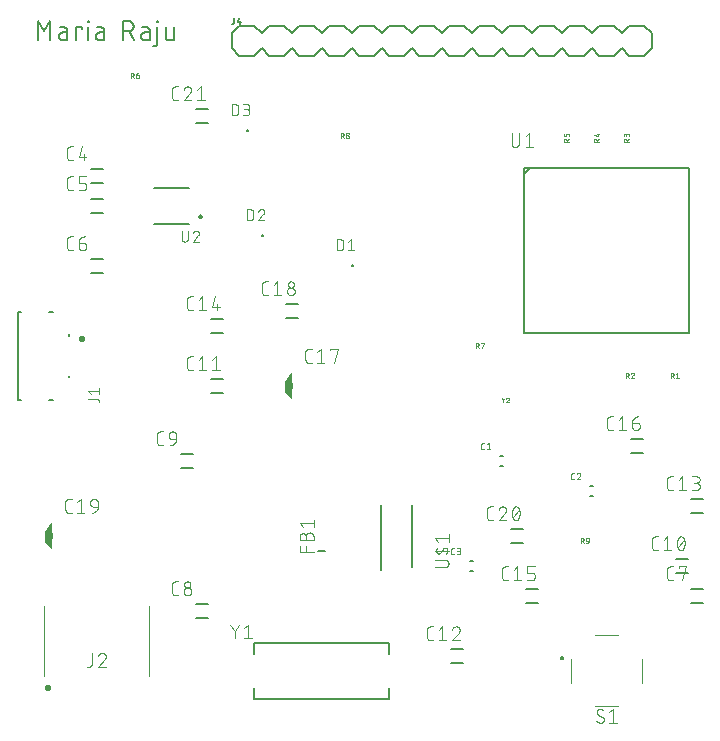
<source format=gbr>
G04 EAGLE Gerber RS-274X export*
G75*
%MOMM*%
%FSLAX34Y34*%
%LPD*%
%INSilkscreen Top*%
%IPPOS*%
%AMOC8*
5,1,8,0,0,1.08239X$1,22.5*%
G01*
%ADD10C,0.152400*%
%ADD11C,0.127000*%
%ADD12C,0.050800*%
%ADD13C,0.101600*%
%ADD14R,0.304800X0.533400*%
%ADD15C,0.200000*%
%ADD16C,0.076200*%
%ADD17C,0.300000*%
%ADD18C,0.100000*%
%ADD19C,0.300000*%
%ADD20C,0.203200*%
%ADD21C,0.200000*%
%ADD22C,0.025400*%

G36*
X241342Y294017D02*
X241342Y294017D01*
X241431Y294019D01*
X241453Y294028D01*
X241476Y294031D01*
X241556Y294070D01*
X241638Y294104D01*
X241656Y294120D01*
X241677Y294130D01*
X241738Y294195D01*
X241804Y294255D01*
X241815Y294276D01*
X241831Y294293D01*
X241866Y294375D01*
X241907Y294455D01*
X241910Y294481D01*
X241919Y294500D01*
X241921Y294550D01*
X241934Y294640D01*
X241934Y302260D01*
X241927Y302302D01*
X241929Y302344D01*
X241921Y302368D01*
X241921Y302382D01*
X241906Y302418D01*
X241895Y302481D01*
X241873Y302517D01*
X241860Y302558D01*
X241806Y302631D01*
X241780Y302674D01*
X241764Y302687D01*
X241748Y302708D01*
X240084Y304373D01*
X241828Y306988D01*
X241837Y307009D01*
X241849Y307025D01*
X241868Y307079D01*
X241907Y307155D01*
X241910Y307177D01*
X241917Y307194D01*
X241919Y307231D01*
X241921Y307237D01*
X241921Y307251D01*
X241934Y307340D01*
X241934Y314960D01*
X241927Y314999D01*
X241929Y315038D01*
X241921Y315066D01*
X241921Y315073D01*
X241912Y315093D01*
X241908Y315108D01*
X241895Y315181D01*
X241875Y315215D01*
X241863Y315252D01*
X241818Y315311D01*
X241780Y315374D01*
X241750Y315399D01*
X241726Y315430D01*
X241663Y315469D01*
X241606Y315515D01*
X241569Y315528D01*
X241536Y315549D01*
X241463Y315564D01*
X241394Y315587D01*
X241355Y315586D01*
X241316Y315594D01*
X241243Y315583D01*
X241169Y315581D01*
X241133Y315566D01*
X241094Y315560D01*
X241030Y315524D01*
X240962Y315496D01*
X240933Y315470D01*
X240898Y315451D01*
X240833Y315379D01*
X240796Y315345D01*
X240788Y315329D01*
X240772Y315312D01*
X235692Y307692D01*
X235691Y307689D01*
X235689Y307687D01*
X235672Y307646D01*
X235665Y307637D01*
X235652Y307601D01*
X235613Y307525D01*
X235610Y307503D01*
X235603Y307486D01*
X235603Y307483D01*
X235601Y307480D01*
X235600Y307446D01*
X235593Y307425D01*
X235593Y307419D01*
X235594Y307392D01*
X235586Y307340D01*
X235586Y299720D01*
X235593Y299681D01*
X235591Y299642D01*
X235592Y299639D01*
X235591Y299636D01*
X235605Y299593D01*
X235605Y299583D01*
X235614Y299562D01*
X235625Y299499D01*
X235645Y299465D01*
X235657Y299428D01*
X235659Y299425D01*
X235660Y299422D01*
X235684Y299390D01*
X235690Y299376D01*
X235715Y299348D01*
X235740Y299306D01*
X235756Y299293D01*
X235772Y299272D01*
X240852Y294192D01*
X240925Y294141D01*
X240994Y294085D01*
X241016Y294077D01*
X241036Y294063D01*
X241122Y294041D01*
X241206Y294013D01*
X241230Y294013D01*
X241253Y294008D01*
X241342Y294017D01*
G37*
G36*
X38142Y167017D02*
X38142Y167017D01*
X38231Y167019D01*
X38253Y167028D01*
X38276Y167031D01*
X38356Y167070D01*
X38438Y167104D01*
X38456Y167120D01*
X38477Y167130D01*
X38538Y167195D01*
X38604Y167255D01*
X38615Y167276D01*
X38631Y167293D01*
X38666Y167375D01*
X38707Y167455D01*
X38710Y167481D01*
X38719Y167500D01*
X38721Y167550D01*
X38734Y167640D01*
X38734Y175260D01*
X38727Y175302D01*
X38729Y175344D01*
X38721Y175368D01*
X38721Y175382D01*
X38706Y175418D01*
X38695Y175481D01*
X38673Y175517D01*
X38660Y175558D01*
X38606Y175631D01*
X38580Y175674D01*
X38564Y175687D01*
X38548Y175708D01*
X36884Y177373D01*
X38628Y179988D01*
X38637Y180009D01*
X38649Y180025D01*
X38668Y180079D01*
X38707Y180155D01*
X38710Y180177D01*
X38717Y180194D01*
X38719Y180231D01*
X38721Y180237D01*
X38721Y180251D01*
X38734Y180340D01*
X38734Y187960D01*
X38727Y187999D01*
X38729Y188038D01*
X38721Y188066D01*
X38721Y188073D01*
X38712Y188093D01*
X38708Y188108D01*
X38695Y188181D01*
X38675Y188215D01*
X38663Y188252D01*
X38618Y188311D01*
X38580Y188374D01*
X38550Y188399D01*
X38526Y188430D01*
X38463Y188469D01*
X38406Y188515D01*
X38369Y188528D01*
X38336Y188549D01*
X38263Y188564D01*
X38194Y188587D01*
X38155Y188586D01*
X38116Y188594D01*
X38043Y188583D01*
X37969Y188581D01*
X37933Y188566D01*
X37894Y188560D01*
X37830Y188524D01*
X37762Y188496D01*
X37733Y188470D01*
X37698Y188451D01*
X37633Y188379D01*
X37596Y188345D01*
X37588Y188329D01*
X37572Y188312D01*
X32492Y180692D01*
X32491Y180689D01*
X32489Y180687D01*
X32472Y180646D01*
X32465Y180637D01*
X32452Y180601D01*
X32413Y180525D01*
X32410Y180503D01*
X32403Y180486D01*
X32403Y180483D01*
X32401Y180480D01*
X32400Y180446D01*
X32393Y180425D01*
X32393Y180419D01*
X32394Y180392D01*
X32386Y180340D01*
X32386Y172720D01*
X32393Y172681D01*
X32391Y172642D01*
X32392Y172639D01*
X32391Y172636D01*
X32405Y172593D01*
X32405Y172583D01*
X32414Y172562D01*
X32425Y172499D01*
X32445Y172465D01*
X32457Y172428D01*
X32459Y172425D01*
X32460Y172422D01*
X32484Y172390D01*
X32490Y172376D01*
X32515Y172348D01*
X32540Y172306D01*
X32556Y172293D01*
X32572Y172272D01*
X37652Y167192D01*
X37725Y167141D01*
X37794Y167085D01*
X37816Y167077D01*
X37836Y167063D01*
X37922Y167041D01*
X38006Y167013D01*
X38030Y167013D01*
X38053Y167008D01*
X38142Y167017D01*
G37*
D10*
X26162Y597662D02*
X26162Y613918D01*
X31581Y604887D01*
X36999Y613918D01*
X36999Y597662D01*
X47208Y603984D02*
X51272Y603984D01*
X47208Y603984D02*
X47096Y603982D01*
X46985Y603976D01*
X46874Y603966D01*
X46763Y603953D01*
X46653Y603935D01*
X46544Y603913D01*
X46435Y603888D01*
X46327Y603859D01*
X46221Y603826D01*
X46115Y603789D01*
X46011Y603749D01*
X45909Y603705D01*
X45808Y603657D01*
X45709Y603606D01*
X45611Y603551D01*
X45516Y603493D01*
X45423Y603432D01*
X45332Y603367D01*
X45243Y603299D01*
X45157Y603228D01*
X45074Y603155D01*
X44993Y603078D01*
X44914Y602998D01*
X44839Y602916D01*
X44767Y602831D01*
X44697Y602744D01*
X44631Y602654D01*
X44568Y602562D01*
X44508Y602467D01*
X44452Y602371D01*
X44399Y602273D01*
X44350Y602173D01*
X44304Y602071D01*
X44262Y601968D01*
X44223Y601863D01*
X44188Y601757D01*
X44157Y601650D01*
X44130Y601542D01*
X44106Y601433D01*
X44087Y601323D01*
X44071Y601213D01*
X44059Y601102D01*
X44051Y600990D01*
X44047Y600879D01*
X44047Y600767D01*
X44051Y600656D01*
X44059Y600544D01*
X44071Y600433D01*
X44087Y600323D01*
X44106Y600213D01*
X44130Y600104D01*
X44157Y599996D01*
X44188Y599889D01*
X44223Y599783D01*
X44262Y599678D01*
X44304Y599575D01*
X44350Y599473D01*
X44399Y599373D01*
X44452Y599275D01*
X44508Y599179D01*
X44568Y599084D01*
X44631Y598992D01*
X44697Y598902D01*
X44767Y598815D01*
X44839Y598730D01*
X44914Y598648D01*
X44993Y598568D01*
X45074Y598491D01*
X45157Y598418D01*
X45243Y598347D01*
X45332Y598279D01*
X45423Y598214D01*
X45516Y598153D01*
X45611Y598095D01*
X45709Y598040D01*
X45808Y597989D01*
X45909Y597941D01*
X46011Y597897D01*
X46115Y597857D01*
X46221Y597820D01*
X46327Y597787D01*
X46435Y597758D01*
X46544Y597733D01*
X46653Y597711D01*
X46763Y597693D01*
X46874Y597680D01*
X46985Y597670D01*
X47096Y597664D01*
X47208Y597662D01*
X51272Y597662D01*
X51272Y605790D01*
X51270Y605891D01*
X51264Y605992D01*
X51255Y606093D01*
X51242Y606194D01*
X51225Y606294D01*
X51204Y606393D01*
X51180Y606491D01*
X51152Y606588D01*
X51120Y606685D01*
X51085Y606780D01*
X51046Y606873D01*
X51004Y606965D01*
X50958Y607056D01*
X50909Y607145D01*
X50857Y607231D01*
X50801Y607316D01*
X50743Y607399D01*
X50681Y607479D01*
X50616Y607557D01*
X50549Y607633D01*
X50479Y607706D01*
X50406Y607776D01*
X50330Y607843D01*
X50252Y607908D01*
X50172Y607970D01*
X50089Y608028D01*
X50004Y608084D01*
X49918Y608136D01*
X49829Y608185D01*
X49738Y608231D01*
X49646Y608273D01*
X49553Y608312D01*
X49458Y608347D01*
X49361Y608379D01*
X49264Y608407D01*
X49166Y608431D01*
X49067Y608452D01*
X48967Y608469D01*
X48866Y608482D01*
X48765Y608491D01*
X48664Y608497D01*
X48563Y608499D01*
X44950Y608499D01*
X58795Y608499D02*
X58795Y597662D01*
X58795Y608499D02*
X64213Y608499D01*
X64213Y606693D01*
X69096Y608499D02*
X69096Y597662D01*
X68644Y613015D02*
X68644Y613918D01*
X69547Y613918D01*
X69547Y613015D01*
X68644Y613015D01*
X78471Y603984D02*
X82535Y603984D01*
X78471Y603984D02*
X78359Y603982D01*
X78248Y603976D01*
X78137Y603966D01*
X78026Y603953D01*
X77916Y603935D01*
X77807Y603913D01*
X77698Y603888D01*
X77590Y603859D01*
X77484Y603826D01*
X77378Y603789D01*
X77274Y603749D01*
X77172Y603705D01*
X77071Y603657D01*
X76972Y603606D01*
X76874Y603551D01*
X76779Y603493D01*
X76686Y603432D01*
X76595Y603367D01*
X76506Y603299D01*
X76420Y603228D01*
X76337Y603155D01*
X76256Y603078D01*
X76177Y602998D01*
X76102Y602916D01*
X76030Y602831D01*
X75960Y602744D01*
X75894Y602654D01*
X75831Y602562D01*
X75771Y602467D01*
X75715Y602371D01*
X75662Y602273D01*
X75613Y602173D01*
X75567Y602071D01*
X75525Y601968D01*
X75486Y601863D01*
X75451Y601757D01*
X75420Y601650D01*
X75393Y601542D01*
X75369Y601433D01*
X75350Y601323D01*
X75334Y601213D01*
X75322Y601102D01*
X75314Y600990D01*
X75310Y600879D01*
X75310Y600767D01*
X75314Y600656D01*
X75322Y600544D01*
X75334Y600433D01*
X75350Y600323D01*
X75369Y600213D01*
X75393Y600104D01*
X75420Y599996D01*
X75451Y599889D01*
X75486Y599783D01*
X75525Y599678D01*
X75567Y599575D01*
X75613Y599473D01*
X75662Y599373D01*
X75715Y599275D01*
X75771Y599179D01*
X75831Y599084D01*
X75894Y598992D01*
X75960Y598902D01*
X76030Y598815D01*
X76102Y598730D01*
X76177Y598648D01*
X76256Y598568D01*
X76337Y598491D01*
X76420Y598418D01*
X76506Y598347D01*
X76595Y598279D01*
X76686Y598214D01*
X76779Y598153D01*
X76874Y598095D01*
X76972Y598040D01*
X77071Y597989D01*
X77172Y597941D01*
X77274Y597897D01*
X77378Y597857D01*
X77484Y597820D01*
X77590Y597787D01*
X77698Y597758D01*
X77807Y597733D01*
X77916Y597711D01*
X78026Y597693D01*
X78137Y597680D01*
X78248Y597670D01*
X78359Y597664D01*
X78471Y597662D01*
X82535Y597662D01*
X82535Y605790D01*
X82534Y605790D02*
X82532Y605891D01*
X82526Y605992D01*
X82517Y606093D01*
X82504Y606194D01*
X82487Y606294D01*
X82466Y606393D01*
X82442Y606491D01*
X82414Y606588D01*
X82382Y606685D01*
X82347Y606780D01*
X82308Y606873D01*
X82266Y606965D01*
X82220Y607056D01*
X82171Y607145D01*
X82119Y607231D01*
X82063Y607316D01*
X82005Y607399D01*
X81943Y607479D01*
X81878Y607557D01*
X81811Y607633D01*
X81741Y607706D01*
X81668Y607776D01*
X81592Y607843D01*
X81514Y607908D01*
X81434Y607970D01*
X81351Y608028D01*
X81266Y608084D01*
X81180Y608136D01*
X81091Y608185D01*
X81000Y608231D01*
X80908Y608273D01*
X80815Y608312D01*
X80720Y608347D01*
X80623Y608379D01*
X80526Y608407D01*
X80428Y608431D01*
X80329Y608452D01*
X80229Y608469D01*
X80128Y608482D01*
X80027Y608491D01*
X79926Y608497D01*
X79825Y608499D01*
X76213Y608499D01*
X98539Y613918D02*
X98539Y597662D01*
X98539Y613918D02*
X103055Y613918D01*
X103188Y613916D01*
X103320Y613910D01*
X103452Y613900D01*
X103584Y613887D01*
X103716Y613869D01*
X103846Y613848D01*
X103977Y613823D01*
X104106Y613794D01*
X104234Y613761D01*
X104362Y613725D01*
X104488Y613685D01*
X104613Y613641D01*
X104737Y613593D01*
X104859Y613542D01*
X104980Y613487D01*
X105099Y613429D01*
X105217Y613367D01*
X105332Y613302D01*
X105446Y613233D01*
X105557Y613162D01*
X105666Y613086D01*
X105773Y613008D01*
X105878Y612927D01*
X105980Y612842D01*
X106080Y612755D01*
X106177Y612665D01*
X106272Y612572D01*
X106363Y612476D01*
X106452Y612378D01*
X106538Y612277D01*
X106621Y612173D01*
X106701Y612067D01*
X106777Y611959D01*
X106851Y611849D01*
X106921Y611736D01*
X106988Y611622D01*
X107051Y611505D01*
X107111Y611387D01*
X107168Y611267D01*
X107221Y611145D01*
X107270Y611022D01*
X107316Y610898D01*
X107358Y610772D01*
X107396Y610645D01*
X107431Y610517D01*
X107462Y610388D01*
X107489Y610259D01*
X107512Y610128D01*
X107532Y609997D01*
X107547Y609865D01*
X107559Y609733D01*
X107567Y609601D01*
X107571Y609468D01*
X107571Y609336D01*
X107567Y609203D01*
X107559Y609071D01*
X107547Y608939D01*
X107532Y608807D01*
X107512Y608676D01*
X107489Y608545D01*
X107462Y608416D01*
X107431Y608287D01*
X107396Y608159D01*
X107358Y608032D01*
X107316Y607906D01*
X107270Y607782D01*
X107221Y607659D01*
X107168Y607537D01*
X107111Y607417D01*
X107051Y607299D01*
X106988Y607182D01*
X106921Y607068D01*
X106851Y606955D01*
X106777Y606845D01*
X106701Y606737D01*
X106621Y606631D01*
X106538Y606527D01*
X106452Y606426D01*
X106363Y606328D01*
X106272Y606232D01*
X106177Y606139D01*
X106080Y606049D01*
X105980Y605962D01*
X105878Y605877D01*
X105773Y605796D01*
X105666Y605718D01*
X105557Y605642D01*
X105446Y605571D01*
X105332Y605502D01*
X105217Y605437D01*
X105099Y605375D01*
X104980Y605317D01*
X104859Y605262D01*
X104737Y605211D01*
X104613Y605163D01*
X104488Y605119D01*
X104362Y605079D01*
X104234Y605043D01*
X104106Y605010D01*
X103977Y604981D01*
X103846Y604956D01*
X103716Y604935D01*
X103584Y604917D01*
X103452Y604904D01*
X103320Y604894D01*
X103188Y604888D01*
X103055Y604886D01*
X103055Y604887D02*
X98539Y604887D01*
X103958Y604887D02*
X107570Y597662D01*
X117028Y603984D02*
X121092Y603984D01*
X117028Y603984D02*
X116916Y603982D01*
X116805Y603976D01*
X116694Y603966D01*
X116583Y603953D01*
X116473Y603935D01*
X116364Y603913D01*
X116255Y603888D01*
X116147Y603859D01*
X116041Y603826D01*
X115935Y603789D01*
X115831Y603749D01*
X115729Y603705D01*
X115628Y603657D01*
X115529Y603606D01*
X115431Y603551D01*
X115336Y603493D01*
X115243Y603432D01*
X115152Y603367D01*
X115063Y603299D01*
X114977Y603228D01*
X114894Y603155D01*
X114813Y603078D01*
X114734Y602998D01*
X114659Y602916D01*
X114587Y602831D01*
X114517Y602744D01*
X114451Y602654D01*
X114388Y602562D01*
X114328Y602467D01*
X114272Y602371D01*
X114219Y602273D01*
X114170Y602173D01*
X114124Y602071D01*
X114082Y601968D01*
X114043Y601863D01*
X114008Y601757D01*
X113977Y601650D01*
X113950Y601542D01*
X113926Y601433D01*
X113907Y601323D01*
X113891Y601213D01*
X113879Y601102D01*
X113871Y600990D01*
X113867Y600879D01*
X113867Y600767D01*
X113871Y600656D01*
X113879Y600544D01*
X113891Y600433D01*
X113907Y600323D01*
X113926Y600213D01*
X113950Y600104D01*
X113977Y599996D01*
X114008Y599889D01*
X114043Y599783D01*
X114082Y599678D01*
X114124Y599575D01*
X114170Y599473D01*
X114219Y599373D01*
X114272Y599275D01*
X114328Y599179D01*
X114388Y599084D01*
X114451Y598992D01*
X114517Y598902D01*
X114587Y598815D01*
X114659Y598730D01*
X114734Y598648D01*
X114813Y598568D01*
X114894Y598491D01*
X114977Y598418D01*
X115063Y598347D01*
X115152Y598279D01*
X115243Y598214D01*
X115336Y598153D01*
X115431Y598095D01*
X115529Y598040D01*
X115628Y597989D01*
X115729Y597941D01*
X115831Y597897D01*
X115935Y597857D01*
X116041Y597820D01*
X116147Y597787D01*
X116255Y597758D01*
X116364Y597733D01*
X116473Y597711D01*
X116583Y597693D01*
X116694Y597680D01*
X116805Y597670D01*
X116916Y597664D01*
X117028Y597662D01*
X121092Y597662D01*
X121092Y605790D01*
X121091Y605790D02*
X121089Y605891D01*
X121083Y605992D01*
X121074Y606093D01*
X121061Y606194D01*
X121044Y606294D01*
X121023Y606393D01*
X120999Y606491D01*
X120971Y606588D01*
X120939Y606685D01*
X120904Y606780D01*
X120865Y606873D01*
X120823Y606965D01*
X120777Y607056D01*
X120728Y607145D01*
X120676Y607231D01*
X120620Y607316D01*
X120562Y607399D01*
X120500Y607479D01*
X120435Y607557D01*
X120368Y607633D01*
X120298Y607706D01*
X120225Y607776D01*
X120149Y607843D01*
X120071Y607908D01*
X119991Y607970D01*
X119908Y608028D01*
X119823Y608084D01*
X119737Y608136D01*
X119648Y608185D01*
X119557Y608231D01*
X119465Y608273D01*
X119372Y608312D01*
X119277Y608347D01*
X119180Y608379D01*
X119083Y608407D01*
X118985Y608431D01*
X118886Y608452D01*
X118786Y608469D01*
X118685Y608482D01*
X118584Y608491D01*
X118483Y608497D01*
X118382Y608499D01*
X114770Y608499D01*
X127730Y608499D02*
X127730Y594953D01*
X127728Y594849D01*
X127722Y594746D01*
X127712Y594642D01*
X127698Y594539D01*
X127680Y594437D01*
X127659Y594336D01*
X127633Y594235D01*
X127604Y594136D01*
X127571Y594037D01*
X127534Y593940D01*
X127493Y593845D01*
X127449Y593751D01*
X127401Y593659D01*
X127350Y593569D01*
X127295Y593480D01*
X127237Y593394D01*
X127175Y593311D01*
X127111Y593229D01*
X127043Y593151D01*
X126973Y593075D01*
X126900Y593001D01*
X126823Y592931D01*
X126745Y592863D01*
X126663Y592799D01*
X126580Y592737D01*
X126494Y592679D01*
X126405Y592624D01*
X126315Y592573D01*
X126223Y592525D01*
X126129Y592481D01*
X126034Y592440D01*
X125937Y592403D01*
X125838Y592370D01*
X125739Y592341D01*
X125638Y592315D01*
X125537Y592294D01*
X125435Y592276D01*
X125332Y592262D01*
X125228Y592252D01*
X125125Y592246D01*
X125021Y592244D01*
X125021Y592243D02*
X124118Y592243D01*
X127278Y613015D02*
X127278Y613918D01*
X128182Y613918D01*
X128182Y613015D01*
X127278Y613015D01*
X134782Y608499D02*
X134782Y600371D01*
X134784Y600270D01*
X134790Y600169D01*
X134799Y600068D01*
X134812Y599967D01*
X134829Y599867D01*
X134850Y599768D01*
X134874Y599670D01*
X134902Y599573D01*
X134934Y599476D01*
X134969Y599381D01*
X135008Y599288D01*
X135050Y599196D01*
X135096Y599105D01*
X135145Y599017D01*
X135197Y598930D01*
X135253Y598845D01*
X135311Y598762D01*
X135373Y598682D01*
X135438Y598604D01*
X135505Y598528D01*
X135575Y598455D01*
X135648Y598385D01*
X135724Y598318D01*
X135802Y598253D01*
X135882Y598191D01*
X135965Y598133D01*
X136050Y598077D01*
X136137Y598025D01*
X136225Y597976D01*
X136316Y597930D01*
X136408Y597888D01*
X136501Y597849D01*
X136596Y597814D01*
X136693Y597782D01*
X136790Y597754D01*
X136888Y597730D01*
X136987Y597709D01*
X137087Y597692D01*
X137188Y597679D01*
X137289Y597670D01*
X137390Y597664D01*
X137491Y597662D01*
X142006Y597662D01*
X142006Y608499D01*
D11*
X417600Y245800D02*
X420600Y245800D01*
X420600Y236800D02*
X417600Y236800D01*
D12*
X404394Y250936D02*
X403169Y250936D01*
X403100Y250938D01*
X403032Y250944D01*
X402964Y250953D01*
X402896Y250967D01*
X402830Y250984D01*
X402764Y251005D01*
X402700Y251029D01*
X402637Y251057D01*
X402576Y251089D01*
X402517Y251124D01*
X402460Y251162D01*
X402405Y251203D01*
X402353Y251248D01*
X402303Y251295D01*
X402256Y251345D01*
X402211Y251397D01*
X402170Y251452D01*
X402132Y251509D01*
X402097Y251568D01*
X402065Y251629D01*
X402037Y251692D01*
X402013Y251756D01*
X401992Y251822D01*
X401975Y251888D01*
X401961Y251956D01*
X401952Y252024D01*
X401946Y252092D01*
X401944Y252161D01*
X401944Y255224D01*
X401946Y255293D01*
X401952Y255361D01*
X401961Y255429D01*
X401975Y255497D01*
X401992Y255563D01*
X402013Y255629D01*
X402037Y255693D01*
X402065Y255755D01*
X402097Y255817D01*
X402132Y255876D01*
X402170Y255933D01*
X402211Y255988D01*
X402256Y256040D01*
X402303Y256090D01*
X402353Y256137D01*
X402405Y256182D01*
X402460Y256223D01*
X402517Y256261D01*
X402576Y256296D01*
X402637Y256328D01*
X402700Y256356D01*
X402764Y256380D01*
X402830Y256401D01*
X402896Y256418D01*
X402964Y256432D01*
X403032Y256441D01*
X403100Y256447D01*
X403169Y256449D01*
X404394Y256449D01*
X406476Y255224D02*
X408007Y256449D01*
X408007Y250936D01*
X406476Y250936D02*
X409539Y250936D01*
D11*
X566500Y158550D02*
X576500Y158550D01*
X576500Y146250D02*
X566500Y146250D01*
D13*
X551801Y165608D02*
X549204Y165608D01*
X549105Y165610D01*
X549005Y165616D01*
X548906Y165625D01*
X548808Y165638D01*
X548710Y165655D01*
X548612Y165676D01*
X548516Y165701D01*
X548421Y165729D01*
X548327Y165761D01*
X548234Y165796D01*
X548142Y165835D01*
X548052Y165878D01*
X547964Y165923D01*
X547877Y165973D01*
X547793Y166025D01*
X547710Y166081D01*
X547630Y166139D01*
X547552Y166201D01*
X547477Y166266D01*
X547404Y166334D01*
X547334Y166404D01*
X547266Y166477D01*
X547201Y166552D01*
X547139Y166630D01*
X547081Y166710D01*
X547025Y166793D01*
X546973Y166877D01*
X546923Y166964D01*
X546878Y167052D01*
X546835Y167142D01*
X546796Y167234D01*
X546761Y167327D01*
X546729Y167421D01*
X546701Y167516D01*
X546676Y167612D01*
X546655Y167710D01*
X546638Y167808D01*
X546625Y167906D01*
X546616Y168005D01*
X546610Y168105D01*
X546608Y168204D01*
X546608Y174696D01*
X546610Y174795D01*
X546616Y174895D01*
X546625Y174994D01*
X546638Y175092D01*
X546655Y175190D01*
X546676Y175288D01*
X546701Y175384D01*
X546729Y175479D01*
X546761Y175573D01*
X546796Y175666D01*
X546835Y175758D01*
X546878Y175848D01*
X546923Y175936D01*
X546973Y176023D01*
X547025Y176107D01*
X547081Y176190D01*
X547139Y176270D01*
X547201Y176348D01*
X547266Y176423D01*
X547334Y176496D01*
X547404Y176566D01*
X547477Y176634D01*
X547552Y176699D01*
X547630Y176761D01*
X547710Y176819D01*
X547793Y176875D01*
X547877Y176927D01*
X547964Y176977D01*
X548052Y177022D01*
X548142Y177065D01*
X548234Y177104D01*
X548326Y177139D01*
X548421Y177171D01*
X548516Y177199D01*
X548612Y177224D01*
X548710Y177245D01*
X548808Y177262D01*
X548906Y177275D01*
X549005Y177284D01*
X549105Y177290D01*
X549204Y177292D01*
X551801Y177292D01*
X556166Y174696D02*
X559412Y177292D01*
X559412Y165608D01*
X562657Y165608D02*
X556166Y165608D01*
X567597Y171450D02*
X567600Y171680D01*
X567608Y171910D01*
X567622Y172139D01*
X567641Y172368D01*
X567666Y172597D01*
X567696Y172824D01*
X567731Y173052D01*
X567772Y173278D01*
X567818Y173503D01*
X567870Y173727D01*
X567927Y173949D01*
X567989Y174171D01*
X568057Y174390D01*
X568130Y174608D01*
X568208Y174825D01*
X568291Y175039D01*
X568379Y175251D01*
X568472Y175461D01*
X568571Y175669D01*
X568570Y175669D02*
X568603Y175759D01*
X568639Y175848D01*
X568679Y175936D01*
X568723Y176021D01*
X568770Y176105D01*
X568820Y176187D01*
X568874Y176267D01*
X568930Y176344D01*
X568990Y176420D01*
X569053Y176493D01*
X569118Y176563D01*
X569187Y176631D01*
X569258Y176695D01*
X569331Y176757D01*
X569407Y176816D01*
X569485Y176872D01*
X569566Y176925D01*
X569648Y176974D01*
X569732Y177020D01*
X569819Y177063D01*
X569906Y177102D01*
X569996Y177138D01*
X570086Y177170D01*
X570178Y177198D01*
X570271Y177223D01*
X570365Y177244D01*
X570459Y177261D01*
X570554Y177275D01*
X570650Y177284D01*
X570746Y177290D01*
X570842Y177292D01*
X570938Y177290D01*
X571034Y177284D01*
X571130Y177275D01*
X571225Y177261D01*
X571319Y177244D01*
X571413Y177223D01*
X571506Y177198D01*
X571598Y177170D01*
X571688Y177138D01*
X571778Y177102D01*
X571865Y177063D01*
X571952Y177020D01*
X572036Y176974D01*
X572118Y176925D01*
X572199Y176872D01*
X572277Y176816D01*
X572353Y176757D01*
X572426Y176695D01*
X572497Y176631D01*
X572566Y176563D01*
X572631Y176493D01*
X572694Y176420D01*
X572754Y176344D01*
X572810Y176267D01*
X572864Y176187D01*
X572914Y176105D01*
X572961Y176021D01*
X573005Y175936D01*
X573045Y175848D01*
X573081Y175759D01*
X573114Y175669D01*
X573213Y175462D01*
X573306Y175252D01*
X573394Y175039D01*
X573477Y174825D01*
X573555Y174609D01*
X573628Y174391D01*
X573696Y174171D01*
X573758Y173950D01*
X573815Y173727D01*
X573867Y173503D01*
X573913Y173278D01*
X573954Y173052D01*
X573989Y172825D01*
X574019Y172597D01*
X574044Y172368D01*
X574063Y172139D01*
X574077Y171910D01*
X574085Y171680D01*
X574088Y171450D01*
X567596Y171450D02*
X567599Y171220D01*
X567607Y170990D01*
X567621Y170761D01*
X567640Y170532D01*
X567665Y170303D01*
X567695Y170075D01*
X567730Y169848D01*
X567771Y169622D01*
X567817Y169397D01*
X567869Y169173D01*
X567926Y168950D01*
X567988Y168729D01*
X568056Y168509D01*
X568129Y168291D01*
X568207Y168075D01*
X568290Y167861D01*
X568378Y167649D01*
X568471Y167438D01*
X568570Y167231D01*
X568603Y167141D01*
X568639Y167052D01*
X568680Y166964D01*
X568723Y166879D01*
X568770Y166795D01*
X568820Y166713D01*
X568874Y166633D01*
X568930Y166556D01*
X568990Y166480D01*
X569053Y166407D01*
X569118Y166337D01*
X569187Y166269D01*
X569258Y166205D01*
X569331Y166143D01*
X569407Y166084D01*
X569485Y166028D01*
X569566Y165975D01*
X569648Y165926D01*
X569732Y165880D01*
X569819Y165837D01*
X569906Y165798D01*
X569996Y165762D01*
X570086Y165730D01*
X570178Y165702D01*
X570271Y165677D01*
X570365Y165656D01*
X570459Y165639D01*
X570554Y165625D01*
X570650Y165616D01*
X570746Y165610D01*
X570842Y165608D01*
X573114Y167231D02*
X573213Y167438D01*
X573306Y167649D01*
X573394Y167861D01*
X573477Y168075D01*
X573555Y168291D01*
X573628Y168509D01*
X573696Y168729D01*
X573758Y168950D01*
X573815Y169173D01*
X573867Y169397D01*
X573913Y169622D01*
X573954Y169848D01*
X573989Y170075D01*
X574019Y170303D01*
X574044Y170532D01*
X574063Y170761D01*
X574077Y170990D01*
X574085Y171220D01*
X574088Y171450D01*
X573114Y167231D02*
X573081Y167141D01*
X573045Y167052D01*
X573005Y166964D01*
X572961Y166879D01*
X572914Y166795D01*
X572864Y166713D01*
X572810Y166633D01*
X572754Y166556D01*
X572694Y166480D01*
X572631Y166407D01*
X572566Y166337D01*
X572497Y166269D01*
X572426Y166205D01*
X572353Y166143D01*
X572277Y166084D01*
X572199Y166028D01*
X572118Y165975D01*
X572036Y165926D01*
X571952Y165880D01*
X571865Y165837D01*
X571778Y165798D01*
X571688Y165762D01*
X571598Y165730D01*
X571506Y165702D01*
X571413Y165677D01*
X571319Y165656D01*
X571225Y165639D01*
X571130Y165625D01*
X571034Y165616D01*
X570938Y165610D01*
X570842Y165608D01*
X568245Y168204D02*
X573438Y174696D01*
D11*
X182800Y310950D02*
X172800Y310950D01*
X172800Y298650D02*
X182800Y298650D01*
D13*
X158101Y318008D02*
X155504Y318008D01*
X155405Y318010D01*
X155305Y318016D01*
X155206Y318025D01*
X155108Y318038D01*
X155010Y318055D01*
X154912Y318076D01*
X154816Y318101D01*
X154721Y318129D01*
X154627Y318161D01*
X154534Y318196D01*
X154442Y318235D01*
X154352Y318278D01*
X154264Y318323D01*
X154177Y318373D01*
X154093Y318425D01*
X154010Y318481D01*
X153930Y318539D01*
X153852Y318601D01*
X153777Y318666D01*
X153704Y318734D01*
X153634Y318804D01*
X153566Y318877D01*
X153501Y318952D01*
X153439Y319030D01*
X153381Y319110D01*
X153325Y319193D01*
X153273Y319277D01*
X153223Y319364D01*
X153178Y319452D01*
X153135Y319542D01*
X153096Y319634D01*
X153061Y319727D01*
X153029Y319821D01*
X153001Y319916D01*
X152976Y320012D01*
X152955Y320110D01*
X152938Y320208D01*
X152925Y320306D01*
X152916Y320405D01*
X152910Y320505D01*
X152908Y320604D01*
X152908Y327096D01*
X152910Y327195D01*
X152916Y327295D01*
X152925Y327394D01*
X152938Y327492D01*
X152955Y327590D01*
X152976Y327688D01*
X153001Y327784D01*
X153029Y327879D01*
X153061Y327973D01*
X153096Y328066D01*
X153135Y328158D01*
X153178Y328248D01*
X153223Y328336D01*
X153273Y328423D01*
X153325Y328507D01*
X153381Y328590D01*
X153439Y328670D01*
X153501Y328748D01*
X153566Y328823D01*
X153634Y328896D01*
X153704Y328966D01*
X153777Y329034D01*
X153852Y329099D01*
X153930Y329161D01*
X154010Y329219D01*
X154093Y329275D01*
X154177Y329327D01*
X154264Y329377D01*
X154352Y329422D01*
X154442Y329465D01*
X154534Y329504D01*
X154626Y329539D01*
X154721Y329571D01*
X154816Y329599D01*
X154912Y329624D01*
X155010Y329645D01*
X155108Y329662D01*
X155206Y329675D01*
X155305Y329684D01*
X155405Y329690D01*
X155504Y329692D01*
X158101Y329692D01*
X162466Y327096D02*
X165712Y329692D01*
X165712Y318008D01*
X168957Y318008D02*
X162466Y318008D01*
X173896Y327096D02*
X177142Y329692D01*
X177142Y318008D01*
X180387Y318008D02*
X173896Y318008D01*
D11*
X376000Y82350D02*
X386000Y82350D01*
X386000Y70050D02*
X376000Y70050D01*
D13*
X361301Y89408D02*
X358704Y89408D01*
X358605Y89410D01*
X358505Y89416D01*
X358406Y89425D01*
X358308Y89438D01*
X358210Y89455D01*
X358112Y89476D01*
X358016Y89501D01*
X357921Y89529D01*
X357827Y89561D01*
X357734Y89596D01*
X357642Y89635D01*
X357552Y89678D01*
X357464Y89723D01*
X357377Y89773D01*
X357293Y89825D01*
X357210Y89881D01*
X357130Y89939D01*
X357052Y90001D01*
X356977Y90066D01*
X356904Y90134D01*
X356834Y90204D01*
X356766Y90277D01*
X356701Y90352D01*
X356639Y90430D01*
X356581Y90510D01*
X356525Y90593D01*
X356473Y90677D01*
X356423Y90764D01*
X356378Y90852D01*
X356335Y90942D01*
X356296Y91034D01*
X356261Y91127D01*
X356229Y91221D01*
X356201Y91316D01*
X356176Y91412D01*
X356155Y91510D01*
X356138Y91608D01*
X356125Y91706D01*
X356116Y91805D01*
X356110Y91905D01*
X356108Y92004D01*
X356108Y98496D01*
X356110Y98595D01*
X356116Y98695D01*
X356125Y98794D01*
X356138Y98892D01*
X356155Y98990D01*
X356176Y99088D01*
X356201Y99184D01*
X356229Y99279D01*
X356261Y99373D01*
X356296Y99466D01*
X356335Y99558D01*
X356378Y99648D01*
X356423Y99736D01*
X356473Y99823D01*
X356525Y99907D01*
X356581Y99990D01*
X356639Y100070D01*
X356701Y100148D01*
X356766Y100223D01*
X356834Y100296D01*
X356904Y100366D01*
X356977Y100434D01*
X357052Y100499D01*
X357130Y100561D01*
X357210Y100619D01*
X357293Y100675D01*
X357377Y100727D01*
X357464Y100777D01*
X357552Y100822D01*
X357642Y100865D01*
X357734Y100904D01*
X357826Y100939D01*
X357921Y100971D01*
X358016Y100999D01*
X358112Y101024D01*
X358210Y101045D01*
X358308Y101062D01*
X358406Y101075D01*
X358505Y101084D01*
X358605Y101090D01*
X358704Y101092D01*
X361301Y101092D01*
X365666Y98496D02*
X368912Y101092D01*
X368912Y89408D01*
X372157Y89408D02*
X365666Y89408D01*
X380666Y101092D02*
X380773Y101090D01*
X380879Y101084D01*
X380985Y101074D01*
X381091Y101061D01*
X381197Y101043D01*
X381301Y101022D01*
X381405Y100997D01*
X381508Y100968D01*
X381609Y100936D01*
X381709Y100899D01*
X381808Y100859D01*
X381906Y100816D01*
X382002Y100769D01*
X382096Y100718D01*
X382188Y100664D01*
X382278Y100607D01*
X382366Y100547D01*
X382451Y100483D01*
X382534Y100416D01*
X382615Y100346D01*
X382693Y100274D01*
X382769Y100198D01*
X382841Y100120D01*
X382911Y100039D01*
X382978Y99956D01*
X383042Y99871D01*
X383102Y99783D01*
X383159Y99693D01*
X383213Y99601D01*
X383264Y99507D01*
X383311Y99411D01*
X383354Y99313D01*
X383394Y99214D01*
X383431Y99114D01*
X383463Y99013D01*
X383492Y98910D01*
X383517Y98806D01*
X383538Y98702D01*
X383556Y98596D01*
X383569Y98490D01*
X383579Y98384D01*
X383585Y98278D01*
X383587Y98171D01*
X380666Y101092D02*
X380545Y101090D01*
X380424Y101084D01*
X380304Y101074D01*
X380183Y101061D01*
X380064Y101043D01*
X379944Y101022D01*
X379826Y100997D01*
X379709Y100968D01*
X379592Y100935D01*
X379477Y100899D01*
X379363Y100858D01*
X379250Y100815D01*
X379138Y100767D01*
X379029Y100716D01*
X378921Y100661D01*
X378814Y100603D01*
X378710Y100542D01*
X378608Y100477D01*
X378508Y100409D01*
X378410Y100338D01*
X378314Y100264D01*
X378221Y100187D01*
X378131Y100106D01*
X378043Y100023D01*
X377958Y99937D01*
X377875Y99848D01*
X377796Y99757D01*
X377719Y99663D01*
X377646Y99567D01*
X377576Y99469D01*
X377509Y99368D01*
X377445Y99265D01*
X377385Y99160D01*
X377328Y99053D01*
X377274Y98945D01*
X377224Y98835D01*
X377178Y98723D01*
X377135Y98610D01*
X377096Y98495D01*
X382614Y95899D02*
X382693Y95976D01*
X382769Y96057D01*
X382842Y96140D01*
X382912Y96225D01*
X382979Y96313D01*
X383043Y96403D01*
X383103Y96495D01*
X383160Y96590D01*
X383214Y96686D01*
X383265Y96784D01*
X383312Y96884D01*
X383356Y96986D01*
X383396Y97089D01*
X383432Y97193D01*
X383464Y97299D01*
X383493Y97405D01*
X383518Y97513D01*
X383540Y97621D01*
X383557Y97731D01*
X383571Y97840D01*
X383580Y97950D01*
X383586Y98061D01*
X383588Y98171D01*
X382614Y95899D02*
X377096Y89408D01*
X383587Y89408D01*
D11*
X579200Y209350D02*
X589200Y209350D01*
X589200Y197050D02*
X579200Y197050D01*
D13*
X564501Y216408D02*
X561904Y216408D01*
X561805Y216410D01*
X561705Y216416D01*
X561606Y216425D01*
X561508Y216438D01*
X561410Y216455D01*
X561312Y216476D01*
X561216Y216501D01*
X561121Y216529D01*
X561027Y216561D01*
X560934Y216596D01*
X560842Y216635D01*
X560752Y216678D01*
X560664Y216723D01*
X560577Y216773D01*
X560493Y216825D01*
X560410Y216881D01*
X560330Y216939D01*
X560252Y217001D01*
X560177Y217066D01*
X560104Y217134D01*
X560034Y217204D01*
X559966Y217277D01*
X559901Y217352D01*
X559839Y217430D01*
X559781Y217510D01*
X559725Y217593D01*
X559673Y217677D01*
X559623Y217764D01*
X559578Y217852D01*
X559535Y217942D01*
X559496Y218034D01*
X559461Y218127D01*
X559429Y218221D01*
X559401Y218316D01*
X559376Y218412D01*
X559355Y218510D01*
X559338Y218608D01*
X559325Y218706D01*
X559316Y218805D01*
X559310Y218905D01*
X559308Y219004D01*
X559308Y225496D01*
X559310Y225595D01*
X559316Y225695D01*
X559325Y225794D01*
X559338Y225892D01*
X559355Y225990D01*
X559376Y226088D01*
X559401Y226184D01*
X559429Y226279D01*
X559461Y226373D01*
X559496Y226466D01*
X559535Y226558D01*
X559578Y226648D01*
X559623Y226736D01*
X559673Y226823D01*
X559725Y226907D01*
X559781Y226990D01*
X559839Y227070D01*
X559901Y227148D01*
X559966Y227223D01*
X560034Y227296D01*
X560104Y227366D01*
X560177Y227434D01*
X560252Y227499D01*
X560330Y227561D01*
X560410Y227619D01*
X560493Y227675D01*
X560577Y227727D01*
X560664Y227777D01*
X560752Y227822D01*
X560842Y227865D01*
X560934Y227904D01*
X561026Y227939D01*
X561121Y227971D01*
X561216Y227999D01*
X561312Y228024D01*
X561410Y228045D01*
X561508Y228062D01*
X561606Y228075D01*
X561705Y228084D01*
X561805Y228090D01*
X561904Y228092D01*
X564501Y228092D01*
X568866Y225496D02*
X572112Y228092D01*
X572112Y216408D01*
X575357Y216408D02*
X568866Y216408D01*
X580296Y216408D02*
X583542Y216408D01*
X583655Y216410D01*
X583768Y216416D01*
X583881Y216426D01*
X583994Y216440D01*
X584106Y216457D01*
X584217Y216479D01*
X584327Y216504D01*
X584437Y216534D01*
X584545Y216567D01*
X584652Y216604D01*
X584758Y216644D01*
X584862Y216689D01*
X584965Y216737D01*
X585066Y216788D01*
X585165Y216843D01*
X585262Y216901D01*
X585357Y216963D01*
X585450Y217028D01*
X585540Y217096D01*
X585628Y217167D01*
X585714Y217242D01*
X585797Y217319D01*
X585877Y217399D01*
X585954Y217482D01*
X586029Y217568D01*
X586100Y217656D01*
X586168Y217746D01*
X586233Y217839D01*
X586295Y217934D01*
X586353Y218031D01*
X586408Y218130D01*
X586459Y218231D01*
X586507Y218334D01*
X586552Y218438D01*
X586592Y218544D01*
X586629Y218651D01*
X586662Y218759D01*
X586692Y218869D01*
X586717Y218979D01*
X586739Y219090D01*
X586756Y219202D01*
X586770Y219315D01*
X586780Y219428D01*
X586786Y219541D01*
X586788Y219654D01*
X586786Y219767D01*
X586780Y219880D01*
X586770Y219993D01*
X586756Y220106D01*
X586739Y220218D01*
X586717Y220329D01*
X586692Y220439D01*
X586662Y220549D01*
X586629Y220657D01*
X586592Y220764D01*
X586552Y220870D01*
X586507Y220974D01*
X586459Y221077D01*
X586408Y221178D01*
X586353Y221277D01*
X586295Y221374D01*
X586233Y221469D01*
X586168Y221562D01*
X586100Y221652D01*
X586029Y221740D01*
X585954Y221826D01*
X585877Y221909D01*
X585797Y221989D01*
X585714Y222066D01*
X585628Y222141D01*
X585540Y222212D01*
X585450Y222280D01*
X585357Y222345D01*
X585262Y222407D01*
X585165Y222465D01*
X585066Y222520D01*
X584965Y222571D01*
X584862Y222619D01*
X584758Y222664D01*
X584652Y222704D01*
X584545Y222741D01*
X584437Y222774D01*
X584327Y222804D01*
X584217Y222829D01*
X584106Y222851D01*
X583994Y222868D01*
X583881Y222882D01*
X583768Y222892D01*
X583655Y222898D01*
X583542Y222900D01*
X584191Y228092D02*
X580296Y228092D01*
X584191Y228092D02*
X584292Y228090D01*
X584392Y228084D01*
X584492Y228074D01*
X584592Y228061D01*
X584691Y228043D01*
X584790Y228022D01*
X584887Y227997D01*
X584984Y227968D01*
X585079Y227935D01*
X585173Y227899D01*
X585265Y227859D01*
X585356Y227816D01*
X585445Y227769D01*
X585532Y227719D01*
X585618Y227665D01*
X585701Y227608D01*
X585781Y227548D01*
X585860Y227485D01*
X585936Y227418D01*
X586009Y227349D01*
X586079Y227277D01*
X586147Y227203D01*
X586212Y227126D01*
X586273Y227046D01*
X586332Y226964D01*
X586387Y226880D01*
X586439Y226794D01*
X586488Y226706D01*
X586533Y226616D01*
X586575Y226524D01*
X586613Y226431D01*
X586647Y226336D01*
X586678Y226241D01*
X586705Y226144D01*
X586728Y226046D01*
X586748Y225947D01*
X586763Y225847D01*
X586775Y225747D01*
X586783Y225647D01*
X586787Y225546D01*
X586787Y225446D01*
X586783Y225345D01*
X586775Y225245D01*
X586763Y225145D01*
X586748Y225045D01*
X586728Y224946D01*
X586705Y224848D01*
X586678Y224751D01*
X586647Y224656D01*
X586613Y224561D01*
X586575Y224468D01*
X586533Y224376D01*
X586488Y224286D01*
X586439Y224198D01*
X586387Y224112D01*
X586332Y224028D01*
X586273Y223946D01*
X586212Y223866D01*
X586147Y223789D01*
X586079Y223715D01*
X586009Y223643D01*
X585936Y223574D01*
X585860Y223507D01*
X585781Y223444D01*
X585701Y223384D01*
X585618Y223327D01*
X585532Y223273D01*
X585445Y223223D01*
X585356Y223176D01*
X585265Y223133D01*
X585173Y223093D01*
X585079Y223057D01*
X584984Y223024D01*
X584887Y222995D01*
X584790Y222970D01*
X584691Y222949D01*
X584592Y222931D01*
X584492Y222918D01*
X584392Y222908D01*
X584292Y222902D01*
X584191Y222900D01*
X584191Y222899D02*
X581594Y222899D01*
D11*
X182800Y361750D02*
X172800Y361750D01*
X172800Y349450D02*
X182800Y349450D01*
D13*
X158101Y368808D02*
X155504Y368808D01*
X155405Y368810D01*
X155305Y368816D01*
X155206Y368825D01*
X155108Y368838D01*
X155010Y368855D01*
X154912Y368876D01*
X154816Y368901D01*
X154721Y368929D01*
X154627Y368961D01*
X154534Y368996D01*
X154442Y369035D01*
X154352Y369078D01*
X154264Y369123D01*
X154177Y369173D01*
X154093Y369225D01*
X154010Y369281D01*
X153930Y369339D01*
X153852Y369401D01*
X153777Y369466D01*
X153704Y369534D01*
X153634Y369604D01*
X153566Y369677D01*
X153501Y369752D01*
X153439Y369830D01*
X153381Y369910D01*
X153325Y369993D01*
X153273Y370077D01*
X153223Y370164D01*
X153178Y370252D01*
X153135Y370342D01*
X153096Y370434D01*
X153061Y370527D01*
X153029Y370621D01*
X153001Y370716D01*
X152976Y370812D01*
X152955Y370910D01*
X152938Y371008D01*
X152925Y371106D01*
X152916Y371205D01*
X152910Y371305D01*
X152908Y371404D01*
X152908Y377896D01*
X152910Y377995D01*
X152916Y378095D01*
X152925Y378194D01*
X152938Y378292D01*
X152955Y378390D01*
X152976Y378488D01*
X153001Y378584D01*
X153029Y378679D01*
X153061Y378773D01*
X153096Y378866D01*
X153135Y378958D01*
X153178Y379048D01*
X153223Y379136D01*
X153273Y379223D01*
X153325Y379307D01*
X153381Y379390D01*
X153439Y379470D01*
X153501Y379548D01*
X153566Y379623D01*
X153634Y379696D01*
X153704Y379766D01*
X153777Y379834D01*
X153852Y379899D01*
X153930Y379961D01*
X154010Y380019D01*
X154093Y380075D01*
X154177Y380127D01*
X154264Y380177D01*
X154352Y380222D01*
X154442Y380265D01*
X154534Y380304D01*
X154626Y380339D01*
X154721Y380371D01*
X154816Y380399D01*
X154912Y380424D01*
X155010Y380445D01*
X155108Y380462D01*
X155206Y380475D01*
X155305Y380484D01*
X155405Y380490D01*
X155504Y380492D01*
X158101Y380492D01*
X162466Y377896D02*
X165712Y380492D01*
X165712Y368808D01*
X168957Y368808D02*
X162466Y368808D01*
X173896Y371404D02*
X176493Y380492D01*
X173896Y371404D02*
X180387Y371404D01*
X178440Y374001D02*
X178440Y368808D01*
D11*
X439500Y133150D02*
X449500Y133150D01*
X449500Y120850D02*
X439500Y120850D01*
D13*
X424801Y140208D02*
X422204Y140208D01*
X422105Y140210D01*
X422005Y140216D01*
X421906Y140225D01*
X421808Y140238D01*
X421710Y140255D01*
X421612Y140276D01*
X421516Y140301D01*
X421421Y140329D01*
X421327Y140361D01*
X421234Y140396D01*
X421142Y140435D01*
X421052Y140478D01*
X420964Y140523D01*
X420877Y140573D01*
X420793Y140625D01*
X420710Y140681D01*
X420630Y140739D01*
X420552Y140801D01*
X420477Y140866D01*
X420404Y140934D01*
X420334Y141004D01*
X420266Y141077D01*
X420201Y141152D01*
X420139Y141230D01*
X420081Y141310D01*
X420025Y141393D01*
X419973Y141477D01*
X419923Y141564D01*
X419878Y141652D01*
X419835Y141742D01*
X419796Y141834D01*
X419761Y141927D01*
X419729Y142021D01*
X419701Y142116D01*
X419676Y142212D01*
X419655Y142310D01*
X419638Y142408D01*
X419625Y142506D01*
X419616Y142605D01*
X419610Y142705D01*
X419608Y142804D01*
X419608Y149296D01*
X419610Y149395D01*
X419616Y149495D01*
X419625Y149594D01*
X419638Y149692D01*
X419655Y149790D01*
X419676Y149888D01*
X419701Y149984D01*
X419729Y150079D01*
X419761Y150173D01*
X419796Y150266D01*
X419835Y150358D01*
X419878Y150448D01*
X419923Y150536D01*
X419973Y150623D01*
X420025Y150707D01*
X420081Y150790D01*
X420139Y150870D01*
X420201Y150948D01*
X420266Y151023D01*
X420334Y151096D01*
X420404Y151166D01*
X420477Y151234D01*
X420552Y151299D01*
X420630Y151361D01*
X420710Y151419D01*
X420793Y151475D01*
X420877Y151527D01*
X420964Y151577D01*
X421052Y151622D01*
X421142Y151665D01*
X421234Y151704D01*
X421326Y151739D01*
X421421Y151771D01*
X421516Y151799D01*
X421612Y151824D01*
X421710Y151845D01*
X421808Y151862D01*
X421906Y151875D01*
X422005Y151884D01*
X422105Y151890D01*
X422204Y151892D01*
X424801Y151892D01*
X429166Y149296D02*
X432412Y151892D01*
X432412Y140208D01*
X435657Y140208D02*
X429166Y140208D01*
X440596Y140208D02*
X444491Y140208D01*
X444590Y140210D01*
X444690Y140216D01*
X444789Y140225D01*
X444887Y140238D01*
X444985Y140255D01*
X445083Y140276D01*
X445179Y140301D01*
X445274Y140329D01*
X445368Y140361D01*
X445461Y140396D01*
X445553Y140435D01*
X445643Y140478D01*
X445731Y140523D01*
X445818Y140573D01*
X445902Y140625D01*
X445985Y140681D01*
X446065Y140739D01*
X446143Y140801D01*
X446218Y140866D01*
X446291Y140934D01*
X446361Y141004D01*
X446429Y141077D01*
X446494Y141152D01*
X446556Y141230D01*
X446614Y141310D01*
X446670Y141393D01*
X446722Y141477D01*
X446772Y141564D01*
X446817Y141652D01*
X446860Y141742D01*
X446899Y141834D01*
X446934Y141927D01*
X446966Y142021D01*
X446994Y142116D01*
X447019Y142212D01*
X447040Y142310D01*
X447057Y142408D01*
X447070Y142506D01*
X447079Y142605D01*
X447085Y142705D01*
X447087Y142804D01*
X447087Y144103D01*
X447085Y144202D01*
X447079Y144302D01*
X447070Y144401D01*
X447057Y144499D01*
X447040Y144597D01*
X447019Y144695D01*
X446994Y144791D01*
X446966Y144886D01*
X446934Y144980D01*
X446899Y145073D01*
X446860Y145165D01*
X446817Y145255D01*
X446772Y145343D01*
X446722Y145430D01*
X446670Y145514D01*
X446614Y145597D01*
X446556Y145677D01*
X446494Y145755D01*
X446429Y145830D01*
X446361Y145903D01*
X446291Y145973D01*
X446218Y146041D01*
X446143Y146106D01*
X446065Y146168D01*
X445985Y146226D01*
X445902Y146282D01*
X445818Y146334D01*
X445731Y146384D01*
X445643Y146429D01*
X445553Y146472D01*
X445461Y146511D01*
X445368Y146546D01*
X445274Y146578D01*
X445179Y146606D01*
X445083Y146631D01*
X444985Y146652D01*
X444887Y146669D01*
X444789Y146682D01*
X444690Y146691D01*
X444590Y146697D01*
X444491Y146699D01*
X440596Y146699D01*
X440596Y151892D01*
X447087Y151892D01*
D11*
X528400Y260150D02*
X538400Y260150D01*
X538400Y247850D02*
X528400Y247850D01*
D13*
X513701Y267208D02*
X511104Y267208D01*
X511005Y267210D01*
X510905Y267216D01*
X510806Y267225D01*
X510708Y267238D01*
X510610Y267255D01*
X510512Y267276D01*
X510416Y267301D01*
X510321Y267329D01*
X510227Y267361D01*
X510134Y267396D01*
X510042Y267435D01*
X509952Y267478D01*
X509864Y267523D01*
X509777Y267573D01*
X509693Y267625D01*
X509610Y267681D01*
X509530Y267739D01*
X509452Y267801D01*
X509377Y267866D01*
X509304Y267934D01*
X509234Y268004D01*
X509166Y268077D01*
X509101Y268152D01*
X509039Y268230D01*
X508981Y268310D01*
X508925Y268393D01*
X508873Y268477D01*
X508823Y268564D01*
X508778Y268652D01*
X508735Y268742D01*
X508696Y268834D01*
X508661Y268927D01*
X508629Y269021D01*
X508601Y269116D01*
X508576Y269212D01*
X508555Y269310D01*
X508538Y269408D01*
X508525Y269506D01*
X508516Y269605D01*
X508510Y269705D01*
X508508Y269804D01*
X508508Y276296D01*
X508510Y276395D01*
X508516Y276495D01*
X508525Y276594D01*
X508538Y276692D01*
X508555Y276790D01*
X508576Y276888D01*
X508601Y276984D01*
X508629Y277079D01*
X508661Y277173D01*
X508696Y277266D01*
X508735Y277358D01*
X508778Y277448D01*
X508823Y277536D01*
X508873Y277623D01*
X508925Y277707D01*
X508981Y277790D01*
X509039Y277870D01*
X509101Y277948D01*
X509166Y278023D01*
X509234Y278096D01*
X509304Y278166D01*
X509377Y278234D01*
X509452Y278299D01*
X509530Y278361D01*
X509610Y278419D01*
X509693Y278475D01*
X509777Y278527D01*
X509864Y278577D01*
X509952Y278622D01*
X510042Y278665D01*
X510134Y278704D01*
X510226Y278739D01*
X510321Y278771D01*
X510416Y278799D01*
X510512Y278824D01*
X510610Y278845D01*
X510708Y278862D01*
X510806Y278875D01*
X510905Y278884D01*
X511005Y278890D01*
X511104Y278892D01*
X513701Y278892D01*
X518066Y276296D02*
X521312Y278892D01*
X521312Y267208D01*
X524557Y267208D02*
X518066Y267208D01*
X529496Y273699D02*
X533391Y273699D01*
X533490Y273697D01*
X533590Y273691D01*
X533689Y273682D01*
X533787Y273669D01*
X533885Y273652D01*
X533983Y273631D01*
X534079Y273606D01*
X534174Y273578D01*
X534268Y273546D01*
X534361Y273511D01*
X534453Y273472D01*
X534543Y273429D01*
X534631Y273384D01*
X534718Y273334D01*
X534802Y273282D01*
X534885Y273226D01*
X534965Y273168D01*
X535043Y273106D01*
X535118Y273041D01*
X535191Y272973D01*
X535261Y272903D01*
X535329Y272830D01*
X535394Y272755D01*
X535456Y272677D01*
X535514Y272597D01*
X535570Y272514D01*
X535622Y272430D01*
X535672Y272343D01*
X535717Y272255D01*
X535760Y272165D01*
X535799Y272073D01*
X535834Y271980D01*
X535866Y271886D01*
X535894Y271791D01*
X535919Y271695D01*
X535940Y271597D01*
X535957Y271499D01*
X535970Y271401D01*
X535979Y271302D01*
X535985Y271202D01*
X535987Y271103D01*
X535987Y270454D01*
X535988Y270454D02*
X535986Y270341D01*
X535980Y270228D01*
X535970Y270115D01*
X535956Y270002D01*
X535939Y269890D01*
X535917Y269779D01*
X535892Y269669D01*
X535862Y269559D01*
X535829Y269451D01*
X535792Y269344D01*
X535752Y269238D01*
X535707Y269134D01*
X535659Y269031D01*
X535608Y268930D01*
X535553Y268831D01*
X535495Y268734D01*
X535433Y268639D01*
X535368Y268546D01*
X535300Y268456D01*
X535229Y268368D01*
X535154Y268282D01*
X535077Y268199D01*
X534997Y268119D01*
X534914Y268042D01*
X534828Y267967D01*
X534740Y267896D01*
X534650Y267828D01*
X534557Y267763D01*
X534462Y267701D01*
X534365Y267643D01*
X534266Y267588D01*
X534165Y267537D01*
X534062Y267489D01*
X533958Y267444D01*
X533852Y267404D01*
X533745Y267367D01*
X533637Y267334D01*
X533527Y267304D01*
X533417Y267279D01*
X533306Y267257D01*
X533194Y267240D01*
X533081Y267226D01*
X532968Y267216D01*
X532855Y267210D01*
X532742Y267208D01*
X532629Y267210D01*
X532516Y267216D01*
X532403Y267226D01*
X532290Y267240D01*
X532178Y267257D01*
X532067Y267279D01*
X531957Y267304D01*
X531847Y267334D01*
X531739Y267367D01*
X531632Y267404D01*
X531526Y267444D01*
X531422Y267489D01*
X531319Y267537D01*
X531218Y267588D01*
X531119Y267643D01*
X531022Y267701D01*
X530927Y267763D01*
X530834Y267828D01*
X530744Y267896D01*
X530656Y267967D01*
X530570Y268042D01*
X530487Y268119D01*
X530407Y268199D01*
X530330Y268282D01*
X530255Y268368D01*
X530184Y268456D01*
X530116Y268546D01*
X530051Y268639D01*
X529989Y268734D01*
X529931Y268831D01*
X529876Y268930D01*
X529825Y269031D01*
X529777Y269134D01*
X529732Y269238D01*
X529692Y269344D01*
X529655Y269451D01*
X529622Y269559D01*
X529592Y269669D01*
X529567Y269779D01*
X529545Y269890D01*
X529528Y270002D01*
X529514Y270115D01*
X529504Y270228D01*
X529498Y270341D01*
X529496Y270454D01*
X529496Y273699D01*
X529498Y273842D01*
X529504Y273985D01*
X529514Y274128D01*
X529528Y274270D01*
X529545Y274412D01*
X529567Y274554D01*
X529592Y274695D01*
X529622Y274835D01*
X529655Y274974D01*
X529692Y275112D01*
X529733Y275249D01*
X529777Y275385D01*
X529826Y275520D01*
X529878Y275653D01*
X529933Y275785D01*
X529993Y275915D01*
X530056Y276044D01*
X530122Y276171D01*
X530192Y276295D01*
X530265Y276418D01*
X530342Y276539D01*
X530422Y276658D01*
X530505Y276774D01*
X530591Y276889D01*
X530680Y277000D01*
X530773Y277110D01*
X530868Y277216D01*
X530967Y277320D01*
X531068Y277421D01*
X531172Y277520D01*
X531278Y277615D01*
X531388Y277708D01*
X531499Y277797D01*
X531614Y277883D01*
X531730Y277966D01*
X531849Y278046D01*
X531970Y278123D01*
X532092Y278196D01*
X532217Y278266D01*
X532344Y278332D01*
X532473Y278395D01*
X532603Y278455D01*
X532735Y278510D01*
X532868Y278562D01*
X533003Y278611D01*
X533139Y278655D01*
X533276Y278696D01*
X533414Y278733D01*
X533553Y278766D01*
X533693Y278796D01*
X533834Y278821D01*
X533976Y278843D01*
X534118Y278860D01*
X534260Y278874D01*
X534403Y278884D01*
X534546Y278890D01*
X534689Y278892D01*
D14*
X240538Y304419D03*
D13*
X255557Y324358D02*
X258153Y324358D01*
X255557Y324358D02*
X255458Y324360D01*
X255358Y324366D01*
X255259Y324375D01*
X255161Y324388D01*
X255063Y324405D01*
X254965Y324426D01*
X254869Y324451D01*
X254774Y324479D01*
X254680Y324511D01*
X254587Y324546D01*
X254495Y324585D01*
X254405Y324628D01*
X254317Y324673D01*
X254230Y324723D01*
X254146Y324775D01*
X254063Y324831D01*
X253983Y324889D01*
X253905Y324951D01*
X253830Y325016D01*
X253757Y325084D01*
X253687Y325154D01*
X253619Y325227D01*
X253554Y325302D01*
X253492Y325380D01*
X253434Y325460D01*
X253378Y325543D01*
X253326Y325627D01*
X253276Y325714D01*
X253231Y325802D01*
X253188Y325892D01*
X253149Y325984D01*
X253114Y326077D01*
X253082Y326171D01*
X253054Y326266D01*
X253029Y326362D01*
X253008Y326460D01*
X252991Y326558D01*
X252978Y326656D01*
X252969Y326755D01*
X252963Y326855D01*
X252961Y326954D01*
X252960Y326954D02*
X252960Y333446D01*
X252961Y333446D02*
X252963Y333545D01*
X252969Y333645D01*
X252978Y333744D01*
X252991Y333842D01*
X253008Y333940D01*
X253029Y334038D01*
X253054Y334134D01*
X253082Y334229D01*
X253114Y334323D01*
X253149Y334416D01*
X253188Y334508D01*
X253231Y334598D01*
X253276Y334686D01*
X253326Y334773D01*
X253378Y334857D01*
X253434Y334940D01*
X253492Y335020D01*
X253554Y335098D01*
X253619Y335173D01*
X253687Y335246D01*
X253757Y335316D01*
X253830Y335384D01*
X253905Y335449D01*
X253983Y335511D01*
X254063Y335569D01*
X254146Y335625D01*
X254230Y335677D01*
X254317Y335727D01*
X254405Y335772D01*
X254495Y335815D01*
X254587Y335854D01*
X254679Y335889D01*
X254774Y335921D01*
X254869Y335949D01*
X254965Y335974D01*
X255063Y335995D01*
X255161Y336012D01*
X255259Y336025D01*
X255358Y336034D01*
X255458Y336040D01*
X255557Y336042D01*
X258153Y336042D01*
X262519Y333446D02*
X265764Y336042D01*
X265764Y324358D01*
X262519Y324358D02*
X269010Y324358D01*
X273949Y334744D02*
X273949Y336042D01*
X280440Y336042D01*
X277194Y324358D01*
D11*
X246300Y374450D02*
X236300Y374450D01*
X236300Y362150D02*
X246300Y362150D01*
D13*
X221601Y381508D02*
X219004Y381508D01*
X218905Y381510D01*
X218805Y381516D01*
X218706Y381525D01*
X218608Y381538D01*
X218510Y381555D01*
X218412Y381576D01*
X218316Y381601D01*
X218221Y381629D01*
X218127Y381661D01*
X218034Y381696D01*
X217942Y381735D01*
X217852Y381778D01*
X217764Y381823D01*
X217677Y381873D01*
X217593Y381925D01*
X217510Y381981D01*
X217430Y382039D01*
X217352Y382101D01*
X217277Y382166D01*
X217204Y382234D01*
X217134Y382304D01*
X217066Y382377D01*
X217001Y382452D01*
X216939Y382530D01*
X216881Y382610D01*
X216825Y382693D01*
X216773Y382777D01*
X216723Y382864D01*
X216678Y382952D01*
X216635Y383042D01*
X216596Y383134D01*
X216561Y383227D01*
X216529Y383321D01*
X216501Y383416D01*
X216476Y383512D01*
X216455Y383610D01*
X216438Y383708D01*
X216425Y383806D01*
X216416Y383905D01*
X216410Y384005D01*
X216408Y384104D01*
X216408Y390596D01*
X216410Y390695D01*
X216416Y390795D01*
X216425Y390894D01*
X216438Y390992D01*
X216455Y391090D01*
X216476Y391188D01*
X216501Y391284D01*
X216529Y391379D01*
X216561Y391473D01*
X216596Y391566D01*
X216635Y391658D01*
X216678Y391748D01*
X216723Y391836D01*
X216773Y391923D01*
X216825Y392007D01*
X216881Y392090D01*
X216939Y392170D01*
X217001Y392248D01*
X217066Y392323D01*
X217134Y392396D01*
X217204Y392466D01*
X217277Y392534D01*
X217352Y392599D01*
X217430Y392661D01*
X217510Y392719D01*
X217593Y392775D01*
X217677Y392827D01*
X217764Y392877D01*
X217852Y392922D01*
X217942Y392965D01*
X218034Y393004D01*
X218126Y393039D01*
X218221Y393071D01*
X218316Y393099D01*
X218412Y393124D01*
X218510Y393145D01*
X218608Y393162D01*
X218706Y393175D01*
X218805Y393184D01*
X218905Y393190D01*
X219004Y393192D01*
X221601Y393192D01*
X225966Y390596D02*
X229212Y393192D01*
X229212Y381508D01*
X232457Y381508D02*
X225966Y381508D01*
X237396Y384754D02*
X237398Y384867D01*
X237404Y384980D01*
X237414Y385093D01*
X237428Y385206D01*
X237445Y385318D01*
X237467Y385429D01*
X237492Y385539D01*
X237522Y385649D01*
X237555Y385757D01*
X237592Y385864D01*
X237632Y385970D01*
X237677Y386074D01*
X237725Y386177D01*
X237776Y386278D01*
X237831Y386377D01*
X237889Y386474D01*
X237951Y386569D01*
X238016Y386662D01*
X238084Y386752D01*
X238155Y386840D01*
X238230Y386926D01*
X238307Y387009D01*
X238387Y387089D01*
X238470Y387166D01*
X238556Y387241D01*
X238644Y387312D01*
X238734Y387380D01*
X238827Y387445D01*
X238922Y387507D01*
X239019Y387565D01*
X239118Y387620D01*
X239219Y387671D01*
X239322Y387719D01*
X239426Y387764D01*
X239532Y387804D01*
X239639Y387841D01*
X239747Y387874D01*
X239857Y387904D01*
X239967Y387929D01*
X240078Y387951D01*
X240190Y387968D01*
X240303Y387982D01*
X240416Y387992D01*
X240529Y387998D01*
X240642Y388000D01*
X240755Y387998D01*
X240868Y387992D01*
X240981Y387982D01*
X241094Y387968D01*
X241206Y387951D01*
X241317Y387929D01*
X241427Y387904D01*
X241537Y387874D01*
X241645Y387841D01*
X241752Y387804D01*
X241858Y387764D01*
X241962Y387719D01*
X242065Y387671D01*
X242166Y387620D01*
X242265Y387565D01*
X242362Y387507D01*
X242457Y387445D01*
X242550Y387380D01*
X242640Y387312D01*
X242728Y387241D01*
X242814Y387166D01*
X242897Y387089D01*
X242977Y387009D01*
X243054Y386926D01*
X243129Y386840D01*
X243200Y386752D01*
X243268Y386662D01*
X243333Y386569D01*
X243395Y386474D01*
X243453Y386377D01*
X243508Y386278D01*
X243559Y386177D01*
X243607Y386074D01*
X243652Y385970D01*
X243692Y385864D01*
X243729Y385757D01*
X243762Y385649D01*
X243792Y385539D01*
X243817Y385429D01*
X243839Y385318D01*
X243856Y385206D01*
X243870Y385093D01*
X243880Y384980D01*
X243886Y384867D01*
X243888Y384754D01*
X243886Y384641D01*
X243880Y384528D01*
X243870Y384415D01*
X243856Y384302D01*
X243839Y384190D01*
X243817Y384079D01*
X243792Y383969D01*
X243762Y383859D01*
X243729Y383751D01*
X243692Y383644D01*
X243652Y383538D01*
X243607Y383434D01*
X243559Y383331D01*
X243508Y383230D01*
X243453Y383131D01*
X243395Y383034D01*
X243333Y382939D01*
X243268Y382846D01*
X243200Y382756D01*
X243129Y382668D01*
X243054Y382582D01*
X242977Y382499D01*
X242897Y382419D01*
X242814Y382342D01*
X242728Y382267D01*
X242640Y382196D01*
X242550Y382128D01*
X242457Y382063D01*
X242362Y382001D01*
X242265Y381943D01*
X242166Y381888D01*
X242065Y381837D01*
X241962Y381789D01*
X241858Y381744D01*
X241752Y381704D01*
X241645Y381667D01*
X241537Y381634D01*
X241427Y381604D01*
X241317Y381579D01*
X241206Y381557D01*
X241094Y381540D01*
X240981Y381526D01*
X240868Y381516D01*
X240755Y381510D01*
X240642Y381508D01*
X240529Y381510D01*
X240416Y381516D01*
X240303Y381526D01*
X240190Y381540D01*
X240078Y381557D01*
X239967Y381579D01*
X239857Y381604D01*
X239747Y381634D01*
X239639Y381667D01*
X239532Y381704D01*
X239426Y381744D01*
X239322Y381789D01*
X239219Y381837D01*
X239118Y381888D01*
X239019Y381943D01*
X238922Y382001D01*
X238827Y382063D01*
X238734Y382128D01*
X238644Y382196D01*
X238556Y382267D01*
X238470Y382342D01*
X238387Y382419D01*
X238307Y382499D01*
X238230Y382582D01*
X238155Y382668D01*
X238084Y382756D01*
X238016Y382846D01*
X237951Y382939D01*
X237889Y383034D01*
X237831Y383131D01*
X237776Y383230D01*
X237725Y383331D01*
X237677Y383434D01*
X237632Y383538D01*
X237592Y383644D01*
X237555Y383751D01*
X237522Y383859D01*
X237492Y383969D01*
X237467Y384079D01*
X237445Y384190D01*
X237428Y384302D01*
X237414Y384415D01*
X237404Y384528D01*
X237398Y384641D01*
X237396Y384754D01*
X238046Y390596D02*
X238048Y390697D01*
X238054Y390797D01*
X238064Y390897D01*
X238077Y390997D01*
X238095Y391096D01*
X238116Y391195D01*
X238141Y391292D01*
X238170Y391389D01*
X238203Y391484D01*
X238239Y391578D01*
X238279Y391670D01*
X238322Y391761D01*
X238369Y391850D01*
X238419Y391937D01*
X238473Y392023D01*
X238530Y392106D01*
X238590Y392186D01*
X238653Y392265D01*
X238720Y392341D01*
X238789Y392414D01*
X238861Y392484D01*
X238935Y392552D01*
X239012Y392617D01*
X239092Y392678D01*
X239174Y392737D01*
X239258Y392792D01*
X239344Y392844D01*
X239432Y392893D01*
X239522Y392938D01*
X239614Y392980D01*
X239707Y393018D01*
X239802Y393052D01*
X239897Y393083D01*
X239994Y393110D01*
X240092Y393133D01*
X240191Y393153D01*
X240291Y393168D01*
X240391Y393180D01*
X240491Y393188D01*
X240592Y393192D01*
X240692Y393192D01*
X240793Y393188D01*
X240893Y393180D01*
X240993Y393168D01*
X241093Y393153D01*
X241192Y393133D01*
X241290Y393110D01*
X241387Y393083D01*
X241482Y393052D01*
X241577Y393018D01*
X241670Y392980D01*
X241762Y392938D01*
X241852Y392893D01*
X241940Y392844D01*
X242026Y392792D01*
X242110Y392737D01*
X242192Y392678D01*
X242272Y392617D01*
X242349Y392552D01*
X242423Y392484D01*
X242495Y392414D01*
X242564Y392341D01*
X242631Y392265D01*
X242694Y392186D01*
X242754Y392106D01*
X242811Y392023D01*
X242865Y391937D01*
X242915Y391850D01*
X242962Y391761D01*
X243005Y391670D01*
X243045Y391578D01*
X243081Y391484D01*
X243114Y391389D01*
X243143Y391292D01*
X243168Y391195D01*
X243189Y391096D01*
X243207Y390997D01*
X243220Y390897D01*
X243230Y390797D01*
X243236Y390697D01*
X243238Y390596D01*
X243236Y390495D01*
X243230Y390395D01*
X243220Y390295D01*
X243207Y390195D01*
X243189Y390096D01*
X243168Y389997D01*
X243143Y389900D01*
X243114Y389803D01*
X243081Y389708D01*
X243045Y389614D01*
X243005Y389522D01*
X242962Y389431D01*
X242915Y389342D01*
X242865Y389255D01*
X242811Y389169D01*
X242754Y389086D01*
X242694Y389006D01*
X242631Y388927D01*
X242564Y388851D01*
X242495Y388778D01*
X242423Y388708D01*
X242349Y388640D01*
X242272Y388575D01*
X242192Y388514D01*
X242110Y388455D01*
X242026Y388400D01*
X241940Y388348D01*
X241852Y388299D01*
X241762Y388254D01*
X241670Y388212D01*
X241577Y388174D01*
X241482Y388140D01*
X241387Y388109D01*
X241290Y388082D01*
X241192Y388059D01*
X241093Y388039D01*
X240993Y388024D01*
X240893Y388012D01*
X240793Y388004D01*
X240692Y388000D01*
X240592Y388000D01*
X240491Y388004D01*
X240391Y388012D01*
X240291Y388024D01*
X240191Y388039D01*
X240092Y388059D01*
X239994Y388082D01*
X239897Y388109D01*
X239802Y388140D01*
X239707Y388174D01*
X239614Y388212D01*
X239522Y388254D01*
X239432Y388299D01*
X239344Y388348D01*
X239258Y388400D01*
X239174Y388455D01*
X239092Y388514D01*
X239012Y388575D01*
X238935Y388640D01*
X238861Y388708D01*
X238789Y388778D01*
X238720Y388851D01*
X238653Y388927D01*
X238590Y389006D01*
X238530Y389086D01*
X238473Y389169D01*
X238419Y389255D01*
X238369Y389342D01*
X238322Y389431D01*
X238279Y389522D01*
X238239Y389614D01*
X238203Y389708D01*
X238170Y389803D01*
X238141Y389900D01*
X238116Y389997D01*
X238095Y390096D01*
X238077Y390195D01*
X238064Y390295D01*
X238054Y390395D01*
X238048Y390495D01*
X238046Y390596D01*
D14*
X37338Y177419D03*
D13*
X52357Y197358D02*
X54953Y197358D01*
X52357Y197358D02*
X52258Y197360D01*
X52158Y197366D01*
X52059Y197375D01*
X51961Y197388D01*
X51863Y197405D01*
X51765Y197426D01*
X51669Y197451D01*
X51574Y197479D01*
X51480Y197511D01*
X51387Y197546D01*
X51295Y197585D01*
X51205Y197628D01*
X51117Y197673D01*
X51030Y197723D01*
X50946Y197775D01*
X50863Y197831D01*
X50783Y197889D01*
X50705Y197951D01*
X50630Y198016D01*
X50557Y198084D01*
X50487Y198154D01*
X50419Y198227D01*
X50354Y198302D01*
X50292Y198380D01*
X50234Y198460D01*
X50178Y198543D01*
X50126Y198627D01*
X50076Y198714D01*
X50031Y198802D01*
X49988Y198892D01*
X49949Y198984D01*
X49914Y199077D01*
X49882Y199171D01*
X49854Y199266D01*
X49829Y199362D01*
X49808Y199460D01*
X49791Y199558D01*
X49778Y199656D01*
X49769Y199755D01*
X49763Y199855D01*
X49761Y199954D01*
X49760Y199954D02*
X49760Y206446D01*
X49761Y206446D02*
X49763Y206545D01*
X49769Y206645D01*
X49778Y206744D01*
X49791Y206842D01*
X49808Y206940D01*
X49829Y207038D01*
X49854Y207134D01*
X49882Y207229D01*
X49914Y207323D01*
X49949Y207416D01*
X49988Y207508D01*
X50031Y207598D01*
X50076Y207686D01*
X50126Y207773D01*
X50178Y207857D01*
X50234Y207940D01*
X50292Y208020D01*
X50354Y208098D01*
X50419Y208173D01*
X50487Y208246D01*
X50557Y208316D01*
X50630Y208384D01*
X50705Y208449D01*
X50783Y208511D01*
X50863Y208569D01*
X50946Y208625D01*
X51030Y208677D01*
X51117Y208727D01*
X51205Y208772D01*
X51295Y208815D01*
X51387Y208854D01*
X51479Y208889D01*
X51574Y208921D01*
X51669Y208949D01*
X51765Y208974D01*
X51863Y208995D01*
X51961Y209012D01*
X52059Y209025D01*
X52158Y209034D01*
X52258Y209040D01*
X52357Y209042D01*
X54953Y209042D01*
X59319Y206446D02*
X62564Y209042D01*
X62564Y197358D01*
X59319Y197358D02*
X65810Y197358D01*
X73345Y202551D02*
X77240Y202551D01*
X73345Y202551D02*
X73246Y202553D01*
X73146Y202559D01*
X73047Y202568D01*
X72949Y202581D01*
X72851Y202598D01*
X72753Y202619D01*
X72657Y202644D01*
X72562Y202672D01*
X72468Y202704D01*
X72375Y202739D01*
X72283Y202778D01*
X72193Y202821D01*
X72105Y202866D01*
X72018Y202916D01*
X71934Y202968D01*
X71851Y203024D01*
X71771Y203082D01*
X71693Y203144D01*
X71618Y203209D01*
X71545Y203277D01*
X71475Y203347D01*
X71407Y203420D01*
X71342Y203495D01*
X71280Y203573D01*
X71222Y203653D01*
X71166Y203736D01*
X71114Y203820D01*
X71064Y203907D01*
X71019Y203995D01*
X70976Y204085D01*
X70937Y204177D01*
X70902Y204270D01*
X70870Y204364D01*
X70842Y204459D01*
X70817Y204555D01*
X70796Y204653D01*
X70779Y204751D01*
X70766Y204849D01*
X70757Y204948D01*
X70751Y205048D01*
X70749Y205147D01*
X70749Y205796D01*
X70748Y205796D02*
X70750Y205909D01*
X70756Y206022D01*
X70766Y206135D01*
X70780Y206248D01*
X70797Y206360D01*
X70819Y206471D01*
X70844Y206581D01*
X70874Y206691D01*
X70907Y206799D01*
X70944Y206906D01*
X70984Y207012D01*
X71029Y207116D01*
X71077Y207219D01*
X71128Y207320D01*
X71183Y207419D01*
X71241Y207516D01*
X71303Y207611D01*
X71368Y207704D01*
X71436Y207794D01*
X71507Y207882D01*
X71582Y207968D01*
X71659Y208051D01*
X71739Y208131D01*
X71822Y208208D01*
X71908Y208283D01*
X71996Y208354D01*
X72086Y208422D01*
X72179Y208487D01*
X72274Y208549D01*
X72371Y208607D01*
X72470Y208662D01*
X72571Y208713D01*
X72674Y208761D01*
X72778Y208806D01*
X72884Y208846D01*
X72991Y208883D01*
X73099Y208916D01*
X73209Y208946D01*
X73319Y208971D01*
X73430Y208993D01*
X73542Y209010D01*
X73655Y209024D01*
X73768Y209034D01*
X73881Y209040D01*
X73994Y209042D01*
X74107Y209040D01*
X74220Y209034D01*
X74333Y209024D01*
X74446Y209010D01*
X74558Y208993D01*
X74669Y208971D01*
X74779Y208946D01*
X74889Y208916D01*
X74997Y208883D01*
X75104Y208846D01*
X75210Y208806D01*
X75314Y208761D01*
X75417Y208713D01*
X75518Y208662D01*
X75617Y208607D01*
X75714Y208549D01*
X75809Y208487D01*
X75902Y208422D01*
X75992Y208354D01*
X76080Y208283D01*
X76166Y208208D01*
X76249Y208131D01*
X76329Y208051D01*
X76406Y207968D01*
X76481Y207882D01*
X76552Y207794D01*
X76620Y207704D01*
X76685Y207611D01*
X76747Y207516D01*
X76805Y207419D01*
X76860Y207320D01*
X76911Y207219D01*
X76959Y207116D01*
X77004Y207012D01*
X77044Y206906D01*
X77081Y206799D01*
X77114Y206691D01*
X77144Y206581D01*
X77169Y206471D01*
X77191Y206360D01*
X77208Y206248D01*
X77222Y206135D01*
X77232Y206022D01*
X77238Y205909D01*
X77240Y205796D01*
X77240Y202551D01*
X77238Y202408D01*
X77232Y202265D01*
X77222Y202122D01*
X77208Y201980D01*
X77191Y201838D01*
X77169Y201696D01*
X77144Y201555D01*
X77114Y201415D01*
X77081Y201276D01*
X77044Y201138D01*
X77003Y201001D01*
X76959Y200865D01*
X76910Y200730D01*
X76858Y200597D01*
X76803Y200465D01*
X76743Y200335D01*
X76680Y200206D01*
X76614Y200079D01*
X76544Y199954D01*
X76471Y199832D01*
X76394Y199711D01*
X76314Y199592D01*
X76231Y199476D01*
X76145Y199361D01*
X76056Y199250D01*
X75963Y199140D01*
X75868Y199034D01*
X75769Y198930D01*
X75668Y198829D01*
X75564Y198730D01*
X75458Y198635D01*
X75348Y198542D01*
X75237Y198453D01*
X75122Y198367D01*
X75006Y198284D01*
X74887Y198204D01*
X74766Y198127D01*
X74643Y198054D01*
X74519Y197984D01*
X74392Y197918D01*
X74263Y197855D01*
X74133Y197795D01*
X74001Y197740D01*
X73868Y197688D01*
X73733Y197639D01*
X73597Y197595D01*
X73460Y197554D01*
X73322Y197517D01*
X73183Y197484D01*
X73043Y197454D01*
X72902Y197429D01*
X72760Y197407D01*
X72618Y197390D01*
X72476Y197376D01*
X72333Y197366D01*
X72190Y197360D01*
X72047Y197358D01*
D11*
X493800Y220400D02*
X496800Y220400D01*
X496800Y211400D02*
X493800Y211400D01*
D12*
X480594Y225536D02*
X479369Y225536D01*
X479300Y225538D01*
X479232Y225544D01*
X479164Y225553D01*
X479096Y225567D01*
X479030Y225584D01*
X478964Y225605D01*
X478900Y225629D01*
X478837Y225657D01*
X478776Y225689D01*
X478717Y225724D01*
X478660Y225762D01*
X478605Y225803D01*
X478553Y225848D01*
X478503Y225895D01*
X478456Y225945D01*
X478411Y225997D01*
X478370Y226052D01*
X478332Y226109D01*
X478297Y226168D01*
X478265Y226229D01*
X478237Y226292D01*
X478213Y226356D01*
X478192Y226422D01*
X478175Y226488D01*
X478161Y226556D01*
X478152Y226624D01*
X478146Y226692D01*
X478144Y226761D01*
X478144Y229824D01*
X478146Y229893D01*
X478152Y229961D01*
X478161Y230029D01*
X478175Y230097D01*
X478192Y230163D01*
X478213Y230229D01*
X478237Y230293D01*
X478265Y230355D01*
X478297Y230417D01*
X478332Y230476D01*
X478370Y230533D01*
X478411Y230588D01*
X478456Y230640D01*
X478503Y230690D01*
X478553Y230737D01*
X478605Y230782D01*
X478660Y230823D01*
X478717Y230861D01*
X478776Y230896D01*
X478837Y230928D01*
X478900Y230956D01*
X478964Y230980D01*
X479030Y231001D01*
X479096Y231018D01*
X479164Y231032D01*
X479232Y231041D01*
X479300Y231047D01*
X479369Y231049D01*
X480594Y231049D01*
X484360Y231049D02*
X484432Y231047D01*
X484504Y231041D01*
X484576Y231032D01*
X484647Y231019D01*
X484717Y231002D01*
X484786Y230982D01*
X484854Y230957D01*
X484921Y230930D01*
X484986Y230899D01*
X485049Y230864D01*
X485111Y230827D01*
X485170Y230786D01*
X485227Y230742D01*
X485282Y230695D01*
X485334Y230645D01*
X485384Y230593D01*
X485431Y230538D01*
X485475Y230481D01*
X485516Y230421D01*
X485553Y230360D01*
X485588Y230297D01*
X485619Y230231D01*
X485646Y230165D01*
X485671Y230097D01*
X485691Y230028D01*
X485708Y229957D01*
X485721Y229887D01*
X485730Y229815D01*
X485736Y229743D01*
X485738Y229671D01*
X484360Y231048D02*
X484278Y231046D01*
X484195Y231040D01*
X484114Y231031D01*
X484032Y231017D01*
X483952Y231000D01*
X483872Y230979D01*
X483793Y230955D01*
X483716Y230927D01*
X483640Y230895D01*
X483565Y230859D01*
X483492Y230821D01*
X483421Y230779D01*
X483353Y230733D01*
X483286Y230685D01*
X483222Y230633D01*
X483160Y230579D01*
X483100Y230521D01*
X483044Y230461D01*
X482990Y230399D01*
X482939Y230334D01*
X482892Y230267D01*
X482847Y230197D01*
X482806Y230126D01*
X482768Y230052D01*
X482734Y229978D01*
X482703Y229901D01*
X482676Y229823D01*
X485279Y228599D02*
X485332Y228652D01*
X485382Y228708D01*
X485429Y228766D01*
X485473Y228826D01*
X485515Y228889D01*
X485552Y228954D01*
X485587Y229020D01*
X485618Y229088D01*
X485646Y229158D01*
X485670Y229228D01*
X485691Y229300D01*
X485708Y229373D01*
X485721Y229447D01*
X485730Y229521D01*
X485736Y229596D01*
X485738Y229671D01*
X485279Y228599D02*
X482676Y225536D01*
X485739Y225536D01*
D11*
X436800Y183950D02*
X426800Y183950D01*
X426800Y171650D02*
X436800Y171650D01*
D13*
X412101Y191008D02*
X409504Y191008D01*
X409405Y191010D01*
X409305Y191016D01*
X409206Y191025D01*
X409108Y191038D01*
X409010Y191055D01*
X408912Y191076D01*
X408816Y191101D01*
X408721Y191129D01*
X408627Y191161D01*
X408534Y191196D01*
X408442Y191235D01*
X408352Y191278D01*
X408264Y191323D01*
X408177Y191373D01*
X408093Y191425D01*
X408010Y191481D01*
X407930Y191539D01*
X407852Y191601D01*
X407777Y191666D01*
X407704Y191734D01*
X407634Y191804D01*
X407566Y191877D01*
X407501Y191952D01*
X407439Y192030D01*
X407381Y192110D01*
X407325Y192193D01*
X407273Y192277D01*
X407223Y192364D01*
X407178Y192452D01*
X407135Y192542D01*
X407096Y192634D01*
X407061Y192727D01*
X407029Y192821D01*
X407001Y192916D01*
X406976Y193012D01*
X406955Y193110D01*
X406938Y193208D01*
X406925Y193306D01*
X406916Y193405D01*
X406910Y193505D01*
X406908Y193604D01*
X406908Y200096D01*
X406910Y200195D01*
X406916Y200295D01*
X406925Y200394D01*
X406938Y200492D01*
X406955Y200590D01*
X406976Y200688D01*
X407001Y200784D01*
X407029Y200879D01*
X407061Y200973D01*
X407096Y201066D01*
X407135Y201158D01*
X407178Y201248D01*
X407223Y201336D01*
X407273Y201423D01*
X407325Y201507D01*
X407381Y201590D01*
X407439Y201670D01*
X407501Y201748D01*
X407566Y201823D01*
X407634Y201896D01*
X407704Y201966D01*
X407777Y202034D01*
X407852Y202099D01*
X407930Y202161D01*
X408010Y202219D01*
X408093Y202275D01*
X408177Y202327D01*
X408264Y202377D01*
X408352Y202422D01*
X408442Y202465D01*
X408534Y202504D01*
X408626Y202539D01*
X408721Y202571D01*
X408816Y202599D01*
X408912Y202624D01*
X409010Y202645D01*
X409108Y202662D01*
X409206Y202675D01*
X409305Y202684D01*
X409405Y202690D01*
X409504Y202692D01*
X412101Y202692D01*
X420036Y202692D02*
X420143Y202690D01*
X420249Y202684D01*
X420355Y202674D01*
X420461Y202661D01*
X420567Y202643D01*
X420671Y202622D01*
X420775Y202597D01*
X420878Y202568D01*
X420979Y202536D01*
X421079Y202499D01*
X421178Y202459D01*
X421276Y202416D01*
X421372Y202369D01*
X421466Y202318D01*
X421558Y202264D01*
X421648Y202207D01*
X421736Y202147D01*
X421821Y202083D01*
X421904Y202016D01*
X421985Y201946D01*
X422063Y201874D01*
X422139Y201798D01*
X422211Y201720D01*
X422281Y201639D01*
X422348Y201556D01*
X422412Y201471D01*
X422472Y201383D01*
X422529Y201293D01*
X422583Y201201D01*
X422634Y201107D01*
X422681Y201011D01*
X422724Y200913D01*
X422764Y200814D01*
X422801Y200714D01*
X422833Y200613D01*
X422862Y200510D01*
X422887Y200406D01*
X422908Y200302D01*
X422926Y200196D01*
X422939Y200090D01*
X422949Y199984D01*
X422955Y199878D01*
X422957Y199771D01*
X420036Y202692D02*
X419915Y202690D01*
X419794Y202684D01*
X419674Y202674D01*
X419553Y202661D01*
X419434Y202643D01*
X419314Y202622D01*
X419196Y202597D01*
X419079Y202568D01*
X418962Y202535D01*
X418847Y202499D01*
X418733Y202458D01*
X418620Y202415D01*
X418508Y202367D01*
X418399Y202316D01*
X418291Y202261D01*
X418184Y202203D01*
X418080Y202142D01*
X417978Y202077D01*
X417878Y202009D01*
X417780Y201938D01*
X417684Y201864D01*
X417591Y201787D01*
X417501Y201706D01*
X417413Y201623D01*
X417328Y201537D01*
X417245Y201448D01*
X417166Y201357D01*
X417089Y201263D01*
X417016Y201167D01*
X416946Y201069D01*
X416879Y200968D01*
X416815Y200865D01*
X416755Y200760D01*
X416698Y200653D01*
X416644Y200545D01*
X416594Y200435D01*
X416548Y200323D01*
X416505Y200210D01*
X416466Y200095D01*
X421984Y197499D02*
X422063Y197576D01*
X422139Y197657D01*
X422212Y197740D01*
X422282Y197825D01*
X422349Y197913D01*
X422413Y198003D01*
X422473Y198095D01*
X422530Y198190D01*
X422584Y198286D01*
X422635Y198384D01*
X422682Y198484D01*
X422726Y198586D01*
X422766Y198689D01*
X422802Y198793D01*
X422834Y198899D01*
X422863Y199005D01*
X422888Y199113D01*
X422910Y199221D01*
X422927Y199331D01*
X422941Y199440D01*
X422950Y199550D01*
X422956Y199661D01*
X422958Y199771D01*
X421984Y197499D02*
X416466Y191008D01*
X422957Y191008D01*
X427897Y196850D02*
X427900Y197080D01*
X427908Y197310D01*
X427922Y197539D01*
X427941Y197768D01*
X427966Y197997D01*
X427996Y198224D01*
X428031Y198452D01*
X428072Y198678D01*
X428118Y198903D01*
X428170Y199127D01*
X428227Y199349D01*
X428289Y199571D01*
X428357Y199790D01*
X428430Y200008D01*
X428508Y200225D01*
X428591Y200439D01*
X428679Y200651D01*
X428772Y200861D01*
X428871Y201069D01*
X428870Y201069D02*
X428903Y201159D01*
X428939Y201248D01*
X428979Y201336D01*
X429023Y201421D01*
X429070Y201505D01*
X429120Y201587D01*
X429174Y201667D01*
X429230Y201744D01*
X429290Y201820D01*
X429353Y201893D01*
X429418Y201963D01*
X429487Y202031D01*
X429558Y202095D01*
X429631Y202157D01*
X429707Y202216D01*
X429785Y202272D01*
X429866Y202325D01*
X429948Y202374D01*
X430032Y202420D01*
X430119Y202463D01*
X430206Y202502D01*
X430296Y202538D01*
X430386Y202570D01*
X430478Y202598D01*
X430571Y202623D01*
X430665Y202644D01*
X430759Y202661D01*
X430854Y202675D01*
X430950Y202684D01*
X431046Y202690D01*
X431142Y202692D01*
X431238Y202690D01*
X431334Y202684D01*
X431430Y202675D01*
X431525Y202661D01*
X431619Y202644D01*
X431713Y202623D01*
X431806Y202598D01*
X431898Y202570D01*
X431988Y202538D01*
X432078Y202502D01*
X432165Y202463D01*
X432252Y202420D01*
X432336Y202374D01*
X432418Y202325D01*
X432499Y202272D01*
X432577Y202216D01*
X432653Y202157D01*
X432726Y202095D01*
X432797Y202031D01*
X432866Y201963D01*
X432931Y201893D01*
X432994Y201820D01*
X433054Y201744D01*
X433110Y201667D01*
X433164Y201587D01*
X433214Y201505D01*
X433261Y201421D01*
X433305Y201336D01*
X433345Y201248D01*
X433381Y201159D01*
X433414Y201069D01*
X433513Y200862D01*
X433606Y200652D01*
X433694Y200439D01*
X433777Y200225D01*
X433855Y200009D01*
X433928Y199791D01*
X433996Y199571D01*
X434058Y199350D01*
X434115Y199127D01*
X434167Y198903D01*
X434213Y198678D01*
X434254Y198452D01*
X434289Y198225D01*
X434319Y197997D01*
X434344Y197768D01*
X434363Y197539D01*
X434377Y197310D01*
X434385Y197080D01*
X434388Y196850D01*
X427896Y196850D02*
X427899Y196620D01*
X427907Y196390D01*
X427921Y196161D01*
X427940Y195932D01*
X427965Y195703D01*
X427995Y195475D01*
X428030Y195248D01*
X428071Y195022D01*
X428117Y194797D01*
X428169Y194573D01*
X428226Y194350D01*
X428288Y194129D01*
X428356Y193909D01*
X428429Y193691D01*
X428507Y193475D01*
X428590Y193261D01*
X428678Y193049D01*
X428771Y192838D01*
X428870Y192631D01*
X428903Y192541D01*
X428939Y192452D01*
X428980Y192364D01*
X429023Y192279D01*
X429070Y192195D01*
X429120Y192113D01*
X429174Y192033D01*
X429230Y191956D01*
X429290Y191880D01*
X429353Y191807D01*
X429418Y191737D01*
X429487Y191669D01*
X429558Y191605D01*
X429631Y191543D01*
X429707Y191484D01*
X429785Y191428D01*
X429866Y191375D01*
X429948Y191326D01*
X430032Y191280D01*
X430119Y191237D01*
X430206Y191198D01*
X430296Y191162D01*
X430386Y191130D01*
X430478Y191102D01*
X430571Y191077D01*
X430665Y191056D01*
X430759Y191039D01*
X430854Y191025D01*
X430950Y191016D01*
X431046Y191010D01*
X431142Y191008D01*
X433414Y192631D02*
X433513Y192838D01*
X433606Y193049D01*
X433694Y193261D01*
X433777Y193475D01*
X433855Y193691D01*
X433928Y193909D01*
X433996Y194129D01*
X434058Y194350D01*
X434115Y194573D01*
X434167Y194797D01*
X434213Y195022D01*
X434254Y195248D01*
X434289Y195475D01*
X434319Y195703D01*
X434344Y195932D01*
X434363Y196161D01*
X434377Y196390D01*
X434385Y196620D01*
X434388Y196850D01*
X433414Y192631D02*
X433381Y192541D01*
X433345Y192452D01*
X433305Y192364D01*
X433261Y192279D01*
X433214Y192195D01*
X433164Y192113D01*
X433110Y192033D01*
X433054Y191956D01*
X432994Y191880D01*
X432931Y191807D01*
X432866Y191737D01*
X432797Y191669D01*
X432726Y191605D01*
X432653Y191543D01*
X432577Y191484D01*
X432499Y191428D01*
X432418Y191375D01*
X432336Y191326D01*
X432252Y191280D01*
X432165Y191237D01*
X432078Y191198D01*
X431988Y191162D01*
X431898Y191130D01*
X431806Y191102D01*
X431713Y191077D01*
X431619Y191056D01*
X431525Y191039D01*
X431430Y191025D01*
X431334Y191016D01*
X431238Y191010D01*
X431142Y191008D01*
X428545Y193604D02*
X433738Y200096D01*
D11*
X170100Y539550D02*
X160100Y539550D01*
X160100Y527250D02*
X170100Y527250D01*
D13*
X145401Y546608D02*
X142804Y546608D01*
X142705Y546610D01*
X142605Y546616D01*
X142506Y546625D01*
X142408Y546638D01*
X142310Y546655D01*
X142212Y546676D01*
X142116Y546701D01*
X142021Y546729D01*
X141927Y546761D01*
X141834Y546796D01*
X141742Y546835D01*
X141652Y546878D01*
X141564Y546923D01*
X141477Y546973D01*
X141393Y547025D01*
X141310Y547081D01*
X141230Y547139D01*
X141152Y547201D01*
X141077Y547266D01*
X141004Y547334D01*
X140934Y547404D01*
X140866Y547477D01*
X140801Y547552D01*
X140739Y547630D01*
X140681Y547710D01*
X140625Y547793D01*
X140573Y547877D01*
X140523Y547964D01*
X140478Y548052D01*
X140435Y548142D01*
X140396Y548234D01*
X140361Y548327D01*
X140329Y548421D01*
X140301Y548516D01*
X140276Y548612D01*
X140255Y548710D01*
X140238Y548808D01*
X140225Y548906D01*
X140216Y549005D01*
X140210Y549105D01*
X140208Y549204D01*
X140208Y555696D01*
X140210Y555795D01*
X140216Y555895D01*
X140225Y555994D01*
X140238Y556092D01*
X140255Y556190D01*
X140276Y556288D01*
X140301Y556384D01*
X140329Y556479D01*
X140361Y556573D01*
X140396Y556666D01*
X140435Y556758D01*
X140478Y556848D01*
X140523Y556936D01*
X140573Y557023D01*
X140625Y557107D01*
X140681Y557190D01*
X140739Y557270D01*
X140801Y557348D01*
X140866Y557423D01*
X140934Y557496D01*
X141004Y557566D01*
X141077Y557634D01*
X141152Y557699D01*
X141230Y557761D01*
X141310Y557819D01*
X141393Y557875D01*
X141477Y557927D01*
X141564Y557977D01*
X141652Y558022D01*
X141742Y558065D01*
X141834Y558104D01*
X141926Y558139D01*
X142021Y558171D01*
X142116Y558199D01*
X142212Y558224D01*
X142310Y558245D01*
X142408Y558262D01*
X142506Y558275D01*
X142605Y558284D01*
X142705Y558290D01*
X142804Y558292D01*
X145401Y558292D01*
X153336Y558292D02*
X153443Y558290D01*
X153549Y558284D01*
X153655Y558274D01*
X153761Y558261D01*
X153867Y558243D01*
X153971Y558222D01*
X154075Y558197D01*
X154178Y558168D01*
X154279Y558136D01*
X154379Y558099D01*
X154478Y558059D01*
X154576Y558016D01*
X154672Y557969D01*
X154766Y557918D01*
X154858Y557864D01*
X154948Y557807D01*
X155036Y557747D01*
X155121Y557683D01*
X155204Y557616D01*
X155285Y557546D01*
X155363Y557474D01*
X155439Y557398D01*
X155511Y557320D01*
X155581Y557239D01*
X155648Y557156D01*
X155712Y557071D01*
X155772Y556983D01*
X155829Y556893D01*
X155883Y556801D01*
X155934Y556707D01*
X155981Y556611D01*
X156024Y556513D01*
X156064Y556414D01*
X156101Y556314D01*
X156133Y556213D01*
X156162Y556110D01*
X156187Y556006D01*
X156208Y555902D01*
X156226Y555796D01*
X156239Y555690D01*
X156249Y555584D01*
X156255Y555478D01*
X156257Y555371D01*
X153336Y558292D02*
X153215Y558290D01*
X153094Y558284D01*
X152974Y558274D01*
X152853Y558261D01*
X152734Y558243D01*
X152614Y558222D01*
X152496Y558197D01*
X152379Y558168D01*
X152262Y558135D01*
X152147Y558099D01*
X152033Y558058D01*
X151920Y558015D01*
X151808Y557967D01*
X151699Y557916D01*
X151591Y557861D01*
X151484Y557803D01*
X151380Y557742D01*
X151278Y557677D01*
X151178Y557609D01*
X151080Y557538D01*
X150984Y557464D01*
X150891Y557387D01*
X150801Y557306D01*
X150713Y557223D01*
X150628Y557137D01*
X150545Y557048D01*
X150466Y556957D01*
X150389Y556863D01*
X150316Y556767D01*
X150246Y556669D01*
X150179Y556568D01*
X150115Y556465D01*
X150055Y556360D01*
X149998Y556253D01*
X149944Y556145D01*
X149894Y556035D01*
X149848Y555923D01*
X149805Y555810D01*
X149766Y555695D01*
X155284Y553099D02*
X155363Y553176D01*
X155439Y553257D01*
X155512Y553340D01*
X155582Y553425D01*
X155649Y553513D01*
X155713Y553603D01*
X155773Y553695D01*
X155830Y553790D01*
X155884Y553886D01*
X155935Y553984D01*
X155982Y554084D01*
X156026Y554186D01*
X156066Y554289D01*
X156102Y554393D01*
X156134Y554499D01*
X156163Y554605D01*
X156188Y554713D01*
X156210Y554821D01*
X156227Y554931D01*
X156241Y555040D01*
X156250Y555150D01*
X156256Y555261D01*
X156258Y555371D01*
X155284Y553099D02*
X149766Y546608D01*
X156257Y546608D01*
X161196Y555696D02*
X164442Y558292D01*
X164442Y546608D01*
X167687Y546608D02*
X161196Y546608D01*
D11*
X392200Y156900D02*
X395200Y156900D01*
X395200Y147900D02*
X392200Y147900D01*
D12*
X378994Y162036D02*
X377769Y162036D01*
X377700Y162038D01*
X377632Y162044D01*
X377564Y162053D01*
X377496Y162067D01*
X377430Y162084D01*
X377364Y162105D01*
X377300Y162129D01*
X377237Y162157D01*
X377176Y162189D01*
X377117Y162224D01*
X377060Y162262D01*
X377005Y162303D01*
X376953Y162348D01*
X376903Y162395D01*
X376856Y162445D01*
X376811Y162497D01*
X376770Y162552D01*
X376732Y162609D01*
X376697Y162668D01*
X376665Y162729D01*
X376637Y162792D01*
X376613Y162856D01*
X376592Y162922D01*
X376575Y162988D01*
X376561Y163056D01*
X376552Y163124D01*
X376546Y163192D01*
X376544Y163261D01*
X376544Y166324D01*
X376546Y166393D01*
X376552Y166461D01*
X376561Y166529D01*
X376575Y166597D01*
X376592Y166663D01*
X376613Y166729D01*
X376637Y166793D01*
X376665Y166855D01*
X376697Y166917D01*
X376732Y166976D01*
X376770Y167033D01*
X376811Y167088D01*
X376856Y167140D01*
X376903Y167190D01*
X376953Y167237D01*
X377005Y167282D01*
X377060Y167323D01*
X377117Y167361D01*
X377176Y167396D01*
X377237Y167428D01*
X377300Y167456D01*
X377364Y167480D01*
X377430Y167501D01*
X377496Y167518D01*
X377564Y167532D01*
X377632Y167541D01*
X377700Y167547D01*
X377769Y167549D01*
X378994Y167549D01*
X381076Y162036D02*
X382607Y162036D01*
X382685Y162038D01*
X382762Y162044D01*
X382839Y162054D01*
X382915Y162067D01*
X382991Y162085D01*
X383065Y162106D01*
X383139Y162131D01*
X383211Y162160D01*
X383281Y162192D01*
X383350Y162228D01*
X383417Y162268D01*
X383482Y162310D01*
X383544Y162356D01*
X383604Y162405D01*
X383662Y162457D01*
X383717Y162512D01*
X383769Y162570D01*
X383818Y162630D01*
X383864Y162692D01*
X383906Y162757D01*
X383946Y162824D01*
X383982Y162893D01*
X384014Y162963D01*
X384043Y163035D01*
X384068Y163109D01*
X384089Y163183D01*
X384107Y163259D01*
X384120Y163335D01*
X384130Y163412D01*
X384136Y163489D01*
X384138Y163567D01*
X384136Y163645D01*
X384130Y163722D01*
X384120Y163799D01*
X384107Y163875D01*
X384089Y163951D01*
X384068Y164025D01*
X384043Y164099D01*
X384014Y164171D01*
X383982Y164241D01*
X383946Y164310D01*
X383906Y164377D01*
X383864Y164442D01*
X383818Y164504D01*
X383769Y164564D01*
X383717Y164622D01*
X383662Y164677D01*
X383604Y164729D01*
X383544Y164778D01*
X383482Y164824D01*
X383417Y164866D01*
X383350Y164906D01*
X383281Y164942D01*
X383211Y164974D01*
X383139Y165003D01*
X383065Y165028D01*
X382991Y165049D01*
X382915Y165067D01*
X382839Y165080D01*
X382762Y165090D01*
X382685Y165096D01*
X382607Y165098D01*
X382913Y167549D02*
X381076Y167549D01*
X382913Y167549D02*
X382982Y167547D01*
X383050Y167541D01*
X383118Y167532D01*
X383186Y167518D01*
X383252Y167501D01*
X383318Y167480D01*
X383382Y167456D01*
X383445Y167428D01*
X383506Y167396D01*
X383565Y167361D01*
X383622Y167323D01*
X383677Y167282D01*
X383729Y167237D01*
X383779Y167190D01*
X383826Y167140D01*
X383871Y167088D01*
X383912Y167033D01*
X383950Y166976D01*
X383985Y166917D01*
X384017Y166856D01*
X384045Y166793D01*
X384069Y166729D01*
X384090Y166663D01*
X384107Y166597D01*
X384121Y166529D01*
X384130Y166461D01*
X384136Y166393D01*
X384138Y166324D01*
X384136Y166255D01*
X384130Y166187D01*
X384121Y166119D01*
X384107Y166051D01*
X384090Y165985D01*
X384069Y165919D01*
X384045Y165855D01*
X384017Y165792D01*
X383985Y165731D01*
X383950Y165672D01*
X383912Y165615D01*
X383871Y165560D01*
X383826Y165508D01*
X383779Y165458D01*
X383729Y165411D01*
X383677Y165366D01*
X383622Y165325D01*
X383565Y165287D01*
X383506Y165252D01*
X383445Y165220D01*
X383382Y165192D01*
X383318Y165168D01*
X383252Y165147D01*
X383186Y165130D01*
X383118Y165116D01*
X383050Y165107D01*
X382982Y165101D01*
X382913Y165099D01*
X381688Y165099D01*
D11*
X81200Y488750D02*
X71200Y488750D01*
X71200Y476450D02*
X81200Y476450D01*
D13*
X56501Y495808D02*
X53904Y495808D01*
X53805Y495810D01*
X53705Y495816D01*
X53606Y495825D01*
X53508Y495838D01*
X53410Y495855D01*
X53312Y495876D01*
X53216Y495901D01*
X53121Y495929D01*
X53027Y495961D01*
X52934Y495996D01*
X52842Y496035D01*
X52752Y496078D01*
X52664Y496123D01*
X52577Y496173D01*
X52493Y496225D01*
X52410Y496281D01*
X52330Y496339D01*
X52252Y496401D01*
X52177Y496466D01*
X52104Y496534D01*
X52034Y496604D01*
X51966Y496677D01*
X51901Y496752D01*
X51839Y496830D01*
X51781Y496910D01*
X51725Y496993D01*
X51673Y497077D01*
X51623Y497164D01*
X51578Y497252D01*
X51535Y497342D01*
X51496Y497434D01*
X51461Y497527D01*
X51429Y497621D01*
X51401Y497716D01*
X51376Y497812D01*
X51355Y497910D01*
X51338Y498008D01*
X51325Y498106D01*
X51316Y498205D01*
X51310Y498305D01*
X51308Y498404D01*
X51308Y504896D01*
X51310Y504995D01*
X51316Y505095D01*
X51325Y505194D01*
X51338Y505292D01*
X51355Y505390D01*
X51376Y505488D01*
X51401Y505584D01*
X51429Y505679D01*
X51461Y505773D01*
X51496Y505866D01*
X51535Y505958D01*
X51578Y506048D01*
X51623Y506136D01*
X51673Y506223D01*
X51725Y506307D01*
X51781Y506390D01*
X51839Y506470D01*
X51901Y506548D01*
X51966Y506623D01*
X52034Y506696D01*
X52104Y506766D01*
X52177Y506834D01*
X52252Y506899D01*
X52330Y506961D01*
X52410Y507019D01*
X52493Y507075D01*
X52577Y507127D01*
X52664Y507177D01*
X52752Y507222D01*
X52842Y507265D01*
X52934Y507304D01*
X53026Y507339D01*
X53121Y507371D01*
X53216Y507399D01*
X53312Y507424D01*
X53410Y507445D01*
X53508Y507462D01*
X53606Y507475D01*
X53705Y507484D01*
X53805Y507490D01*
X53904Y507492D01*
X56501Y507492D01*
X63463Y507492D02*
X60866Y498404D01*
X67357Y498404D01*
X65410Y501001D02*
X65410Y495808D01*
D11*
X71200Y463350D02*
X81200Y463350D01*
X81200Y451050D02*
X71200Y451050D01*
D13*
X56501Y470408D02*
X53904Y470408D01*
X53805Y470410D01*
X53705Y470416D01*
X53606Y470425D01*
X53508Y470438D01*
X53410Y470455D01*
X53312Y470476D01*
X53216Y470501D01*
X53121Y470529D01*
X53027Y470561D01*
X52934Y470596D01*
X52842Y470635D01*
X52752Y470678D01*
X52664Y470723D01*
X52577Y470773D01*
X52493Y470825D01*
X52410Y470881D01*
X52330Y470939D01*
X52252Y471001D01*
X52177Y471066D01*
X52104Y471134D01*
X52034Y471204D01*
X51966Y471277D01*
X51901Y471352D01*
X51839Y471430D01*
X51781Y471510D01*
X51725Y471593D01*
X51673Y471677D01*
X51623Y471764D01*
X51578Y471852D01*
X51535Y471942D01*
X51496Y472034D01*
X51461Y472127D01*
X51429Y472221D01*
X51401Y472316D01*
X51376Y472412D01*
X51355Y472510D01*
X51338Y472608D01*
X51325Y472706D01*
X51316Y472805D01*
X51310Y472905D01*
X51308Y473004D01*
X51308Y479496D01*
X51310Y479595D01*
X51316Y479695D01*
X51325Y479794D01*
X51338Y479892D01*
X51355Y479990D01*
X51376Y480088D01*
X51401Y480184D01*
X51429Y480279D01*
X51461Y480373D01*
X51496Y480466D01*
X51535Y480558D01*
X51578Y480648D01*
X51623Y480736D01*
X51673Y480823D01*
X51725Y480907D01*
X51781Y480990D01*
X51839Y481070D01*
X51901Y481148D01*
X51966Y481223D01*
X52034Y481296D01*
X52104Y481366D01*
X52177Y481434D01*
X52252Y481499D01*
X52330Y481561D01*
X52410Y481619D01*
X52493Y481675D01*
X52577Y481727D01*
X52664Y481777D01*
X52752Y481822D01*
X52842Y481865D01*
X52934Y481904D01*
X53026Y481939D01*
X53121Y481971D01*
X53216Y481999D01*
X53312Y482024D01*
X53410Y482045D01*
X53508Y482062D01*
X53606Y482075D01*
X53705Y482084D01*
X53805Y482090D01*
X53904Y482092D01*
X56501Y482092D01*
X60866Y470408D02*
X64761Y470408D01*
X64860Y470410D01*
X64960Y470416D01*
X65059Y470425D01*
X65157Y470438D01*
X65255Y470455D01*
X65353Y470476D01*
X65449Y470501D01*
X65544Y470529D01*
X65638Y470561D01*
X65731Y470596D01*
X65823Y470635D01*
X65913Y470678D01*
X66001Y470723D01*
X66088Y470773D01*
X66172Y470825D01*
X66255Y470881D01*
X66335Y470939D01*
X66413Y471001D01*
X66488Y471066D01*
X66561Y471134D01*
X66631Y471204D01*
X66699Y471277D01*
X66764Y471352D01*
X66826Y471430D01*
X66884Y471510D01*
X66940Y471593D01*
X66992Y471677D01*
X67042Y471764D01*
X67087Y471852D01*
X67130Y471942D01*
X67169Y472034D01*
X67204Y472127D01*
X67236Y472221D01*
X67264Y472316D01*
X67289Y472412D01*
X67310Y472510D01*
X67327Y472608D01*
X67340Y472706D01*
X67349Y472805D01*
X67355Y472905D01*
X67357Y473004D01*
X67357Y474303D01*
X67355Y474402D01*
X67349Y474502D01*
X67340Y474601D01*
X67327Y474699D01*
X67310Y474797D01*
X67289Y474895D01*
X67264Y474991D01*
X67236Y475086D01*
X67204Y475180D01*
X67169Y475273D01*
X67130Y475365D01*
X67087Y475455D01*
X67042Y475543D01*
X66992Y475630D01*
X66940Y475714D01*
X66884Y475797D01*
X66826Y475877D01*
X66764Y475955D01*
X66699Y476030D01*
X66631Y476103D01*
X66561Y476173D01*
X66488Y476241D01*
X66413Y476306D01*
X66335Y476368D01*
X66255Y476426D01*
X66172Y476482D01*
X66088Y476534D01*
X66001Y476584D01*
X65913Y476629D01*
X65823Y476672D01*
X65731Y476711D01*
X65638Y476746D01*
X65544Y476778D01*
X65449Y476806D01*
X65353Y476831D01*
X65255Y476852D01*
X65157Y476869D01*
X65059Y476882D01*
X64960Y476891D01*
X64860Y476897D01*
X64761Y476899D01*
X60866Y476899D01*
X60866Y482092D01*
X67357Y482092D01*
D11*
X71200Y412550D02*
X81200Y412550D01*
X81200Y400250D02*
X71200Y400250D01*
D13*
X56501Y419608D02*
X53904Y419608D01*
X53805Y419610D01*
X53705Y419616D01*
X53606Y419625D01*
X53508Y419638D01*
X53410Y419655D01*
X53312Y419676D01*
X53216Y419701D01*
X53121Y419729D01*
X53027Y419761D01*
X52934Y419796D01*
X52842Y419835D01*
X52752Y419878D01*
X52664Y419923D01*
X52577Y419973D01*
X52493Y420025D01*
X52410Y420081D01*
X52330Y420139D01*
X52252Y420201D01*
X52177Y420266D01*
X52104Y420334D01*
X52034Y420404D01*
X51966Y420477D01*
X51901Y420552D01*
X51839Y420630D01*
X51781Y420710D01*
X51725Y420793D01*
X51673Y420877D01*
X51623Y420964D01*
X51578Y421052D01*
X51535Y421142D01*
X51496Y421234D01*
X51461Y421327D01*
X51429Y421421D01*
X51401Y421516D01*
X51376Y421612D01*
X51355Y421710D01*
X51338Y421808D01*
X51325Y421906D01*
X51316Y422005D01*
X51310Y422105D01*
X51308Y422204D01*
X51308Y428696D01*
X51310Y428795D01*
X51316Y428895D01*
X51325Y428994D01*
X51338Y429092D01*
X51355Y429190D01*
X51376Y429288D01*
X51401Y429384D01*
X51429Y429479D01*
X51461Y429573D01*
X51496Y429666D01*
X51535Y429758D01*
X51578Y429848D01*
X51623Y429936D01*
X51673Y430023D01*
X51725Y430107D01*
X51781Y430190D01*
X51839Y430270D01*
X51901Y430348D01*
X51966Y430423D01*
X52034Y430496D01*
X52104Y430566D01*
X52177Y430634D01*
X52252Y430699D01*
X52330Y430761D01*
X52410Y430819D01*
X52493Y430875D01*
X52577Y430927D01*
X52664Y430977D01*
X52752Y431022D01*
X52842Y431065D01*
X52934Y431104D01*
X53026Y431139D01*
X53121Y431171D01*
X53216Y431199D01*
X53312Y431224D01*
X53410Y431245D01*
X53508Y431262D01*
X53606Y431275D01*
X53705Y431284D01*
X53805Y431290D01*
X53904Y431292D01*
X56501Y431292D01*
X60866Y426099D02*
X64761Y426099D01*
X64860Y426097D01*
X64960Y426091D01*
X65059Y426082D01*
X65157Y426069D01*
X65255Y426052D01*
X65353Y426031D01*
X65449Y426006D01*
X65544Y425978D01*
X65638Y425946D01*
X65731Y425911D01*
X65823Y425872D01*
X65913Y425829D01*
X66001Y425784D01*
X66088Y425734D01*
X66172Y425682D01*
X66255Y425626D01*
X66335Y425568D01*
X66413Y425506D01*
X66488Y425441D01*
X66561Y425373D01*
X66631Y425303D01*
X66699Y425230D01*
X66764Y425155D01*
X66826Y425077D01*
X66884Y424997D01*
X66940Y424914D01*
X66992Y424830D01*
X67042Y424743D01*
X67087Y424655D01*
X67130Y424565D01*
X67169Y424473D01*
X67204Y424380D01*
X67236Y424286D01*
X67264Y424191D01*
X67289Y424095D01*
X67310Y423997D01*
X67327Y423899D01*
X67340Y423801D01*
X67349Y423702D01*
X67355Y423602D01*
X67357Y423503D01*
X67357Y422854D01*
X67358Y422854D02*
X67356Y422741D01*
X67350Y422628D01*
X67340Y422515D01*
X67326Y422402D01*
X67309Y422290D01*
X67287Y422179D01*
X67262Y422069D01*
X67232Y421959D01*
X67199Y421851D01*
X67162Y421744D01*
X67122Y421638D01*
X67077Y421534D01*
X67029Y421431D01*
X66978Y421330D01*
X66923Y421231D01*
X66865Y421134D01*
X66803Y421039D01*
X66738Y420946D01*
X66670Y420856D01*
X66599Y420768D01*
X66524Y420682D01*
X66447Y420599D01*
X66367Y420519D01*
X66284Y420442D01*
X66198Y420367D01*
X66110Y420296D01*
X66020Y420228D01*
X65927Y420163D01*
X65832Y420101D01*
X65735Y420043D01*
X65636Y419988D01*
X65535Y419937D01*
X65432Y419889D01*
X65328Y419844D01*
X65222Y419804D01*
X65115Y419767D01*
X65007Y419734D01*
X64897Y419704D01*
X64787Y419679D01*
X64676Y419657D01*
X64564Y419640D01*
X64451Y419626D01*
X64338Y419616D01*
X64225Y419610D01*
X64112Y419608D01*
X63999Y419610D01*
X63886Y419616D01*
X63773Y419626D01*
X63660Y419640D01*
X63548Y419657D01*
X63437Y419679D01*
X63327Y419704D01*
X63217Y419734D01*
X63109Y419767D01*
X63002Y419804D01*
X62896Y419844D01*
X62792Y419889D01*
X62689Y419937D01*
X62588Y419988D01*
X62489Y420043D01*
X62392Y420101D01*
X62297Y420163D01*
X62204Y420228D01*
X62114Y420296D01*
X62026Y420367D01*
X61940Y420442D01*
X61857Y420519D01*
X61777Y420599D01*
X61700Y420682D01*
X61625Y420768D01*
X61554Y420856D01*
X61486Y420946D01*
X61421Y421039D01*
X61359Y421134D01*
X61301Y421231D01*
X61246Y421330D01*
X61195Y421431D01*
X61147Y421534D01*
X61102Y421638D01*
X61062Y421744D01*
X61025Y421851D01*
X60992Y421959D01*
X60962Y422069D01*
X60937Y422179D01*
X60915Y422290D01*
X60898Y422402D01*
X60884Y422515D01*
X60874Y422628D01*
X60868Y422741D01*
X60866Y422854D01*
X60866Y426099D01*
X60868Y426242D01*
X60874Y426385D01*
X60884Y426528D01*
X60898Y426670D01*
X60915Y426812D01*
X60937Y426954D01*
X60962Y427095D01*
X60992Y427235D01*
X61025Y427374D01*
X61062Y427512D01*
X61103Y427649D01*
X61147Y427785D01*
X61196Y427920D01*
X61248Y428053D01*
X61303Y428185D01*
X61363Y428315D01*
X61426Y428444D01*
X61492Y428571D01*
X61562Y428695D01*
X61635Y428818D01*
X61712Y428939D01*
X61792Y429058D01*
X61875Y429174D01*
X61961Y429289D01*
X62050Y429400D01*
X62143Y429510D01*
X62238Y429616D01*
X62337Y429720D01*
X62438Y429821D01*
X62542Y429920D01*
X62648Y430015D01*
X62758Y430108D01*
X62869Y430197D01*
X62984Y430283D01*
X63100Y430366D01*
X63219Y430446D01*
X63340Y430523D01*
X63462Y430596D01*
X63587Y430666D01*
X63714Y430732D01*
X63843Y430795D01*
X63973Y430855D01*
X64105Y430910D01*
X64238Y430962D01*
X64373Y431011D01*
X64509Y431055D01*
X64646Y431096D01*
X64784Y431133D01*
X64923Y431166D01*
X65063Y431196D01*
X65204Y431221D01*
X65346Y431243D01*
X65488Y431260D01*
X65630Y431274D01*
X65773Y431284D01*
X65916Y431290D01*
X66059Y431292D01*
D11*
X579200Y133150D02*
X589200Y133150D01*
X589200Y120850D02*
X579200Y120850D01*
D13*
X564501Y140208D02*
X561904Y140208D01*
X561805Y140210D01*
X561705Y140216D01*
X561606Y140225D01*
X561508Y140238D01*
X561410Y140255D01*
X561312Y140276D01*
X561216Y140301D01*
X561121Y140329D01*
X561027Y140361D01*
X560934Y140396D01*
X560842Y140435D01*
X560752Y140478D01*
X560664Y140523D01*
X560577Y140573D01*
X560493Y140625D01*
X560410Y140681D01*
X560330Y140739D01*
X560252Y140801D01*
X560177Y140866D01*
X560104Y140934D01*
X560034Y141004D01*
X559966Y141077D01*
X559901Y141152D01*
X559839Y141230D01*
X559781Y141310D01*
X559725Y141393D01*
X559673Y141477D01*
X559623Y141564D01*
X559578Y141652D01*
X559535Y141742D01*
X559496Y141834D01*
X559461Y141927D01*
X559429Y142021D01*
X559401Y142116D01*
X559376Y142212D01*
X559355Y142310D01*
X559338Y142408D01*
X559325Y142506D01*
X559316Y142605D01*
X559310Y142705D01*
X559308Y142804D01*
X559308Y149296D01*
X559310Y149395D01*
X559316Y149495D01*
X559325Y149594D01*
X559338Y149692D01*
X559355Y149790D01*
X559376Y149888D01*
X559401Y149984D01*
X559429Y150079D01*
X559461Y150173D01*
X559496Y150266D01*
X559535Y150358D01*
X559578Y150448D01*
X559623Y150536D01*
X559673Y150623D01*
X559725Y150707D01*
X559781Y150790D01*
X559839Y150870D01*
X559901Y150948D01*
X559966Y151023D01*
X560034Y151096D01*
X560104Y151166D01*
X560177Y151234D01*
X560252Y151299D01*
X560330Y151361D01*
X560410Y151419D01*
X560493Y151475D01*
X560577Y151527D01*
X560664Y151577D01*
X560752Y151622D01*
X560842Y151665D01*
X560934Y151704D01*
X561026Y151739D01*
X561121Y151771D01*
X561216Y151799D01*
X561312Y151824D01*
X561410Y151845D01*
X561508Y151862D01*
X561606Y151875D01*
X561705Y151884D01*
X561805Y151890D01*
X561904Y151892D01*
X564501Y151892D01*
X568866Y151892D02*
X568866Y150594D01*
X568866Y151892D02*
X575357Y151892D01*
X572112Y140208D01*
D11*
X170100Y120450D02*
X160100Y120450D01*
X160100Y108150D02*
X170100Y108150D01*
D13*
X145401Y127508D02*
X142804Y127508D01*
X142705Y127510D01*
X142605Y127516D01*
X142506Y127525D01*
X142408Y127538D01*
X142310Y127555D01*
X142212Y127576D01*
X142116Y127601D01*
X142021Y127629D01*
X141927Y127661D01*
X141834Y127696D01*
X141742Y127735D01*
X141652Y127778D01*
X141564Y127823D01*
X141477Y127873D01*
X141393Y127925D01*
X141310Y127981D01*
X141230Y128039D01*
X141152Y128101D01*
X141077Y128166D01*
X141004Y128234D01*
X140934Y128304D01*
X140866Y128377D01*
X140801Y128452D01*
X140739Y128530D01*
X140681Y128610D01*
X140625Y128693D01*
X140573Y128777D01*
X140523Y128864D01*
X140478Y128952D01*
X140435Y129042D01*
X140396Y129134D01*
X140361Y129227D01*
X140329Y129321D01*
X140301Y129416D01*
X140276Y129512D01*
X140255Y129610D01*
X140238Y129708D01*
X140225Y129806D01*
X140216Y129905D01*
X140210Y130005D01*
X140208Y130104D01*
X140208Y136596D01*
X140210Y136695D01*
X140216Y136795D01*
X140225Y136894D01*
X140238Y136992D01*
X140255Y137090D01*
X140276Y137188D01*
X140301Y137284D01*
X140329Y137379D01*
X140361Y137473D01*
X140396Y137566D01*
X140435Y137658D01*
X140478Y137748D01*
X140523Y137836D01*
X140573Y137923D01*
X140625Y138007D01*
X140681Y138090D01*
X140739Y138170D01*
X140801Y138248D01*
X140866Y138323D01*
X140934Y138396D01*
X141004Y138466D01*
X141077Y138534D01*
X141152Y138599D01*
X141230Y138661D01*
X141310Y138719D01*
X141393Y138775D01*
X141477Y138827D01*
X141564Y138877D01*
X141652Y138922D01*
X141742Y138965D01*
X141834Y139004D01*
X141926Y139039D01*
X142021Y139071D01*
X142116Y139099D01*
X142212Y139124D01*
X142310Y139145D01*
X142408Y139162D01*
X142506Y139175D01*
X142605Y139184D01*
X142705Y139190D01*
X142804Y139192D01*
X145401Y139192D01*
X149766Y130754D02*
X149768Y130867D01*
X149774Y130980D01*
X149784Y131093D01*
X149798Y131206D01*
X149815Y131318D01*
X149837Y131429D01*
X149862Y131539D01*
X149892Y131649D01*
X149925Y131757D01*
X149962Y131864D01*
X150002Y131970D01*
X150047Y132074D01*
X150095Y132177D01*
X150146Y132278D01*
X150201Y132377D01*
X150259Y132474D01*
X150321Y132569D01*
X150386Y132662D01*
X150454Y132752D01*
X150525Y132840D01*
X150600Y132926D01*
X150677Y133009D01*
X150757Y133089D01*
X150840Y133166D01*
X150926Y133241D01*
X151014Y133312D01*
X151104Y133380D01*
X151197Y133445D01*
X151292Y133507D01*
X151389Y133565D01*
X151488Y133620D01*
X151589Y133671D01*
X151692Y133719D01*
X151796Y133764D01*
X151902Y133804D01*
X152009Y133841D01*
X152117Y133874D01*
X152227Y133904D01*
X152337Y133929D01*
X152448Y133951D01*
X152560Y133968D01*
X152673Y133982D01*
X152786Y133992D01*
X152899Y133998D01*
X153012Y134000D01*
X153125Y133998D01*
X153238Y133992D01*
X153351Y133982D01*
X153464Y133968D01*
X153576Y133951D01*
X153687Y133929D01*
X153797Y133904D01*
X153907Y133874D01*
X154015Y133841D01*
X154122Y133804D01*
X154228Y133764D01*
X154332Y133719D01*
X154435Y133671D01*
X154536Y133620D01*
X154635Y133565D01*
X154732Y133507D01*
X154827Y133445D01*
X154920Y133380D01*
X155010Y133312D01*
X155098Y133241D01*
X155184Y133166D01*
X155267Y133089D01*
X155347Y133009D01*
X155424Y132926D01*
X155499Y132840D01*
X155570Y132752D01*
X155638Y132662D01*
X155703Y132569D01*
X155765Y132474D01*
X155823Y132377D01*
X155878Y132278D01*
X155929Y132177D01*
X155977Y132074D01*
X156022Y131970D01*
X156062Y131864D01*
X156099Y131757D01*
X156132Y131649D01*
X156162Y131539D01*
X156187Y131429D01*
X156209Y131318D01*
X156226Y131206D01*
X156240Y131093D01*
X156250Y130980D01*
X156256Y130867D01*
X156258Y130754D01*
X156256Y130641D01*
X156250Y130528D01*
X156240Y130415D01*
X156226Y130302D01*
X156209Y130190D01*
X156187Y130079D01*
X156162Y129969D01*
X156132Y129859D01*
X156099Y129751D01*
X156062Y129644D01*
X156022Y129538D01*
X155977Y129434D01*
X155929Y129331D01*
X155878Y129230D01*
X155823Y129131D01*
X155765Y129034D01*
X155703Y128939D01*
X155638Y128846D01*
X155570Y128756D01*
X155499Y128668D01*
X155424Y128582D01*
X155347Y128499D01*
X155267Y128419D01*
X155184Y128342D01*
X155098Y128267D01*
X155010Y128196D01*
X154920Y128128D01*
X154827Y128063D01*
X154732Y128001D01*
X154635Y127943D01*
X154536Y127888D01*
X154435Y127837D01*
X154332Y127789D01*
X154228Y127744D01*
X154122Y127704D01*
X154015Y127667D01*
X153907Y127634D01*
X153797Y127604D01*
X153687Y127579D01*
X153576Y127557D01*
X153464Y127540D01*
X153351Y127526D01*
X153238Y127516D01*
X153125Y127510D01*
X153012Y127508D01*
X152899Y127510D01*
X152786Y127516D01*
X152673Y127526D01*
X152560Y127540D01*
X152448Y127557D01*
X152337Y127579D01*
X152227Y127604D01*
X152117Y127634D01*
X152009Y127667D01*
X151902Y127704D01*
X151796Y127744D01*
X151692Y127789D01*
X151589Y127837D01*
X151488Y127888D01*
X151389Y127943D01*
X151292Y128001D01*
X151197Y128063D01*
X151104Y128128D01*
X151014Y128196D01*
X150926Y128267D01*
X150840Y128342D01*
X150757Y128419D01*
X150677Y128499D01*
X150600Y128582D01*
X150525Y128668D01*
X150454Y128756D01*
X150386Y128846D01*
X150321Y128939D01*
X150259Y129034D01*
X150201Y129131D01*
X150146Y129230D01*
X150095Y129331D01*
X150047Y129434D01*
X150002Y129538D01*
X149962Y129644D01*
X149925Y129751D01*
X149892Y129859D01*
X149862Y129969D01*
X149837Y130079D01*
X149815Y130190D01*
X149798Y130302D01*
X149784Y130415D01*
X149774Y130528D01*
X149768Y130641D01*
X149766Y130754D01*
X150416Y136596D02*
X150418Y136697D01*
X150424Y136797D01*
X150434Y136897D01*
X150447Y136997D01*
X150465Y137096D01*
X150486Y137195D01*
X150511Y137292D01*
X150540Y137389D01*
X150573Y137484D01*
X150609Y137578D01*
X150649Y137670D01*
X150692Y137761D01*
X150739Y137850D01*
X150789Y137937D01*
X150843Y138023D01*
X150900Y138106D01*
X150960Y138186D01*
X151023Y138265D01*
X151090Y138341D01*
X151159Y138414D01*
X151231Y138484D01*
X151305Y138552D01*
X151382Y138617D01*
X151462Y138678D01*
X151544Y138737D01*
X151628Y138792D01*
X151714Y138844D01*
X151802Y138893D01*
X151892Y138938D01*
X151984Y138980D01*
X152077Y139018D01*
X152172Y139052D01*
X152267Y139083D01*
X152364Y139110D01*
X152462Y139133D01*
X152561Y139153D01*
X152661Y139168D01*
X152761Y139180D01*
X152861Y139188D01*
X152962Y139192D01*
X153062Y139192D01*
X153163Y139188D01*
X153263Y139180D01*
X153363Y139168D01*
X153463Y139153D01*
X153562Y139133D01*
X153660Y139110D01*
X153757Y139083D01*
X153852Y139052D01*
X153947Y139018D01*
X154040Y138980D01*
X154132Y138938D01*
X154222Y138893D01*
X154310Y138844D01*
X154396Y138792D01*
X154480Y138737D01*
X154562Y138678D01*
X154642Y138617D01*
X154719Y138552D01*
X154793Y138484D01*
X154865Y138414D01*
X154934Y138341D01*
X155001Y138265D01*
X155064Y138186D01*
X155124Y138106D01*
X155181Y138023D01*
X155235Y137937D01*
X155285Y137850D01*
X155332Y137761D01*
X155375Y137670D01*
X155415Y137578D01*
X155451Y137484D01*
X155484Y137389D01*
X155513Y137292D01*
X155538Y137195D01*
X155559Y137096D01*
X155577Y136997D01*
X155590Y136897D01*
X155600Y136797D01*
X155606Y136697D01*
X155608Y136596D01*
X155606Y136495D01*
X155600Y136395D01*
X155590Y136295D01*
X155577Y136195D01*
X155559Y136096D01*
X155538Y135997D01*
X155513Y135900D01*
X155484Y135803D01*
X155451Y135708D01*
X155415Y135614D01*
X155375Y135522D01*
X155332Y135431D01*
X155285Y135342D01*
X155235Y135255D01*
X155181Y135169D01*
X155124Y135086D01*
X155064Y135006D01*
X155001Y134927D01*
X154934Y134851D01*
X154865Y134778D01*
X154793Y134708D01*
X154719Y134640D01*
X154642Y134575D01*
X154562Y134514D01*
X154480Y134455D01*
X154396Y134400D01*
X154310Y134348D01*
X154222Y134299D01*
X154132Y134254D01*
X154040Y134212D01*
X153947Y134174D01*
X153852Y134140D01*
X153757Y134109D01*
X153660Y134082D01*
X153562Y134059D01*
X153463Y134039D01*
X153363Y134024D01*
X153263Y134012D01*
X153163Y134004D01*
X153062Y134000D01*
X152962Y134000D01*
X152861Y134004D01*
X152761Y134012D01*
X152661Y134024D01*
X152561Y134039D01*
X152462Y134059D01*
X152364Y134082D01*
X152267Y134109D01*
X152172Y134140D01*
X152077Y134174D01*
X151984Y134212D01*
X151892Y134254D01*
X151802Y134299D01*
X151714Y134348D01*
X151628Y134400D01*
X151544Y134455D01*
X151462Y134514D01*
X151382Y134575D01*
X151305Y134640D01*
X151231Y134708D01*
X151159Y134778D01*
X151090Y134851D01*
X151023Y134927D01*
X150960Y135006D01*
X150900Y135086D01*
X150843Y135169D01*
X150789Y135255D01*
X150739Y135342D01*
X150692Y135431D01*
X150649Y135522D01*
X150609Y135614D01*
X150573Y135708D01*
X150540Y135803D01*
X150511Y135900D01*
X150486Y135997D01*
X150465Y136096D01*
X150447Y136195D01*
X150434Y136295D01*
X150424Y136395D01*
X150418Y136495D01*
X150416Y136596D01*
D11*
X147400Y247450D02*
X157400Y247450D01*
X157400Y235150D02*
X147400Y235150D01*
D13*
X132701Y254508D02*
X130104Y254508D01*
X130005Y254510D01*
X129905Y254516D01*
X129806Y254525D01*
X129708Y254538D01*
X129610Y254555D01*
X129512Y254576D01*
X129416Y254601D01*
X129321Y254629D01*
X129227Y254661D01*
X129134Y254696D01*
X129042Y254735D01*
X128952Y254778D01*
X128864Y254823D01*
X128777Y254873D01*
X128693Y254925D01*
X128610Y254981D01*
X128530Y255039D01*
X128452Y255101D01*
X128377Y255166D01*
X128304Y255234D01*
X128234Y255304D01*
X128166Y255377D01*
X128101Y255452D01*
X128039Y255530D01*
X127981Y255610D01*
X127925Y255693D01*
X127873Y255777D01*
X127823Y255864D01*
X127778Y255952D01*
X127735Y256042D01*
X127696Y256134D01*
X127661Y256227D01*
X127629Y256321D01*
X127601Y256416D01*
X127576Y256512D01*
X127555Y256610D01*
X127538Y256708D01*
X127525Y256806D01*
X127516Y256905D01*
X127510Y257005D01*
X127508Y257104D01*
X127508Y263596D01*
X127510Y263695D01*
X127516Y263795D01*
X127525Y263894D01*
X127538Y263992D01*
X127555Y264090D01*
X127576Y264188D01*
X127601Y264284D01*
X127629Y264379D01*
X127661Y264473D01*
X127696Y264566D01*
X127735Y264658D01*
X127778Y264748D01*
X127823Y264836D01*
X127873Y264923D01*
X127925Y265007D01*
X127981Y265090D01*
X128039Y265170D01*
X128101Y265248D01*
X128166Y265323D01*
X128234Y265396D01*
X128304Y265466D01*
X128377Y265534D01*
X128452Y265599D01*
X128530Y265661D01*
X128610Y265719D01*
X128693Y265775D01*
X128777Y265827D01*
X128864Y265877D01*
X128952Y265922D01*
X129042Y265965D01*
X129134Y266004D01*
X129226Y266039D01*
X129321Y266071D01*
X129416Y266099D01*
X129512Y266124D01*
X129610Y266145D01*
X129708Y266162D01*
X129806Y266175D01*
X129905Y266184D01*
X130005Y266190D01*
X130104Y266192D01*
X132701Y266192D01*
X139663Y259701D02*
X143557Y259701D01*
X139663Y259701D02*
X139564Y259703D01*
X139464Y259709D01*
X139365Y259718D01*
X139267Y259731D01*
X139169Y259748D01*
X139071Y259769D01*
X138975Y259794D01*
X138880Y259822D01*
X138786Y259854D01*
X138693Y259889D01*
X138601Y259928D01*
X138511Y259971D01*
X138423Y260016D01*
X138336Y260066D01*
X138252Y260118D01*
X138169Y260174D01*
X138089Y260232D01*
X138011Y260294D01*
X137936Y260359D01*
X137863Y260427D01*
X137793Y260497D01*
X137725Y260570D01*
X137660Y260645D01*
X137598Y260723D01*
X137540Y260803D01*
X137484Y260886D01*
X137432Y260970D01*
X137382Y261057D01*
X137337Y261145D01*
X137294Y261235D01*
X137255Y261327D01*
X137220Y261420D01*
X137188Y261514D01*
X137160Y261609D01*
X137135Y261705D01*
X137114Y261803D01*
X137097Y261901D01*
X137084Y261999D01*
X137075Y262098D01*
X137069Y262198D01*
X137067Y262297D01*
X137066Y262297D02*
X137066Y262946D01*
X137068Y263059D01*
X137074Y263172D01*
X137084Y263285D01*
X137098Y263398D01*
X137115Y263510D01*
X137137Y263621D01*
X137162Y263731D01*
X137192Y263841D01*
X137225Y263949D01*
X137262Y264056D01*
X137302Y264162D01*
X137347Y264266D01*
X137395Y264369D01*
X137446Y264470D01*
X137501Y264569D01*
X137559Y264666D01*
X137621Y264761D01*
X137686Y264854D01*
X137754Y264944D01*
X137825Y265032D01*
X137900Y265118D01*
X137977Y265201D01*
X138057Y265281D01*
X138140Y265358D01*
X138226Y265433D01*
X138314Y265504D01*
X138404Y265572D01*
X138497Y265637D01*
X138592Y265699D01*
X138689Y265757D01*
X138788Y265812D01*
X138889Y265863D01*
X138992Y265911D01*
X139096Y265956D01*
X139202Y265996D01*
X139309Y266033D01*
X139417Y266066D01*
X139527Y266096D01*
X139637Y266121D01*
X139748Y266143D01*
X139860Y266160D01*
X139973Y266174D01*
X140086Y266184D01*
X140199Y266190D01*
X140312Y266192D01*
X140425Y266190D01*
X140538Y266184D01*
X140651Y266174D01*
X140764Y266160D01*
X140876Y266143D01*
X140987Y266121D01*
X141097Y266096D01*
X141207Y266066D01*
X141315Y266033D01*
X141422Y265996D01*
X141528Y265956D01*
X141632Y265911D01*
X141735Y265863D01*
X141836Y265812D01*
X141935Y265757D01*
X142032Y265699D01*
X142127Y265637D01*
X142220Y265572D01*
X142310Y265504D01*
X142398Y265433D01*
X142484Y265358D01*
X142567Y265281D01*
X142647Y265201D01*
X142724Y265118D01*
X142799Y265032D01*
X142870Y264944D01*
X142938Y264854D01*
X143003Y264761D01*
X143065Y264666D01*
X143123Y264569D01*
X143178Y264470D01*
X143229Y264369D01*
X143277Y264266D01*
X143322Y264162D01*
X143362Y264056D01*
X143399Y263949D01*
X143432Y263841D01*
X143462Y263731D01*
X143487Y263621D01*
X143509Y263510D01*
X143526Y263398D01*
X143540Y263285D01*
X143550Y263172D01*
X143556Y263059D01*
X143558Y262946D01*
X143557Y262946D02*
X143557Y259701D01*
X143555Y259558D01*
X143549Y259415D01*
X143539Y259272D01*
X143525Y259130D01*
X143508Y258988D01*
X143486Y258846D01*
X143461Y258705D01*
X143431Y258565D01*
X143398Y258426D01*
X143361Y258288D01*
X143320Y258151D01*
X143276Y258015D01*
X143227Y257880D01*
X143175Y257747D01*
X143120Y257615D01*
X143060Y257485D01*
X142997Y257356D01*
X142931Y257229D01*
X142861Y257104D01*
X142788Y256982D01*
X142711Y256861D01*
X142631Y256742D01*
X142548Y256626D01*
X142462Y256511D01*
X142373Y256400D01*
X142280Y256290D01*
X142185Y256184D01*
X142086Y256080D01*
X141985Y255979D01*
X141881Y255880D01*
X141775Y255785D01*
X141665Y255692D01*
X141554Y255603D01*
X141439Y255517D01*
X141323Y255434D01*
X141204Y255354D01*
X141083Y255277D01*
X140960Y255204D01*
X140836Y255134D01*
X140709Y255068D01*
X140580Y255005D01*
X140450Y254945D01*
X140318Y254890D01*
X140185Y254838D01*
X140050Y254789D01*
X139914Y254745D01*
X139777Y254704D01*
X139639Y254667D01*
X139500Y254634D01*
X139360Y254604D01*
X139219Y254579D01*
X139077Y254557D01*
X138935Y254540D01*
X138793Y254526D01*
X138650Y254516D01*
X138507Y254510D01*
X138364Y254508D01*
D15*
X292300Y406400D02*
X292302Y406444D01*
X292308Y406488D01*
X292318Y406531D01*
X292331Y406573D01*
X292348Y406614D01*
X292369Y406653D01*
X292393Y406690D01*
X292420Y406725D01*
X292450Y406757D01*
X292483Y406787D01*
X292519Y406813D01*
X292556Y406837D01*
X292596Y406856D01*
X292637Y406873D01*
X292680Y406885D01*
X292723Y406894D01*
X292767Y406899D01*
X292811Y406900D01*
X292855Y406897D01*
X292899Y406890D01*
X292942Y406879D01*
X292984Y406865D01*
X293024Y406847D01*
X293063Y406825D01*
X293099Y406801D01*
X293133Y406773D01*
X293165Y406742D01*
X293194Y406708D01*
X293220Y406672D01*
X293242Y406634D01*
X293261Y406594D01*
X293276Y406552D01*
X293288Y406510D01*
X293296Y406466D01*
X293300Y406422D01*
X293300Y406378D01*
X293296Y406334D01*
X293288Y406290D01*
X293276Y406248D01*
X293261Y406206D01*
X293242Y406166D01*
X293220Y406128D01*
X293194Y406092D01*
X293165Y406058D01*
X293133Y406027D01*
X293099Y405999D01*
X293063Y405975D01*
X293024Y405953D01*
X292984Y405935D01*
X292942Y405921D01*
X292899Y405910D01*
X292855Y405903D01*
X292811Y405900D01*
X292767Y405901D01*
X292723Y405906D01*
X292680Y405915D01*
X292637Y405927D01*
X292596Y405944D01*
X292556Y405963D01*
X292519Y405987D01*
X292483Y406013D01*
X292450Y406043D01*
X292420Y406075D01*
X292393Y406110D01*
X292369Y406147D01*
X292348Y406186D01*
X292331Y406227D01*
X292318Y406269D01*
X292308Y406312D01*
X292302Y406356D01*
X292300Y406400D01*
D16*
X279781Y419481D02*
X279781Y428879D01*
X282392Y428879D01*
X282492Y428877D01*
X282592Y428871D01*
X282691Y428862D01*
X282791Y428848D01*
X282889Y428831D01*
X282987Y428810D01*
X283084Y428786D01*
X283180Y428757D01*
X283275Y428725D01*
X283368Y428690D01*
X283460Y428651D01*
X283551Y428608D01*
X283639Y428562D01*
X283726Y428512D01*
X283811Y428460D01*
X283894Y428404D01*
X283975Y428345D01*
X284053Y428282D01*
X284129Y428217D01*
X284203Y428149D01*
X284273Y428079D01*
X284341Y428005D01*
X284406Y427929D01*
X284469Y427851D01*
X284528Y427770D01*
X284584Y427687D01*
X284636Y427602D01*
X284686Y427515D01*
X284732Y427427D01*
X284775Y427336D01*
X284814Y427244D01*
X284849Y427151D01*
X284881Y427056D01*
X284910Y426960D01*
X284934Y426863D01*
X284955Y426765D01*
X284972Y426667D01*
X284986Y426567D01*
X284995Y426468D01*
X285001Y426368D01*
X285003Y426268D01*
X285002Y426268D02*
X285002Y422092D01*
X285003Y422092D02*
X285001Y421992D01*
X284995Y421892D01*
X284986Y421793D01*
X284972Y421693D01*
X284955Y421595D01*
X284934Y421497D01*
X284910Y421400D01*
X284881Y421304D01*
X284849Y421209D01*
X284814Y421116D01*
X284775Y421024D01*
X284732Y420933D01*
X284686Y420845D01*
X284636Y420758D01*
X284584Y420673D01*
X284528Y420590D01*
X284469Y420509D01*
X284406Y420431D01*
X284341Y420355D01*
X284273Y420281D01*
X284203Y420211D01*
X284129Y420143D01*
X284053Y420078D01*
X283975Y420015D01*
X283894Y419956D01*
X283811Y419900D01*
X283726Y419848D01*
X283639Y419798D01*
X283551Y419752D01*
X283460Y419709D01*
X283368Y419670D01*
X283275Y419635D01*
X283180Y419603D01*
X283084Y419574D01*
X282987Y419550D01*
X282889Y419529D01*
X282791Y419512D01*
X282691Y419498D01*
X282592Y419489D01*
X282492Y419483D01*
X282392Y419481D01*
X279781Y419481D01*
X289230Y426791D02*
X291840Y428879D01*
X291840Y419481D01*
X289230Y419481D02*
X294451Y419481D01*
D15*
X216100Y431800D02*
X216102Y431844D01*
X216108Y431888D01*
X216118Y431931D01*
X216131Y431973D01*
X216148Y432014D01*
X216169Y432053D01*
X216193Y432090D01*
X216220Y432125D01*
X216250Y432157D01*
X216283Y432187D01*
X216319Y432213D01*
X216356Y432237D01*
X216396Y432256D01*
X216437Y432273D01*
X216480Y432285D01*
X216523Y432294D01*
X216567Y432299D01*
X216611Y432300D01*
X216655Y432297D01*
X216699Y432290D01*
X216742Y432279D01*
X216784Y432265D01*
X216824Y432247D01*
X216863Y432225D01*
X216899Y432201D01*
X216933Y432173D01*
X216965Y432142D01*
X216994Y432108D01*
X217020Y432072D01*
X217042Y432034D01*
X217061Y431994D01*
X217076Y431952D01*
X217088Y431910D01*
X217096Y431866D01*
X217100Y431822D01*
X217100Y431778D01*
X217096Y431734D01*
X217088Y431690D01*
X217076Y431648D01*
X217061Y431606D01*
X217042Y431566D01*
X217020Y431528D01*
X216994Y431492D01*
X216965Y431458D01*
X216933Y431427D01*
X216899Y431399D01*
X216863Y431375D01*
X216824Y431353D01*
X216784Y431335D01*
X216742Y431321D01*
X216699Y431310D01*
X216655Y431303D01*
X216611Y431300D01*
X216567Y431301D01*
X216523Y431306D01*
X216480Y431315D01*
X216437Y431327D01*
X216396Y431344D01*
X216356Y431363D01*
X216319Y431387D01*
X216283Y431413D01*
X216250Y431443D01*
X216220Y431475D01*
X216193Y431510D01*
X216169Y431547D01*
X216148Y431586D01*
X216131Y431627D01*
X216118Y431669D01*
X216108Y431712D01*
X216102Y431756D01*
X216100Y431800D01*
D16*
X203581Y444881D02*
X203581Y454279D01*
X206192Y454279D01*
X206292Y454277D01*
X206392Y454271D01*
X206491Y454262D01*
X206591Y454248D01*
X206689Y454231D01*
X206787Y454210D01*
X206884Y454186D01*
X206980Y454157D01*
X207075Y454125D01*
X207168Y454090D01*
X207260Y454051D01*
X207351Y454008D01*
X207439Y453962D01*
X207526Y453912D01*
X207611Y453860D01*
X207694Y453804D01*
X207775Y453745D01*
X207853Y453682D01*
X207929Y453617D01*
X208003Y453549D01*
X208073Y453479D01*
X208141Y453405D01*
X208206Y453329D01*
X208269Y453251D01*
X208328Y453170D01*
X208384Y453087D01*
X208436Y453002D01*
X208486Y452915D01*
X208532Y452827D01*
X208575Y452736D01*
X208614Y452644D01*
X208649Y452551D01*
X208681Y452456D01*
X208710Y452360D01*
X208734Y452263D01*
X208755Y452165D01*
X208772Y452067D01*
X208786Y451967D01*
X208795Y451868D01*
X208801Y451768D01*
X208803Y451668D01*
X208802Y451668D02*
X208802Y447492D01*
X208803Y447492D02*
X208801Y447392D01*
X208795Y447292D01*
X208786Y447193D01*
X208772Y447093D01*
X208755Y446995D01*
X208734Y446897D01*
X208710Y446800D01*
X208681Y446704D01*
X208649Y446609D01*
X208614Y446516D01*
X208575Y446424D01*
X208532Y446333D01*
X208486Y446245D01*
X208436Y446158D01*
X208384Y446073D01*
X208328Y445990D01*
X208269Y445909D01*
X208206Y445831D01*
X208141Y445755D01*
X208073Y445681D01*
X208003Y445611D01*
X207929Y445543D01*
X207853Y445478D01*
X207775Y445415D01*
X207694Y445356D01*
X207611Y445300D01*
X207526Y445248D01*
X207439Y445198D01*
X207351Y445152D01*
X207260Y445109D01*
X207168Y445070D01*
X207075Y445035D01*
X206980Y445003D01*
X206884Y444974D01*
X206787Y444950D01*
X206689Y444929D01*
X206591Y444912D01*
X206491Y444898D01*
X206392Y444889D01*
X206292Y444883D01*
X206192Y444881D01*
X203581Y444881D01*
X215901Y454280D02*
X215996Y454278D01*
X216090Y454272D01*
X216184Y454263D01*
X216278Y454250D01*
X216371Y454233D01*
X216463Y454212D01*
X216555Y454187D01*
X216645Y454159D01*
X216734Y454127D01*
X216822Y454092D01*
X216908Y454053D01*
X216993Y454011D01*
X217076Y453965D01*
X217157Y453916D01*
X217236Y453864D01*
X217313Y453809D01*
X217387Y453750D01*
X217459Y453689D01*
X217529Y453625D01*
X217596Y453558D01*
X217660Y453488D01*
X217721Y453416D01*
X217780Y453342D01*
X217835Y453265D01*
X217887Y453186D01*
X217936Y453105D01*
X217982Y453022D01*
X218024Y452937D01*
X218063Y452851D01*
X218098Y452763D01*
X218130Y452674D01*
X218158Y452584D01*
X218183Y452492D01*
X218204Y452400D01*
X218221Y452307D01*
X218234Y452213D01*
X218243Y452119D01*
X218249Y452025D01*
X218251Y451930D01*
X215901Y454279D02*
X215793Y454277D01*
X215684Y454271D01*
X215576Y454261D01*
X215469Y454248D01*
X215362Y454230D01*
X215255Y454209D01*
X215150Y454184D01*
X215045Y454155D01*
X214942Y454123D01*
X214840Y454086D01*
X214739Y454046D01*
X214640Y454003D01*
X214542Y453956D01*
X214446Y453905D01*
X214352Y453851D01*
X214260Y453794D01*
X214170Y453733D01*
X214082Y453669D01*
X213997Y453603D01*
X213914Y453533D01*
X213834Y453460D01*
X213756Y453384D01*
X213681Y453306D01*
X213609Y453225D01*
X213540Y453141D01*
X213474Y453055D01*
X213411Y452967D01*
X213352Y452876D01*
X213295Y452784D01*
X213242Y452689D01*
X213193Y452593D01*
X213147Y452494D01*
X213104Y452395D01*
X213065Y452293D01*
X213030Y452191D01*
X217468Y450102D02*
X217537Y450171D01*
X217603Y450242D01*
X217667Y450315D01*
X217728Y450391D01*
X217786Y450470D01*
X217840Y450550D01*
X217892Y450633D01*
X217940Y450717D01*
X217986Y450803D01*
X218027Y450891D01*
X218066Y450981D01*
X218101Y451072D01*
X218132Y451164D01*
X218160Y451257D01*
X218184Y451351D01*
X218204Y451446D01*
X218221Y451542D01*
X218234Y451639D01*
X218243Y451736D01*
X218249Y451833D01*
X218251Y451930D01*
X217468Y450102D02*
X213030Y444881D01*
X218251Y444881D01*
D15*
X203400Y520700D02*
X203402Y520744D01*
X203408Y520788D01*
X203418Y520831D01*
X203431Y520873D01*
X203448Y520914D01*
X203469Y520953D01*
X203493Y520990D01*
X203520Y521025D01*
X203550Y521057D01*
X203583Y521087D01*
X203619Y521113D01*
X203656Y521137D01*
X203696Y521156D01*
X203737Y521173D01*
X203780Y521185D01*
X203823Y521194D01*
X203867Y521199D01*
X203911Y521200D01*
X203955Y521197D01*
X203999Y521190D01*
X204042Y521179D01*
X204084Y521165D01*
X204124Y521147D01*
X204163Y521125D01*
X204199Y521101D01*
X204233Y521073D01*
X204265Y521042D01*
X204294Y521008D01*
X204320Y520972D01*
X204342Y520934D01*
X204361Y520894D01*
X204376Y520852D01*
X204388Y520810D01*
X204396Y520766D01*
X204400Y520722D01*
X204400Y520678D01*
X204396Y520634D01*
X204388Y520590D01*
X204376Y520548D01*
X204361Y520506D01*
X204342Y520466D01*
X204320Y520428D01*
X204294Y520392D01*
X204265Y520358D01*
X204233Y520327D01*
X204199Y520299D01*
X204163Y520275D01*
X204124Y520253D01*
X204084Y520235D01*
X204042Y520221D01*
X203999Y520210D01*
X203955Y520203D01*
X203911Y520200D01*
X203867Y520201D01*
X203823Y520206D01*
X203780Y520215D01*
X203737Y520227D01*
X203696Y520244D01*
X203656Y520263D01*
X203619Y520287D01*
X203583Y520313D01*
X203550Y520343D01*
X203520Y520375D01*
X203493Y520410D01*
X203469Y520447D01*
X203448Y520486D01*
X203431Y520527D01*
X203418Y520569D01*
X203408Y520612D01*
X203402Y520656D01*
X203400Y520700D01*
D16*
X190881Y533781D02*
X190881Y543179D01*
X193492Y543179D01*
X193592Y543177D01*
X193692Y543171D01*
X193791Y543162D01*
X193891Y543148D01*
X193989Y543131D01*
X194087Y543110D01*
X194184Y543086D01*
X194280Y543057D01*
X194375Y543025D01*
X194468Y542990D01*
X194560Y542951D01*
X194651Y542908D01*
X194739Y542862D01*
X194826Y542812D01*
X194911Y542760D01*
X194994Y542704D01*
X195075Y542645D01*
X195153Y542582D01*
X195229Y542517D01*
X195303Y542449D01*
X195373Y542379D01*
X195441Y542305D01*
X195506Y542229D01*
X195569Y542151D01*
X195628Y542070D01*
X195684Y541987D01*
X195736Y541902D01*
X195786Y541815D01*
X195832Y541727D01*
X195875Y541636D01*
X195914Y541544D01*
X195949Y541451D01*
X195981Y541356D01*
X196010Y541260D01*
X196034Y541163D01*
X196055Y541065D01*
X196072Y540967D01*
X196086Y540867D01*
X196095Y540768D01*
X196101Y540668D01*
X196103Y540568D01*
X196102Y540568D02*
X196102Y536392D01*
X196103Y536392D02*
X196101Y536292D01*
X196095Y536192D01*
X196086Y536093D01*
X196072Y535993D01*
X196055Y535895D01*
X196034Y535797D01*
X196010Y535700D01*
X195981Y535604D01*
X195949Y535509D01*
X195914Y535416D01*
X195875Y535324D01*
X195832Y535233D01*
X195786Y535145D01*
X195736Y535058D01*
X195684Y534973D01*
X195628Y534890D01*
X195569Y534809D01*
X195506Y534731D01*
X195441Y534655D01*
X195373Y534581D01*
X195303Y534511D01*
X195229Y534443D01*
X195153Y534378D01*
X195075Y534315D01*
X194994Y534256D01*
X194911Y534200D01*
X194826Y534148D01*
X194739Y534098D01*
X194651Y534052D01*
X194560Y534009D01*
X194468Y533970D01*
X194375Y533935D01*
X194280Y533903D01*
X194184Y533874D01*
X194087Y533850D01*
X193989Y533829D01*
X193891Y533812D01*
X193791Y533798D01*
X193692Y533789D01*
X193592Y533783D01*
X193492Y533781D01*
X190881Y533781D01*
X200330Y533781D02*
X202940Y533781D01*
X203041Y533783D01*
X203142Y533789D01*
X203243Y533799D01*
X203343Y533812D01*
X203443Y533830D01*
X203542Y533851D01*
X203640Y533877D01*
X203737Y533906D01*
X203833Y533938D01*
X203927Y533975D01*
X204020Y534015D01*
X204112Y534059D01*
X204201Y534106D01*
X204289Y534157D01*
X204375Y534211D01*
X204458Y534268D01*
X204540Y534328D01*
X204618Y534392D01*
X204695Y534458D01*
X204768Y534528D01*
X204839Y534600D01*
X204907Y534675D01*
X204972Y534753D01*
X205034Y534833D01*
X205093Y534915D01*
X205149Y535000D01*
X205201Y535087D01*
X205250Y535175D01*
X205296Y535266D01*
X205337Y535358D01*
X205376Y535452D01*
X205410Y535547D01*
X205441Y535643D01*
X205468Y535741D01*
X205492Y535839D01*
X205511Y535939D01*
X205527Y536039D01*
X205539Y536139D01*
X205547Y536240D01*
X205551Y536341D01*
X205551Y536443D01*
X205547Y536544D01*
X205539Y536645D01*
X205527Y536745D01*
X205511Y536845D01*
X205492Y536945D01*
X205468Y537043D01*
X205441Y537141D01*
X205410Y537237D01*
X205376Y537332D01*
X205337Y537426D01*
X205296Y537518D01*
X205250Y537609D01*
X205201Y537698D01*
X205149Y537784D01*
X205093Y537869D01*
X205034Y537951D01*
X204972Y538031D01*
X204907Y538109D01*
X204839Y538184D01*
X204768Y538256D01*
X204695Y538326D01*
X204618Y538392D01*
X204540Y538456D01*
X204458Y538516D01*
X204375Y538573D01*
X204289Y538627D01*
X204201Y538678D01*
X204112Y538725D01*
X204020Y538769D01*
X203927Y538809D01*
X203833Y538846D01*
X203737Y538878D01*
X203640Y538907D01*
X203542Y538933D01*
X203443Y538954D01*
X203343Y538972D01*
X203243Y538985D01*
X203142Y538995D01*
X203041Y539001D01*
X202940Y539003D01*
X203462Y543179D02*
X200330Y543179D01*
X203462Y543179D02*
X203552Y543177D01*
X203641Y543171D01*
X203731Y543162D01*
X203820Y543148D01*
X203908Y543131D01*
X203995Y543110D01*
X204082Y543085D01*
X204167Y543056D01*
X204251Y543024D01*
X204333Y542989D01*
X204414Y542949D01*
X204493Y542907D01*
X204570Y542861D01*
X204645Y542811D01*
X204718Y542759D01*
X204789Y542703D01*
X204857Y542645D01*
X204922Y542583D01*
X204985Y542519D01*
X205045Y542452D01*
X205102Y542383D01*
X205156Y542311D01*
X205207Y542237D01*
X205255Y542161D01*
X205299Y542083D01*
X205340Y542003D01*
X205378Y541921D01*
X205412Y541838D01*
X205442Y541753D01*
X205469Y541667D01*
X205492Y541581D01*
X205511Y541493D01*
X205526Y541404D01*
X205538Y541315D01*
X205546Y541226D01*
X205550Y541136D01*
X205550Y541046D01*
X205546Y540956D01*
X205538Y540867D01*
X205526Y540778D01*
X205511Y540689D01*
X205492Y540601D01*
X205469Y540515D01*
X205442Y540429D01*
X205412Y540344D01*
X205378Y540261D01*
X205340Y540179D01*
X205299Y540099D01*
X205255Y540021D01*
X205207Y539945D01*
X205156Y539871D01*
X205102Y539799D01*
X205045Y539730D01*
X204985Y539663D01*
X204922Y539599D01*
X204857Y539537D01*
X204789Y539479D01*
X204718Y539423D01*
X204645Y539371D01*
X204570Y539321D01*
X204493Y539275D01*
X204414Y539233D01*
X204333Y539193D01*
X204251Y539158D01*
X204167Y539126D01*
X204082Y539097D01*
X203995Y539072D01*
X203908Y539051D01*
X203820Y539034D01*
X203731Y539020D01*
X203641Y539011D01*
X203552Y539005D01*
X203462Y539003D01*
X203462Y539002D02*
X201374Y539002D01*
D15*
X263700Y165100D02*
X269700Y165100D01*
D13*
X259842Y164088D02*
X248158Y164088D01*
X248158Y169281D01*
X253351Y169281D02*
X253351Y164088D01*
X253351Y174141D02*
X253351Y177387D01*
X253350Y177387D02*
X253352Y177500D01*
X253358Y177613D01*
X253368Y177726D01*
X253382Y177839D01*
X253399Y177951D01*
X253421Y178062D01*
X253446Y178172D01*
X253476Y178282D01*
X253509Y178390D01*
X253546Y178497D01*
X253586Y178603D01*
X253631Y178707D01*
X253679Y178810D01*
X253730Y178911D01*
X253785Y179010D01*
X253843Y179107D01*
X253905Y179202D01*
X253970Y179295D01*
X254038Y179385D01*
X254109Y179473D01*
X254184Y179559D01*
X254261Y179642D01*
X254341Y179722D01*
X254424Y179799D01*
X254510Y179874D01*
X254598Y179945D01*
X254688Y180013D01*
X254781Y180078D01*
X254876Y180140D01*
X254973Y180198D01*
X255072Y180253D01*
X255173Y180304D01*
X255276Y180352D01*
X255380Y180397D01*
X255486Y180437D01*
X255593Y180474D01*
X255701Y180507D01*
X255811Y180537D01*
X255921Y180562D01*
X256032Y180584D01*
X256144Y180601D01*
X256257Y180615D01*
X256370Y180625D01*
X256483Y180631D01*
X256596Y180633D01*
X256709Y180631D01*
X256822Y180625D01*
X256935Y180615D01*
X257048Y180601D01*
X257160Y180584D01*
X257271Y180562D01*
X257381Y180537D01*
X257491Y180507D01*
X257599Y180474D01*
X257706Y180437D01*
X257812Y180397D01*
X257916Y180352D01*
X258019Y180304D01*
X258120Y180253D01*
X258219Y180198D01*
X258316Y180140D01*
X258411Y180078D01*
X258504Y180013D01*
X258594Y179945D01*
X258682Y179874D01*
X258768Y179799D01*
X258851Y179722D01*
X258931Y179642D01*
X259008Y179559D01*
X259083Y179473D01*
X259154Y179385D01*
X259222Y179295D01*
X259287Y179202D01*
X259349Y179107D01*
X259407Y179010D01*
X259462Y178911D01*
X259513Y178810D01*
X259561Y178707D01*
X259606Y178603D01*
X259646Y178497D01*
X259683Y178390D01*
X259716Y178282D01*
X259746Y178172D01*
X259771Y178062D01*
X259793Y177951D01*
X259810Y177839D01*
X259824Y177726D01*
X259834Y177613D01*
X259840Y177500D01*
X259842Y177387D01*
X259842Y174141D01*
X248158Y174141D01*
X248158Y177387D01*
X248160Y177488D01*
X248166Y177588D01*
X248176Y177688D01*
X248189Y177788D01*
X248207Y177887D01*
X248228Y177986D01*
X248253Y178083D01*
X248282Y178180D01*
X248315Y178275D01*
X248351Y178369D01*
X248391Y178461D01*
X248434Y178552D01*
X248481Y178641D01*
X248531Y178728D01*
X248585Y178814D01*
X248642Y178897D01*
X248702Y178977D01*
X248765Y179056D01*
X248832Y179132D01*
X248901Y179205D01*
X248973Y179275D01*
X249047Y179343D01*
X249124Y179408D01*
X249204Y179469D01*
X249286Y179528D01*
X249370Y179583D01*
X249456Y179635D01*
X249544Y179684D01*
X249634Y179729D01*
X249726Y179771D01*
X249819Y179809D01*
X249914Y179843D01*
X250009Y179874D01*
X250106Y179901D01*
X250204Y179924D01*
X250303Y179944D01*
X250403Y179959D01*
X250503Y179971D01*
X250603Y179979D01*
X250704Y179983D01*
X250804Y179983D01*
X250905Y179979D01*
X251005Y179971D01*
X251105Y179959D01*
X251205Y179944D01*
X251304Y179924D01*
X251402Y179901D01*
X251499Y179874D01*
X251594Y179843D01*
X251689Y179809D01*
X251782Y179771D01*
X251874Y179729D01*
X251964Y179684D01*
X252052Y179635D01*
X252138Y179583D01*
X252222Y179528D01*
X252304Y179469D01*
X252384Y179408D01*
X252461Y179343D01*
X252535Y179275D01*
X252607Y179205D01*
X252676Y179132D01*
X252743Y179056D01*
X252806Y178977D01*
X252866Y178897D01*
X252923Y178814D01*
X252977Y178728D01*
X253027Y178641D01*
X253074Y178552D01*
X253117Y178461D01*
X253157Y178369D01*
X253193Y178275D01*
X253226Y178180D01*
X253255Y178083D01*
X253280Y177986D01*
X253301Y177887D01*
X253319Y177788D01*
X253332Y177688D01*
X253342Y177588D01*
X253348Y177488D01*
X253350Y177387D01*
X250754Y185021D02*
X248158Y188266D01*
X259842Y188266D01*
X259842Y185021D02*
X259842Y191512D01*
D11*
X39300Y367700D02*
X35800Y367700D01*
X35800Y292700D02*
X39300Y292700D01*
X12300Y367700D02*
X9550Y367700D01*
X9550Y292700D01*
X12300Y292700D01*
X53050Y347400D02*
X53050Y348500D01*
X53050Y313000D02*
X53050Y311900D01*
D17*
X62800Y344200D02*
X62802Y344263D01*
X62808Y344325D01*
X62818Y344387D01*
X62831Y344449D01*
X62849Y344509D01*
X62870Y344568D01*
X62895Y344626D01*
X62924Y344682D01*
X62956Y344736D01*
X62991Y344788D01*
X63029Y344837D01*
X63071Y344885D01*
X63115Y344929D01*
X63163Y344971D01*
X63212Y345009D01*
X63264Y345044D01*
X63318Y345076D01*
X63374Y345105D01*
X63432Y345130D01*
X63491Y345151D01*
X63551Y345169D01*
X63613Y345182D01*
X63675Y345192D01*
X63737Y345198D01*
X63800Y345200D01*
X63863Y345198D01*
X63925Y345192D01*
X63987Y345182D01*
X64049Y345169D01*
X64109Y345151D01*
X64168Y345130D01*
X64226Y345105D01*
X64282Y345076D01*
X64336Y345044D01*
X64388Y345009D01*
X64437Y344971D01*
X64485Y344929D01*
X64529Y344885D01*
X64571Y344837D01*
X64609Y344788D01*
X64644Y344736D01*
X64676Y344682D01*
X64705Y344626D01*
X64730Y344568D01*
X64751Y344509D01*
X64769Y344449D01*
X64782Y344387D01*
X64792Y344325D01*
X64798Y344263D01*
X64800Y344200D01*
X64798Y344137D01*
X64792Y344075D01*
X64782Y344013D01*
X64769Y343951D01*
X64751Y343891D01*
X64730Y343832D01*
X64705Y343774D01*
X64676Y343718D01*
X64644Y343664D01*
X64609Y343612D01*
X64571Y343563D01*
X64529Y343515D01*
X64485Y343471D01*
X64437Y343429D01*
X64388Y343391D01*
X64336Y343356D01*
X64282Y343324D01*
X64226Y343295D01*
X64168Y343270D01*
X64109Y343249D01*
X64049Y343231D01*
X63987Y343218D01*
X63925Y343208D01*
X63863Y343202D01*
X63800Y343200D01*
X63737Y343202D01*
X63675Y343208D01*
X63613Y343218D01*
X63551Y343231D01*
X63491Y343249D01*
X63432Y343270D01*
X63374Y343295D01*
X63318Y343324D01*
X63264Y343356D01*
X63212Y343391D01*
X63163Y343429D01*
X63115Y343471D01*
X63071Y343515D01*
X63029Y343563D01*
X62991Y343612D01*
X62956Y343664D01*
X62924Y343718D01*
X62895Y343774D01*
X62870Y343832D01*
X62849Y343891D01*
X62831Y343951D01*
X62818Y344013D01*
X62808Y344075D01*
X62802Y344137D01*
X62800Y344200D01*
D16*
X68961Y293886D02*
X76147Y293886D01*
X76237Y293884D01*
X76326Y293878D01*
X76415Y293868D01*
X76504Y293855D01*
X76591Y293837D01*
X76678Y293816D01*
X76764Y293791D01*
X76849Y293762D01*
X76933Y293730D01*
X77015Y293694D01*
X77095Y293654D01*
X77174Y293611D01*
X77250Y293564D01*
X77325Y293515D01*
X77397Y293462D01*
X77467Y293406D01*
X77534Y293347D01*
X77599Y293285D01*
X77661Y293220D01*
X77720Y293153D01*
X77776Y293083D01*
X77829Y293011D01*
X77878Y292936D01*
X77925Y292859D01*
X77968Y292781D01*
X78008Y292701D01*
X78044Y292619D01*
X78076Y292535D01*
X78105Y292450D01*
X78130Y292364D01*
X78151Y292277D01*
X78169Y292189D01*
X78182Y292101D01*
X78192Y292012D01*
X78198Y291923D01*
X78200Y291833D01*
X78200Y290806D01*
X71014Y298018D02*
X68961Y300584D01*
X78200Y300584D01*
X78200Y298018D02*
X78200Y303150D01*
D18*
X31750Y118100D02*
X31750Y59400D01*
X120650Y59400D02*
X120650Y118100D01*
D19*
X36200Y48900D03*
D17*
X36198Y48962D01*
X36192Y49023D01*
X36183Y49084D01*
X36170Y49144D01*
X36153Y49203D01*
X36132Y49261D01*
X36108Y49318D01*
X36081Y49373D01*
X36050Y49426D01*
X36016Y49478D01*
X35979Y49527D01*
X35939Y49574D01*
X35896Y49618D01*
X35851Y49659D01*
X35803Y49698D01*
X35752Y49734D01*
X35700Y49766D01*
X35646Y49795D01*
X35590Y49821D01*
X35532Y49843D01*
X35474Y49862D01*
X35414Y49877D01*
X35353Y49888D01*
X35292Y49896D01*
X35231Y49900D01*
X35169Y49900D01*
X35108Y49896D01*
X35047Y49888D01*
X34986Y49877D01*
X34926Y49862D01*
X34868Y49843D01*
X34810Y49821D01*
X34754Y49795D01*
X34700Y49766D01*
X34648Y49734D01*
X34597Y49698D01*
X34549Y49659D01*
X34504Y49618D01*
X34461Y49574D01*
X34421Y49527D01*
X34384Y49478D01*
X34350Y49426D01*
X34319Y49373D01*
X34292Y49318D01*
X34268Y49261D01*
X34247Y49203D01*
X34230Y49144D01*
X34217Y49084D01*
X34208Y49023D01*
X34202Y48962D01*
X34200Y48900D01*
D19*
X34200Y48900D03*
D17*
X34202Y48838D01*
X34208Y48777D01*
X34217Y48716D01*
X34230Y48656D01*
X34247Y48597D01*
X34268Y48539D01*
X34292Y48482D01*
X34319Y48427D01*
X34350Y48374D01*
X34384Y48322D01*
X34421Y48273D01*
X34461Y48226D01*
X34504Y48182D01*
X34549Y48141D01*
X34597Y48102D01*
X34648Y48066D01*
X34700Y48034D01*
X34754Y48005D01*
X34810Y47979D01*
X34868Y47957D01*
X34926Y47938D01*
X34986Y47923D01*
X35047Y47912D01*
X35108Y47904D01*
X35169Y47900D01*
X35231Y47900D01*
X35292Y47904D01*
X35353Y47912D01*
X35414Y47923D01*
X35474Y47938D01*
X35532Y47957D01*
X35590Y47979D01*
X35646Y48005D01*
X35700Y48034D01*
X35752Y48066D01*
X35803Y48102D01*
X35851Y48141D01*
X35896Y48182D01*
X35939Y48226D01*
X35979Y48273D01*
X36016Y48322D01*
X36050Y48374D01*
X36081Y48427D01*
X36108Y48482D01*
X36132Y48539D01*
X36153Y48597D01*
X36170Y48656D01*
X36183Y48716D01*
X36192Y48777D01*
X36198Y48838D01*
X36200Y48900D01*
D13*
X72265Y69604D02*
X72265Y78692D01*
X72265Y69604D02*
X72263Y69505D01*
X72257Y69405D01*
X72248Y69306D01*
X72235Y69208D01*
X72218Y69110D01*
X72197Y69012D01*
X72172Y68916D01*
X72144Y68821D01*
X72112Y68727D01*
X72077Y68634D01*
X72038Y68542D01*
X71995Y68452D01*
X71950Y68364D01*
X71900Y68277D01*
X71848Y68193D01*
X71792Y68110D01*
X71734Y68030D01*
X71672Y67952D01*
X71607Y67877D01*
X71539Y67804D01*
X71469Y67734D01*
X71396Y67666D01*
X71321Y67601D01*
X71243Y67539D01*
X71163Y67481D01*
X71080Y67425D01*
X70996Y67373D01*
X70909Y67323D01*
X70821Y67278D01*
X70731Y67235D01*
X70639Y67196D01*
X70546Y67161D01*
X70452Y67129D01*
X70357Y67101D01*
X70261Y67076D01*
X70163Y67055D01*
X70065Y67038D01*
X69967Y67025D01*
X69868Y67016D01*
X69768Y67010D01*
X69669Y67008D01*
X68370Y67008D01*
X81109Y78692D02*
X81216Y78690D01*
X81322Y78684D01*
X81428Y78674D01*
X81534Y78661D01*
X81640Y78643D01*
X81744Y78622D01*
X81848Y78597D01*
X81951Y78568D01*
X82052Y78536D01*
X82152Y78499D01*
X82251Y78459D01*
X82349Y78416D01*
X82445Y78369D01*
X82539Y78318D01*
X82631Y78264D01*
X82721Y78207D01*
X82809Y78147D01*
X82894Y78083D01*
X82977Y78016D01*
X83058Y77946D01*
X83136Y77874D01*
X83212Y77798D01*
X83284Y77720D01*
X83354Y77639D01*
X83421Y77556D01*
X83485Y77471D01*
X83545Y77383D01*
X83602Y77293D01*
X83656Y77201D01*
X83707Y77107D01*
X83754Y77011D01*
X83797Y76913D01*
X83837Y76814D01*
X83874Y76714D01*
X83906Y76613D01*
X83935Y76510D01*
X83960Y76406D01*
X83981Y76302D01*
X83999Y76196D01*
X84012Y76090D01*
X84022Y75984D01*
X84028Y75878D01*
X84030Y75771D01*
X81109Y78692D02*
X80988Y78690D01*
X80867Y78684D01*
X80747Y78674D01*
X80626Y78661D01*
X80507Y78643D01*
X80387Y78622D01*
X80269Y78597D01*
X80152Y78568D01*
X80035Y78535D01*
X79920Y78499D01*
X79806Y78458D01*
X79693Y78415D01*
X79581Y78367D01*
X79472Y78316D01*
X79364Y78261D01*
X79257Y78203D01*
X79153Y78142D01*
X79051Y78077D01*
X78951Y78009D01*
X78853Y77938D01*
X78757Y77864D01*
X78664Y77787D01*
X78574Y77706D01*
X78486Y77623D01*
X78401Y77537D01*
X78318Y77448D01*
X78239Y77357D01*
X78162Y77263D01*
X78089Y77167D01*
X78019Y77069D01*
X77952Y76968D01*
X77888Y76865D01*
X77828Y76760D01*
X77771Y76653D01*
X77717Y76545D01*
X77667Y76435D01*
X77621Y76323D01*
X77578Y76210D01*
X77539Y76095D01*
X83056Y73499D02*
X83135Y73576D01*
X83211Y73657D01*
X83284Y73740D01*
X83354Y73825D01*
X83421Y73913D01*
X83485Y74003D01*
X83545Y74095D01*
X83602Y74190D01*
X83656Y74286D01*
X83707Y74384D01*
X83754Y74484D01*
X83798Y74586D01*
X83838Y74689D01*
X83874Y74793D01*
X83906Y74899D01*
X83935Y75005D01*
X83960Y75113D01*
X83982Y75221D01*
X83999Y75331D01*
X84013Y75440D01*
X84022Y75550D01*
X84028Y75661D01*
X84030Y75771D01*
X83056Y73499D02*
X77539Y67008D01*
X84030Y67008D01*
D20*
X349250Y609600D02*
X361950Y609600D01*
X368300Y603250D01*
X368300Y590550D02*
X361950Y584200D01*
X323850Y609600D02*
X317500Y603250D01*
X323850Y609600D02*
X336550Y609600D01*
X342900Y603250D01*
X342900Y590550D02*
X336550Y584200D01*
X323850Y584200D01*
X317500Y590550D01*
X342900Y603250D02*
X349250Y609600D01*
X342900Y590550D02*
X349250Y584200D01*
X361950Y584200D01*
X285750Y609600D02*
X273050Y609600D01*
X285750Y609600D02*
X292100Y603250D01*
X292100Y590550D02*
X285750Y584200D01*
X292100Y603250D02*
X298450Y609600D01*
X311150Y609600D01*
X317500Y603250D01*
X317500Y590550D02*
X311150Y584200D01*
X298450Y584200D01*
X292100Y590550D01*
X247650Y609600D02*
X241300Y603250D01*
X247650Y609600D02*
X260350Y609600D01*
X266700Y603250D01*
X266700Y590550D02*
X260350Y584200D01*
X247650Y584200D01*
X241300Y590550D01*
X266700Y603250D02*
X273050Y609600D01*
X266700Y590550D02*
X273050Y584200D01*
X285750Y584200D01*
X209550Y609600D02*
X196850Y609600D01*
X209550Y609600D02*
X215900Y603250D01*
X215900Y590550D02*
X209550Y584200D01*
X215900Y603250D02*
X222250Y609600D01*
X234950Y609600D01*
X241300Y603250D01*
X241300Y590550D02*
X234950Y584200D01*
X222250Y584200D01*
X215900Y590550D01*
X190500Y590550D02*
X190500Y603250D01*
X196850Y609600D01*
X190500Y590550D02*
X196850Y584200D01*
X209550Y584200D01*
X527050Y609600D02*
X539750Y609600D01*
X546100Y603250D01*
X546100Y590550D02*
X539750Y584200D01*
X501650Y609600D02*
X495300Y603250D01*
X501650Y609600D02*
X514350Y609600D01*
X520700Y603250D01*
X520700Y590550D02*
X514350Y584200D01*
X501650Y584200D01*
X495300Y590550D01*
X520700Y603250D02*
X527050Y609600D01*
X520700Y590550D02*
X527050Y584200D01*
X539750Y584200D01*
X463550Y609600D02*
X450850Y609600D01*
X463550Y609600D02*
X469900Y603250D01*
X469900Y590550D02*
X463550Y584200D01*
X469900Y603250D02*
X476250Y609600D01*
X488950Y609600D01*
X495300Y603250D01*
X495300Y590550D02*
X488950Y584200D01*
X476250Y584200D01*
X469900Y590550D01*
X425450Y609600D02*
X419100Y603250D01*
X425450Y609600D02*
X438150Y609600D01*
X444500Y603250D01*
X444500Y590550D02*
X438150Y584200D01*
X425450Y584200D01*
X419100Y590550D01*
X444500Y603250D02*
X450850Y609600D01*
X444500Y590550D02*
X450850Y584200D01*
X463550Y584200D01*
X387350Y609600D02*
X374650Y609600D01*
X387350Y609600D02*
X393700Y603250D01*
X393700Y590550D02*
X387350Y584200D01*
X393700Y603250D02*
X400050Y609600D01*
X412750Y609600D01*
X419100Y603250D01*
X419100Y590550D02*
X412750Y584200D01*
X400050Y584200D01*
X393700Y590550D01*
X374650Y609600D02*
X368300Y603250D01*
X368300Y590550D02*
X374650Y584200D01*
X387350Y584200D01*
X546100Y590550D02*
X546100Y603250D01*
D11*
X192744Y612577D02*
X192744Y616331D01*
X192743Y612577D02*
X192741Y612512D01*
X192735Y612448D01*
X192725Y612384D01*
X192712Y612320D01*
X192694Y612258D01*
X192673Y612197D01*
X192649Y612137D01*
X192620Y612079D01*
X192588Y612022D01*
X192553Y611968D01*
X192515Y611916D01*
X192473Y611866D01*
X192429Y611819D01*
X192382Y611775D01*
X192332Y611733D01*
X192280Y611695D01*
X192226Y611660D01*
X192169Y611628D01*
X192111Y611599D01*
X192051Y611575D01*
X191990Y611554D01*
X191928Y611536D01*
X191864Y611523D01*
X191800Y611513D01*
X191736Y611507D01*
X191671Y611505D01*
X191135Y611505D01*
X195692Y612577D02*
X196764Y616331D01*
X195692Y612577D02*
X198373Y612577D01*
X197568Y611505D02*
X197568Y613650D01*
D12*
X562254Y315846D02*
X562254Y311354D01*
X562254Y315846D02*
X563502Y315846D01*
X563571Y315844D01*
X563639Y315838D01*
X563707Y315829D01*
X563775Y315816D01*
X563842Y315799D01*
X563907Y315778D01*
X563972Y315754D01*
X564035Y315727D01*
X564096Y315696D01*
X564156Y315661D01*
X564213Y315624D01*
X564269Y315583D01*
X564322Y315539D01*
X564372Y315493D01*
X564420Y315443D01*
X564465Y315391D01*
X564508Y315337D01*
X564547Y315281D01*
X564583Y315222D01*
X564616Y315162D01*
X564645Y315099D01*
X564671Y315036D01*
X564693Y314971D01*
X564712Y314904D01*
X564727Y314837D01*
X564738Y314769D01*
X564746Y314701D01*
X564750Y314632D01*
X564750Y314564D01*
X564746Y314495D01*
X564738Y314427D01*
X564727Y314359D01*
X564712Y314292D01*
X564693Y314225D01*
X564671Y314160D01*
X564645Y314097D01*
X564616Y314034D01*
X564583Y313974D01*
X564547Y313915D01*
X564508Y313859D01*
X564465Y313805D01*
X564420Y313753D01*
X564372Y313703D01*
X564322Y313657D01*
X564269Y313613D01*
X564213Y313572D01*
X564156Y313535D01*
X564096Y313500D01*
X564035Y313469D01*
X563972Y313442D01*
X563907Y313418D01*
X563842Y313397D01*
X563775Y313380D01*
X563707Y313367D01*
X563639Y313358D01*
X563571Y313352D01*
X563502Y313350D01*
X562254Y313350D01*
X563751Y313350D02*
X564750Y311354D01*
X566721Y314848D02*
X567969Y315846D01*
X567969Y311354D01*
X566721Y311354D02*
X569217Y311354D01*
X524154Y311354D02*
X524154Y315846D01*
X525402Y315846D01*
X525471Y315844D01*
X525539Y315838D01*
X525607Y315829D01*
X525675Y315816D01*
X525742Y315799D01*
X525807Y315778D01*
X525872Y315754D01*
X525935Y315727D01*
X525996Y315696D01*
X526056Y315661D01*
X526113Y315624D01*
X526169Y315583D01*
X526222Y315539D01*
X526272Y315493D01*
X526320Y315443D01*
X526365Y315391D01*
X526408Y315337D01*
X526447Y315281D01*
X526483Y315222D01*
X526516Y315162D01*
X526545Y315099D01*
X526571Y315036D01*
X526593Y314971D01*
X526612Y314904D01*
X526627Y314837D01*
X526638Y314769D01*
X526646Y314701D01*
X526650Y314632D01*
X526650Y314564D01*
X526646Y314495D01*
X526638Y314427D01*
X526627Y314359D01*
X526612Y314292D01*
X526593Y314225D01*
X526571Y314160D01*
X526545Y314097D01*
X526516Y314034D01*
X526483Y313974D01*
X526447Y313915D01*
X526408Y313859D01*
X526365Y313805D01*
X526320Y313753D01*
X526272Y313703D01*
X526222Y313657D01*
X526169Y313613D01*
X526113Y313572D01*
X526056Y313535D01*
X525996Y313500D01*
X525935Y313469D01*
X525872Y313442D01*
X525807Y313418D01*
X525742Y313397D01*
X525675Y313380D01*
X525607Y313367D01*
X525539Y313358D01*
X525471Y313352D01*
X525402Y313350D01*
X524154Y313350D01*
X525651Y313350D02*
X526650Y311354D01*
X531117Y314723D02*
X531115Y314788D01*
X531109Y314853D01*
X531100Y314918D01*
X531087Y314982D01*
X531070Y315045D01*
X531049Y315107D01*
X531025Y315168D01*
X530998Y315227D01*
X530967Y315285D01*
X530932Y315340D01*
X530895Y315394D01*
X530854Y315445D01*
X530811Y315494D01*
X530765Y315540D01*
X530716Y315583D01*
X530665Y315624D01*
X530611Y315661D01*
X530556Y315696D01*
X530498Y315727D01*
X530439Y315754D01*
X530378Y315778D01*
X530316Y315799D01*
X530253Y315816D01*
X530189Y315829D01*
X530124Y315838D01*
X530059Y315844D01*
X529994Y315846D01*
X529921Y315844D01*
X529849Y315839D01*
X529777Y315830D01*
X529706Y315817D01*
X529635Y315801D01*
X529565Y315781D01*
X529496Y315757D01*
X529429Y315731D01*
X529363Y315701D01*
X529298Y315667D01*
X529236Y315631D01*
X529175Y315591D01*
X529116Y315548D01*
X529060Y315503D01*
X529006Y315454D01*
X528954Y315403D01*
X528905Y315350D01*
X528859Y315294D01*
X528815Y315236D01*
X528775Y315175D01*
X528738Y315113D01*
X528704Y315049D01*
X528673Y314983D01*
X528645Y314916D01*
X528621Y314848D01*
X530742Y313850D02*
X530788Y313896D01*
X530831Y313944D01*
X530872Y313995D01*
X530910Y314048D01*
X530945Y314103D01*
X530976Y314160D01*
X531005Y314218D01*
X531031Y314278D01*
X531053Y314339D01*
X531072Y314401D01*
X531088Y314465D01*
X531100Y314529D01*
X531109Y314593D01*
X531114Y314658D01*
X531116Y314723D01*
X530742Y313850D02*
X528621Y311354D01*
X531117Y311354D01*
X526846Y511454D02*
X522354Y511454D01*
X522354Y512702D01*
X522356Y512771D01*
X522362Y512839D01*
X522371Y512907D01*
X522384Y512975D01*
X522401Y513042D01*
X522422Y513107D01*
X522446Y513172D01*
X522473Y513235D01*
X522504Y513296D01*
X522539Y513356D01*
X522576Y513413D01*
X522617Y513469D01*
X522661Y513522D01*
X522707Y513572D01*
X522757Y513620D01*
X522809Y513665D01*
X522863Y513708D01*
X522919Y513747D01*
X522978Y513783D01*
X523038Y513816D01*
X523101Y513845D01*
X523164Y513871D01*
X523229Y513893D01*
X523296Y513912D01*
X523363Y513927D01*
X523431Y513938D01*
X523499Y513946D01*
X523568Y513950D01*
X523636Y513950D01*
X523705Y513946D01*
X523773Y513938D01*
X523841Y513927D01*
X523908Y513912D01*
X523975Y513893D01*
X524040Y513871D01*
X524103Y513845D01*
X524166Y513816D01*
X524226Y513783D01*
X524285Y513747D01*
X524341Y513708D01*
X524395Y513665D01*
X524447Y513620D01*
X524497Y513572D01*
X524543Y513522D01*
X524587Y513469D01*
X524628Y513413D01*
X524665Y513356D01*
X524700Y513296D01*
X524731Y513235D01*
X524758Y513172D01*
X524782Y513107D01*
X524803Y513042D01*
X524820Y512975D01*
X524833Y512907D01*
X524842Y512839D01*
X524848Y512771D01*
X524850Y512702D01*
X524850Y511454D01*
X524850Y512951D02*
X526846Y513950D01*
X526846Y515921D02*
X526846Y517169D01*
X526844Y517238D01*
X526838Y517306D01*
X526829Y517374D01*
X526816Y517442D01*
X526799Y517509D01*
X526778Y517574D01*
X526754Y517639D01*
X526727Y517702D01*
X526696Y517763D01*
X526661Y517823D01*
X526624Y517880D01*
X526583Y517936D01*
X526539Y517989D01*
X526493Y518039D01*
X526443Y518087D01*
X526391Y518132D01*
X526337Y518175D01*
X526281Y518214D01*
X526222Y518250D01*
X526162Y518283D01*
X526099Y518312D01*
X526036Y518338D01*
X525971Y518360D01*
X525904Y518379D01*
X525837Y518394D01*
X525769Y518405D01*
X525701Y518413D01*
X525632Y518417D01*
X525564Y518417D01*
X525495Y518413D01*
X525427Y518405D01*
X525359Y518394D01*
X525292Y518379D01*
X525225Y518360D01*
X525160Y518338D01*
X525097Y518312D01*
X525034Y518283D01*
X524974Y518250D01*
X524915Y518214D01*
X524859Y518175D01*
X524805Y518132D01*
X524753Y518087D01*
X524703Y518039D01*
X524657Y517989D01*
X524613Y517936D01*
X524572Y517880D01*
X524535Y517823D01*
X524500Y517763D01*
X524469Y517702D01*
X524442Y517639D01*
X524418Y517574D01*
X524397Y517509D01*
X524380Y517442D01*
X524367Y517374D01*
X524358Y517306D01*
X524352Y517238D01*
X524350Y517169D01*
X522354Y517418D02*
X522354Y515921D01*
X522354Y517418D02*
X522356Y517479D01*
X522362Y517541D01*
X522371Y517601D01*
X522384Y517661D01*
X522401Y517721D01*
X522421Y517779D01*
X522445Y517835D01*
X522473Y517890D01*
X522503Y517943D01*
X522537Y517995D01*
X522574Y518044D01*
X522614Y518090D01*
X522657Y518134D01*
X522703Y518176D01*
X522751Y518214D01*
X522801Y518250D01*
X522853Y518282D01*
X522907Y518311D01*
X522963Y518337D01*
X523020Y518359D01*
X523079Y518378D01*
X523138Y518393D01*
X523199Y518404D01*
X523260Y518412D01*
X523321Y518416D01*
X523383Y518416D01*
X523444Y518412D01*
X523505Y518404D01*
X523566Y518393D01*
X523625Y518378D01*
X523684Y518359D01*
X523741Y518337D01*
X523797Y518311D01*
X523851Y518282D01*
X523903Y518250D01*
X523953Y518214D01*
X524001Y518176D01*
X524047Y518134D01*
X524090Y518090D01*
X524130Y518044D01*
X524167Y517995D01*
X524201Y517943D01*
X524231Y517890D01*
X524259Y517835D01*
X524283Y517779D01*
X524303Y517721D01*
X524320Y517661D01*
X524333Y517601D01*
X524342Y517541D01*
X524348Y517479D01*
X524350Y517418D01*
X524350Y516420D01*
X501446Y511454D02*
X496954Y511454D01*
X496954Y512702D01*
X496956Y512771D01*
X496962Y512839D01*
X496971Y512907D01*
X496984Y512975D01*
X497001Y513042D01*
X497022Y513107D01*
X497046Y513172D01*
X497073Y513235D01*
X497104Y513296D01*
X497139Y513356D01*
X497176Y513413D01*
X497217Y513469D01*
X497261Y513522D01*
X497307Y513572D01*
X497357Y513620D01*
X497409Y513665D01*
X497463Y513708D01*
X497519Y513747D01*
X497578Y513783D01*
X497638Y513816D01*
X497701Y513845D01*
X497764Y513871D01*
X497829Y513893D01*
X497896Y513912D01*
X497963Y513927D01*
X498031Y513938D01*
X498099Y513946D01*
X498168Y513950D01*
X498236Y513950D01*
X498305Y513946D01*
X498373Y513938D01*
X498441Y513927D01*
X498508Y513912D01*
X498575Y513893D01*
X498640Y513871D01*
X498703Y513845D01*
X498766Y513816D01*
X498826Y513783D01*
X498885Y513747D01*
X498941Y513708D01*
X498995Y513665D01*
X499047Y513620D01*
X499097Y513572D01*
X499143Y513522D01*
X499187Y513469D01*
X499228Y513413D01*
X499265Y513356D01*
X499300Y513296D01*
X499331Y513235D01*
X499358Y513172D01*
X499382Y513107D01*
X499403Y513042D01*
X499420Y512975D01*
X499433Y512907D01*
X499442Y512839D01*
X499448Y512771D01*
X499450Y512702D01*
X499450Y511454D01*
X499450Y512951D02*
X501446Y513950D01*
X500448Y515921D02*
X496954Y516919D01*
X500448Y515921D02*
X500448Y518417D01*
X499450Y517668D02*
X501446Y517668D01*
X476046Y511454D02*
X471554Y511454D01*
X471554Y512702D01*
X471556Y512771D01*
X471562Y512839D01*
X471571Y512907D01*
X471584Y512975D01*
X471601Y513042D01*
X471622Y513107D01*
X471646Y513172D01*
X471673Y513235D01*
X471704Y513296D01*
X471739Y513356D01*
X471776Y513413D01*
X471817Y513469D01*
X471861Y513522D01*
X471907Y513572D01*
X471957Y513620D01*
X472009Y513665D01*
X472063Y513708D01*
X472119Y513747D01*
X472178Y513783D01*
X472238Y513816D01*
X472301Y513845D01*
X472364Y513871D01*
X472429Y513893D01*
X472496Y513912D01*
X472563Y513927D01*
X472631Y513938D01*
X472699Y513946D01*
X472768Y513950D01*
X472836Y513950D01*
X472905Y513946D01*
X472973Y513938D01*
X473041Y513927D01*
X473108Y513912D01*
X473175Y513893D01*
X473240Y513871D01*
X473303Y513845D01*
X473366Y513816D01*
X473426Y513783D01*
X473485Y513747D01*
X473541Y513708D01*
X473595Y513665D01*
X473647Y513620D01*
X473697Y513572D01*
X473743Y513522D01*
X473787Y513469D01*
X473828Y513413D01*
X473865Y513356D01*
X473900Y513296D01*
X473931Y513235D01*
X473958Y513172D01*
X473982Y513107D01*
X474003Y513042D01*
X474020Y512975D01*
X474033Y512907D01*
X474042Y512839D01*
X474048Y512771D01*
X474050Y512702D01*
X474050Y511454D01*
X474050Y512951D02*
X476046Y513950D01*
X476046Y515921D02*
X476046Y517418D01*
X476044Y517478D01*
X476039Y517538D01*
X476030Y517598D01*
X476017Y517657D01*
X476001Y517715D01*
X475981Y517772D01*
X475958Y517828D01*
X475932Y517882D01*
X475902Y517934D01*
X475869Y517985D01*
X475834Y518033D01*
X475795Y518080D01*
X475754Y518124D01*
X475710Y518165D01*
X475663Y518204D01*
X475615Y518239D01*
X475564Y518272D01*
X475512Y518302D01*
X475458Y518328D01*
X475402Y518351D01*
X475345Y518371D01*
X475287Y518387D01*
X475228Y518400D01*
X475168Y518409D01*
X475108Y518414D01*
X475048Y518416D01*
X475048Y518417D02*
X474549Y518417D01*
X474549Y518416D02*
X474486Y518414D01*
X474424Y518408D01*
X474362Y518398D01*
X474301Y518385D01*
X474241Y518367D01*
X474182Y518346D01*
X474124Y518321D01*
X474068Y518293D01*
X474014Y518261D01*
X473962Y518225D01*
X473913Y518187D01*
X473866Y518146D01*
X473822Y518101D01*
X473780Y518054D01*
X473742Y518005D01*
X473706Y517953D01*
X473674Y517899D01*
X473646Y517843D01*
X473621Y517785D01*
X473600Y517726D01*
X473582Y517666D01*
X473569Y517605D01*
X473559Y517543D01*
X473553Y517481D01*
X473551Y517418D01*
X473550Y517418D02*
X473550Y515921D01*
X471554Y515921D01*
X471554Y518417D01*
X105054Y565354D02*
X105054Y569846D01*
X106302Y569846D01*
X106371Y569844D01*
X106439Y569838D01*
X106507Y569829D01*
X106575Y569816D01*
X106642Y569799D01*
X106707Y569778D01*
X106772Y569754D01*
X106835Y569727D01*
X106896Y569696D01*
X106956Y569661D01*
X107013Y569624D01*
X107069Y569583D01*
X107122Y569539D01*
X107172Y569493D01*
X107220Y569443D01*
X107265Y569391D01*
X107308Y569337D01*
X107347Y569281D01*
X107383Y569222D01*
X107416Y569162D01*
X107445Y569099D01*
X107471Y569036D01*
X107493Y568971D01*
X107512Y568904D01*
X107527Y568837D01*
X107538Y568769D01*
X107546Y568701D01*
X107550Y568632D01*
X107550Y568564D01*
X107546Y568495D01*
X107538Y568427D01*
X107527Y568359D01*
X107512Y568292D01*
X107493Y568225D01*
X107471Y568160D01*
X107445Y568097D01*
X107416Y568034D01*
X107383Y567974D01*
X107347Y567915D01*
X107308Y567859D01*
X107265Y567805D01*
X107220Y567753D01*
X107172Y567703D01*
X107122Y567657D01*
X107069Y567613D01*
X107013Y567572D01*
X106956Y567535D01*
X106896Y567500D01*
X106835Y567469D01*
X106772Y567442D01*
X106707Y567418D01*
X106642Y567397D01*
X106575Y567380D01*
X106507Y567367D01*
X106439Y567358D01*
X106371Y567352D01*
X106302Y567350D01*
X105054Y567350D01*
X106551Y567350D02*
X107550Y565354D01*
X109521Y567850D02*
X111018Y567850D01*
X111018Y567849D02*
X111078Y567847D01*
X111138Y567842D01*
X111198Y567833D01*
X111257Y567820D01*
X111315Y567804D01*
X111372Y567784D01*
X111428Y567761D01*
X111482Y567735D01*
X111534Y567705D01*
X111585Y567672D01*
X111633Y567637D01*
X111680Y567598D01*
X111724Y567557D01*
X111765Y567513D01*
X111804Y567466D01*
X111839Y567418D01*
X111872Y567367D01*
X111902Y567315D01*
X111928Y567261D01*
X111951Y567205D01*
X111971Y567148D01*
X111987Y567090D01*
X112000Y567031D01*
X112009Y566971D01*
X112014Y566911D01*
X112016Y566851D01*
X112017Y566851D02*
X112017Y566602D01*
X112015Y566533D01*
X112009Y566465D01*
X112000Y566397D01*
X111987Y566329D01*
X111970Y566262D01*
X111949Y566197D01*
X111925Y566132D01*
X111898Y566069D01*
X111867Y566008D01*
X111832Y565948D01*
X111795Y565891D01*
X111754Y565835D01*
X111710Y565782D01*
X111664Y565732D01*
X111614Y565684D01*
X111562Y565639D01*
X111508Y565596D01*
X111452Y565557D01*
X111393Y565521D01*
X111333Y565488D01*
X111270Y565459D01*
X111207Y565433D01*
X111142Y565411D01*
X111075Y565392D01*
X111008Y565377D01*
X110940Y565366D01*
X110872Y565358D01*
X110803Y565354D01*
X110735Y565354D01*
X110666Y565358D01*
X110598Y565366D01*
X110530Y565377D01*
X110463Y565392D01*
X110396Y565411D01*
X110331Y565433D01*
X110268Y565459D01*
X110205Y565488D01*
X110145Y565521D01*
X110086Y565557D01*
X110030Y565596D01*
X109976Y565639D01*
X109924Y565684D01*
X109874Y565732D01*
X109828Y565782D01*
X109784Y565835D01*
X109743Y565891D01*
X109706Y565948D01*
X109671Y566008D01*
X109640Y566069D01*
X109613Y566132D01*
X109589Y566197D01*
X109568Y566262D01*
X109551Y566329D01*
X109538Y566397D01*
X109529Y566465D01*
X109523Y566533D01*
X109521Y566602D01*
X109521Y567850D01*
X109522Y567850D02*
X109524Y567937D01*
X109530Y568024D01*
X109539Y568111D01*
X109552Y568197D01*
X109569Y568282D01*
X109590Y568367D01*
X109614Y568450D01*
X109642Y568533D01*
X109674Y568614D01*
X109709Y568694D01*
X109748Y568772D01*
X109789Y568848D01*
X109835Y568922D01*
X109883Y568995D01*
X109934Y569065D01*
X109989Y569133D01*
X110046Y569198D01*
X110107Y569261D01*
X110170Y569322D01*
X110235Y569379D01*
X110303Y569434D01*
X110373Y569485D01*
X110446Y569533D01*
X110520Y569579D01*
X110596Y569620D01*
X110674Y569659D01*
X110754Y569694D01*
X110835Y569726D01*
X110918Y569754D01*
X111001Y569778D01*
X111086Y569799D01*
X111171Y569816D01*
X111257Y569829D01*
X111344Y569838D01*
X111431Y569844D01*
X111518Y569846D01*
X397154Y341246D02*
X397154Y336754D01*
X397154Y341246D02*
X398402Y341246D01*
X398471Y341244D01*
X398539Y341238D01*
X398607Y341229D01*
X398675Y341216D01*
X398742Y341199D01*
X398807Y341178D01*
X398872Y341154D01*
X398935Y341127D01*
X398996Y341096D01*
X399056Y341061D01*
X399113Y341024D01*
X399169Y340983D01*
X399222Y340939D01*
X399272Y340893D01*
X399320Y340843D01*
X399365Y340791D01*
X399408Y340737D01*
X399447Y340681D01*
X399483Y340622D01*
X399516Y340562D01*
X399545Y340499D01*
X399571Y340436D01*
X399593Y340371D01*
X399612Y340304D01*
X399627Y340237D01*
X399638Y340169D01*
X399646Y340101D01*
X399650Y340032D01*
X399650Y339964D01*
X399646Y339895D01*
X399638Y339827D01*
X399627Y339759D01*
X399612Y339692D01*
X399593Y339625D01*
X399571Y339560D01*
X399545Y339497D01*
X399516Y339434D01*
X399483Y339374D01*
X399447Y339315D01*
X399408Y339259D01*
X399365Y339205D01*
X399320Y339153D01*
X399272Y339103D01*
X399222Y339057D01*
X399169Y339013D01*
X399113Y338972D01*
X399056Y338935D01*
X398996Y338900D01*
X398935Y338869D01*
X398872Y338842D01*
X398807Y338818D01*
X398742Y338797D01*
X398675Y338780D01*
X398607Y338767D01*
X398539Y338758D01*
X398471Y338752D01*
X398402Y338750D01*
X397154Y338750D01*
X398651Y338750D02*
X399650Y336754D01*
X401621Y340747D02*
X401621Y341246D01*
X404117Y341246D01*
X402869Y336754D01*
X282854Y514554D02*
X282854Y519046D01*
X284102Y519046D01*
X284171Y519044D01*
X284239Y519038D01*
X284307Y519029D01*
X284375Y519016D01*
X284442Y518999D01*
X284507Y518978D01*
X284572Y518954D01*
X284635Y518927D01*
X284696Y518896D01*
X284756Y518861D01*
X284813Y518824D01*
X284869Y518783D01*
X284922Y518739D01*
X284972Y518693D01*
X285020Y518643D01*
X285065Y518591D01*
X285108Y518537D01*
X285147Y518481D01*
X285183Y518422D01*
X285216Y518362D01*
X285245Y518299D01*
X285271Y518236D01*
X285293Y518171D01*
X285312Y518104D01*
X285327Y518037D01*
X285338Y517969D01*
X285346Y517901D01*
X285350Y517832D01*
X285350Y517764D01*
X285346Y517695D01*
X285338Y517627D01*
X285327Y517559D01*
X285312Y517492D01*
X285293Y517425D01*
X285271Y517360D01*
X285245Y517297D01*
X285216Y517234D01*
X285183Y517174D01*
X285147Y517115D01*
X285108Y517059D01*
X285065Y517005D01*
X285020Y516953D01*
X284972Y516903D01*
X284922Y516857D01*
X284869Y516813D01*
X284813Y516772D01*
X284756Y516735D01*
X284696Y516700D01*
X284635Y516669D01*
X284572Y516642D01*
X284507Y516618D01*
X284442Y516597D01*
X284375Y516580D01*
X284307Y516567D01*
X284239Y516558D01*
X284171Y516552D01*
X284102Y516550D01*
X282854Y516550D01*
X284351Y516550D02*
X285350Y514554D01*
X287321Y515802D02*
X287323Y515871D01*
X287329Y515939D01*
X287338Y516007D01*
X287351Y516075D01*
X287368Y516142D01*
X287389Y516207D01*
X287413Y516272D01*
X287440Y516335D01*
X287471Y516396D01*
X287506Y516456D01*
X287543Y516513D01*
X287584Y516569D01*
X287628Y516622D01*
X287674Y516672D01*
X287724Y516720D01*
X287776Y516765D01*
X287830Y516808D01*
X287886Y516847D01*
X287945Y516883D01*
X288005Y516916D01*
X288068Y516945D01*
X288131Y516971D01*
X288196Y516993D01*
X288263Y517012D01*
X288330Y517027D01*
X288398Y517038D01*
X288466Y517046D01*
X288535Y517050D01*
X288603Y517050D01*
X288672Y517046D01*
X288740Y517038D01*
X288808Y517027D01*
X288875Y517012D01*
X288942Y516993D01*
X289007Y516971D01*
X289070Y516945D01*
X289133Y516916D01*
X289193Y516883D01*
X289252Y516847D01*
X289308Y516808D01*
X289362Y516765D01*
X289414Y516720D01*
X289464Y516672D01*
X289510Y516622D01*
X289554Y516569D01*
X289595Y516513D01*
X289632Y516456D01*
X289667Y516396D01*
X289698Y516335D01*
X289725Y516272D01*
X289749Y516207D01*
X289770Y516142D01*
X289787Y516075D01*
X289800Y516007D01*
X289809Y515939D01*
X289815Y515871D01*
X289817Y515802D01*
X289815Y515733D01*
X289809Y515665D01*
X289800Y515597D01*
X289787Y515529D01*
X289770Y515462D01*
X289749Y515397D01*
X289725Y515332D01*
X289698Y515269D01*
X289667Y515208D01*
X289632Y515148D01*
X289595Y515091D01*
X289554Y515035D01*
X289510Y514982D01*
X289464Y514932D01*
X289414Y514884D01*
X289362Y514839D01*
X289308Y514796D01*
X289252Y514757D01*
X289193Y514721D01*
X289133Y514688D01*
X289070Y514659D01*
X289007Y514633D01*
X288942Y514611D01*
X288875Y514592D01*
X288808Y514577D01*
X288740Y514566D01*
X288672Y514558D01*
X288603Y514554D01*
X288535Y514554D01*
X288466Y514558D01*
X288398Y514566D01*
X288330Y514577D01*
X288263Y514592D01*
X288196Y514611D01*
X288131Y514633D01*
X288068Y514659D01*
X288005Y514688D01*
X287945Y514721D01*
X287886Y514757D01*
X287830Y514796D01*
X287776Y514839D01*
X287724Y514884D01*
X287674Y514932D01*
X287628Y514982D01*
X287584Y515035D01*
X287543Y515091D01*
X287506Y515148D01*
X287471Y515208D01*
X287440Y515269D01*
X287413Y515332D01*
X287389Y515397D01*
X287368Y515462D01*
X287351Y515529D01*
X287338Y515597D01*
X287329Y515665D01*
X287323Y515733D01*
X287321Y515802D01*
X287571Y518048D02*
X287573Y518109D01*
X287579Y518171D01*
X287588Y518231D01*
X287601Y518291D01*
X287618Y518351D01*
X287638Y518409D01*
X287662Y518465D01*
X287690Y518520D01*
X287720Y518573D01*
X287754Y518625D01*
X287791Y518674D01*
X287831Y518720D01*
X287874Y518764D01*
X287920Y518806D01*
X287968Y518844D01*
X288018Y518880D01*
X288070Y518912D01*
X288124Y518941D01*
X288180Y518967D01*
X288237Y518989D01*
X288296Y519008D01*
X288355Y519023D01*
X288416Y519034D01*
X288477Y519042D01*
X288538Y519046D01*
X288600Y519046D01*
X288661Y519042D01*
X288722Y519034D01*
X288783Y519023D01*
X288842Y519008D01*
X288901Y518989D01*
X288958Y518967D01*
X289014Y518941D01*
X289068Y518912D01*
X289120Y518880D01*
X289170Y518844D01*
X289218Y518806D01*
X289264Y518764D01*
X289307Y518720D01*
X289347Y518674D01*
X289384Y518625D01*
X289418Y518573D01*
X289448Y518520D01*
X289476Y518465D01*
X289500Y518409D01*
X289520Y518351D01*
X289537Y518291D01*
X289550Y518231D01*
X289559Y518171D01*
X289565Y518109D01*
X289567Y518048D01*
X289565Y517987D01*
X289559Y517925D01*
X289550Y517865D01*
X289537Y517805D01*
X289520Y517745D01*
X289500Y517687D01*
X289476Y517631D01*
X289448Y517576D01*
X289418Y517523D01*
X289384Y517471D01*
X289347Y517422D01*
X289307Y517376D01*
X289264Y517332D01*
X289218Y517290D01*
X289170Y517252D01*
X289120Y517216D01*
X289068Y517184D01*
X289014Y517155D01*
X288958Y517129D01*
X288901Y517107D01*
X288842Y517088D01*
X288783Y517073D01*
X288722Y517062D01*
X288661Y517054D01*
X288600Y517050D01*
X288538Y517050D01*
X288477Y517054D01*
X288416Y517062D01*
X288355Y517073D01*
X288296Y517088D01*
X288237Y517107D01*
X288180Y517129D01*
X288124Y517155D01*
X288070Y517184D01*
X288018Y517216D01*
X287968Y517252D01*
X287920Y517290D01*
X287874Y517332D01*
X287831Y517376D01*
X287791Y517422D01*
X287754Y517471D01*
X287720Y517523D01*
X287690Y517576D01*
X287662Y517631D01*
X287638Y517687D01*
X287618Y517745D01*
X287601Y517805D01*
X287588Y517865D01*
X287579Y517925D01*
X287573Y517987D01*
X287571Y518048D01*
X485954Y176146D02*
X485954Y171654D01*
X485954Y176146D02*
X487202Y176146D01*
X487271Y176144D01*
X487339Y176138D01*
X487407Y176129D01*
X487475Y176116D01*
X487542Y176099D01*
X487607Y176078D01*
X487672Y176054D01*
X487735Y176027D01*
X487796Y175996D01*
X487856Y175961D01*
X487913Y175924D01*
X487969Y175883D01*
X488022Y175839D01*
X488072Y175793D01*
X488120Y175743D01*
X488165Y175691D01*
X488208Y175637D01*
X488247Y175581D01*
X488283Y175522D01*
X488316Y175462D01*
X488345Y175399D01*
X488371Y175336D01*
X488393Y175271D01*
X488412Y175204D01*
X488427Y175137D01*
X488438Y175069D01*
X488446Y175001D01*
X488450Y174932D01*
X488450Y174864D01*
X488446Y174795D01*
X488438Y174727D01*
X488427Y174659D01*
X488412Y174592D01*
X488393Y174525D01*
X488371Y174460D01*
X488345Y174397D01*
X488316Y174334D01*
X488283Y174274D01*
X488247Y174215D01*
X488208Y174159D01*
X488165Y174105D01*
X488120Y174053D01*
X488072Y174003D01*
X488022Y173957D01*
X487969Y173913D01*
X487913Y173872D01*
X487856Y173835D01*
X487796Y173800D01*
X487735Y173769D01*
X487672Y173742D01*
X487607Y173718D01*
X487542Y173697D01*
X487475Y173680D01*
X487407Y173667D01*
X487339Y173658D01*
X487271Y173652D01*
X487202Y173650D01*
X485954Y173650D01*
X487451Y173650D02*
X488450Y171654D01*
X491419Y173650D02*
X492917Y173650D01*
X491419Y173651D02*
X491359Y173653D01*
X491299Y173658D01*
X491239Y173667D01*
X491180Y173680D01*
X491122Y173696D01*
X491065Y173716D01*
X491009Y173739D01*
X490955Y173765D01*
X490903Y173795D01*
X490852Y173828D01*
X490804Y173863D01*
X490757Y173902D01*
X490713Y173943D01*
X490672Y173987D01*
X490633Y174034D01*
X490598Y174082D01*
X490565Y174133D01*
X490535Y174185D01*
X490509Y174239D01*
X490486Y174295D01*
X490466Y174352D01*
X490450Y174410D01*
X490437Y174469D01*
X490428Y174529D01*
X490423Y174589D01*
X490421Y174649D01*
X490421Y174898D01*
X490423Y174967D01*
X490429Y175035D01*
X490438Y175103D01*
X490451Y175171D01*
X490468Y175238D01*
X490489Y175303D01*
X490513Y175368D01*
X490540Y175431D01*
X490571Y175492D01*
X490606Y175552D01*
X490643Y175609D01*
X490684Y175665D01*
X490728Y175718D01*
X490774Y175768D01*
X490824Y175816D01*
X490876Y175861D01*
X490930Y175904D01*
X490986Y175943D01*
X491045Y175979D01*
X491105Y176012D01*
X491168Y176041D01*
X491231Y176067D01*
X491296Y176089D01*
X491363Y176108D01*
X491430Y176123D01*
X491498Y176134D01*
X491566Y176142D01*
X491635Y176146D01*
X491703Y176146D01*
X491772Y176142D01*
X491840Y176134D01*
X491908Y176123D01*
X491975Y176108D01*
X492042Y176089D01*
X492107Y176067D01*
X492170Y176041D01*
X492233Y176012D01*
X492293Y175979D01*
X492352Y175943D01*
X492408Y175904D01*
X492462Y175861D01*
X492514Y175816D01*
X492564Y175768D01*
X492610Y175718D01*
X492654Y175665D01*
X492695Y175609D01*
X492732Y175552D01*
X492767Y175492D01*
X492798Y175431D01*
X492825Y175368D01*
X492849Y175303D01*
X492870Y175238D01*
X492887Y175171D01*
X492900Y175103D01*
X492909Y175035D01*
X492915Y174967D01*
X492917Y174898D01*
X492917Y173650D01*
X492916Y173650D02*
X492914Y173563D01*
X492908Y173476D01*
X492899Y173389D01*
X492886Y173303D01*
X492869Y173218D01*
X492848Y173133D01*
X492824Y173050D01*
X492796Y172967D01*
X492764Y172886D01*
X492729Y172806D01*
X492690Y172728D01*
X492649Y172652D01*
X492603Y172578D01*
X492555Y172505D01*
X492504Y172435D01*
X492449Y172367D01*
X492392Y172302D01*
X492331Y172239D01*
X492268Y172178D01*
X492203Y172121D01*
X492135Y172066D01*
X492065Y172015D01*
X491992Y171967D01*
X491918Y171921D01*
X491842Y171880D01*
X491764Y171841D01*
X491684Y171806D01*
X491603Y171774D01*
X491520Y171746D01*
X491437Y171722D01*
X491352Y171701D01*
X491267Y171684D01*
X491181Y171671D01*
X491094Y171662D01*
X491007Y171656D01*
X490920Y171654D01*
D18*
X498000Y93500D02*
X518000Y93500D01*
X518000Y33500D02*
X498000Y33500D01*
X478000Y53500D02*
X478000Y73500D01*
X538000Y73500D02*
X538000Y53500D01*
D21*
X470000Y75500D03*
D15*
X469938Y75498D01*
X469877Y75492D01*
X469816Y75483D01*
X469756Y75470D01*
X469697Y75453D01*
X469639Y75432D01*
X469582Y75408D01*
X469527Y75381D01*
X469474Y75350D01*
X469422Y75316D01*
X469373Y75279D01*
X469326Y75239D01*
X469282Y75196D01*
X469241Y75151D01*
X469202Y75103D01*
X469166Y75052D01*
X469134Y75000D01*
X469105Y74946D01*
X469079Y74890D01*
X469057Y74832D01*
X469038Y74774D01*
X469023Y74714D01*
X469012Y74653D01*
X469004Y74592D01*
X469000Y74531D01*
X469000Y74469D01*
X469004Y74408D01*
X469012Y74347D01*
X469023Y74286D01*
X469038Y74226D01*
X469057Y74168D01*
X469079Y74110D01*
X469105Y74054D01*
X469134Y74000D01*
X469166Y73948D01*
X469202Y73897D01*
X469241Y73849D01*
X469282Y73804D01*
X469326Y73761D01*
X469373Y73721D01*
X469422Y73684D01*
X469474Y73650D01*
X469527Y73619D01*
X469582Y73592D01*
X469639Y73568D01*
X469697Y73547D01*
X469756Y73530D01*
X469816Y73517D01*
X469877Y73508D01*
X469938Y73502D01*
X470000Y73500D01*
D21*
X470000Y73500D03*
D15*
X470062Y73502D01*
X470123Y73508D01*
X470184Y73517D01*
X470244Y73530D01*
X470303Y73547D01*
X470361Y73568D01*
X470418Y73592D01*
X470473Y73619D01*
X470526Y73650D01*
X470578Y73684D01*
X470627Y73721D01*
X470674Y73761D01*
X470718Y73804D01*
X470759Y73849D01*
X470798Y73897D01*
X470834Y73948D01*
X470866Y74000D01*
X470895Y74054D01*
X470921Y74110D01*
X470943Y74168D01*
X470962Y74226D01*
X470977Y74286D01*
X470988Y74347D01*
X470996Y74408D01*
X471000Y74469D01*
X471000Y74531D01*
X470996Y74592D01*
X470988Y74653D01*
X470977Y74714D01*
X470962Y74774D01*
X470943Y74832D01*
X470921Y74890D01*
X470895Y74946D01*
X470866Y75000D01*
X470834Y75052D01*
X470798Y75103D01*
X470759Y75151D01*
X470718Y75196D01*
X470674Y75239D01*
X470627Y75279D01*
X470578Y75316D01*
X470526Y75350D01*
X470473Y75381D01*
X470418Y75408D01*
X470361Y75432D01*
X470303Y75453D01*
X470244Y75470D01*
X470184Y75483D01*
X470123Y75492D01*
X470062Y75498D01*
X470000Y75500D01*
D13*
X505721Y22154D02*
X505719Y22055D01*
X505713Y21955D01*
X505704Y21856D01*
X505691Y21758D01*
X505674Y21660D01*
X505653Y21562D01*
X505628Y21466D01*
X505600Y21371D01*
X505568Y21277D01*
X505533Y21184D01*
X505494Y21092D01*
X505451Y21002D01*
X505406Y20914D01*
X505356Y20827D01*
X505304Y20743D01*
X505248Y20660D01*
X505190Y20580D01*
X505128Y20502D01*
X505063Y20427D01*
X504995Y20354D01*
X504925Y20284D01*
X504852Y20216D01*
X504777Y20151D01*
X504699Y20089D01*
X504619Y20031D01*
X504536Y19975D01*
X504452Y19923D01*
X504365Y19873D01*
X504277Y19828D01*
X504187Y19785D01*
X504095Y19746D01*
X504002Y19711D01*
X503908Y19679D01*
X503813Y19651D01*
X503717Y19626D01*
X503619Y19605D01*
X503521Y19588D01*
X503423Y19575D01*
X503324Y19566D01*
X503224Y19560D01*
X503125Y19558D01*
X502981Y19560D01*
X502836Y19566D01*
X502692Y19575D01*
X502549Y19588D01*
X502405Y19605D01*
X502262Y19626D01*
X502120Y19651D01*
X501979Y19679D01*
X501838Y19711D01*
X501698Y19747D01*
X501559Y19786D01*
X501421Y19829D01*
X501285Y19876D01*
X501149Y19926D01*
X501015Y19980D01*
X500883Y20037D01*
X500752Y20098D01*
X500623Y20162D01*
X500495Y20230D01*
X500369Y20300D01*
X500245Y20375D01*
X500124Y20452D01*
X500004Y20533D01*
X499886Y20616D01*
X499771Y20703D01*
X499658Y20793D01*
X499547Y20886D01*
X499439Y20981D01*
X499333Y21080D01*
X499230Y21181D01*
X499555Y28646D02*
X499557Y28745D01*
X499563Y28845D01*
X499572Y28944D01*
X499585Y29042D01*
X499602Y29140D01*
X499623Y29238D01*
X499648Y29334D01*
X499676Y29429D01*
X499708Y29523D01*
X499743Y29616D01*
X499782Y29708D01*
X499825Y29798D01*
X499870Y29886D01*
X499920Y29973D01*
X499972Y30057D01*
X500028Y30140D01*
X500086Y30220D01*
X500148Y30298D01*
X500213Y30373D01*
X500281Y30446D01*
X500351Y30516D01*
X500424Y30584D01*
X500499Y30649D01*
X500577Y30711D01*
X500657Y30769D01*
X500740Y30825D01*
X500824Y30877D01*
X500911Y30927D01*
X500999Y30972D01*
X501089Y31015D01*
X501181Y31054D01*
X501274Y31089D01*
X501368Y31121D01*
X501463Y31149D01*
X501560Y31174D01*
X501657Y31195D01*
X501755Y31212D01*
X501853Y31225D01*
X501952Y31234D01*
X502052Y31240D01*
X502151Y31242D01*
X502287Y31240D01*
X502423Y31234D01*
X502559Y31225D01*
X502695Y31212D01*
X502830Y31194D01*
X502964Y31174D01*
X503098Y31149D01*
X503232Y31121D01*
X503364Y31088D01*
X503495Y31053D01*
X503626Y31013D01*
X503755Y30970D01*
X503883Y30924D01*
X504009Y30873D01*
X504135Y30820D01*
X504258Y30762D01*
X504380Y30702D01*
X504500Y30638D01*
X504619Y30570D01*
X504735Y30500D01*
X504849Y30426D01*
X504962Y30349D01*
X505072Y30268D01*
X500852Y26374D02*
X500766Y26427D01*
X500682Y26484D01*
X500600Y26543D01*
X500520Y26606D01*
X500443Y26672D01*
X500368Y26740D01*
X500296Y26812D01*
X500227Y26886D01*
X500161Y26963D01*
X500098Y27042D01*
X500038Y27124D01*
X499981Y27208D01*
X499927Y27294D01*
X499877Y27382D01*
X499830Y27472D01*
X499786Y27563D01*
X499747Y27657D01*
X499710Y27751D01*
X499678Y27847D01*
X499649Y27945D01*
X499624Y28043D01*
X499603Y28142D01*
X499585Y28242D01*
X499572Y28342D01*
X499562Y28443D01*
X499556Y28545D01*
X499554Y28646D01*
X504423Y24426D02*
X504509Y24373D01*
X504593Y24316D01*
X504675Y24257D01*
X504755Y24194D01*
X504832Y24128D01*
X504907Y24060D01*
X504979Y23988D01*
X505048Y23914D01*
X505114Y23837D01*
X505177Y23758D01*
X505237Y23676D01*
X505294Y23592D01*
X505348Y23506D01*
X505398Y23418D01*
X505445Y23328D01*
X505489Y23237D01*
X505528Y23143D01*
X505565Y23049D01*
X505597Y22953D01*
X505626Y22855D01*
X505651Y22757D01*
X505672Y22658D01*
X505690Y22558D01*
X505703Y22458D01*
X505713Y22357D01*
X505719Y22255D01*
X505721Y22154D01*
X504423Y24426D02*
X500853Y26374D01*
X510279Y28646D02*
X513524Y31242D01*
X513524Y19558D01*
X510279Y19558D02*
X516770Y19558D01*
D15*
X317200Y149050D02*
X317200Y203800D01*
X343200Y203800D02*
X343200Y151800D01*
D13*
X362458Y150996D02*
X370896Y150996D01*
X371009Y150998D01*
X371122Y151004D01*
X371235Y151014D01*
X371348Y151028D01*
X371460Y151045D01*
X371571Y151067D01*
X371681Y151092D01*
X371791Y151122D01*
X371899Y151155D01*
X372006Y151192D01*
X372112Y151232D01*
X372216Y151277D01*
X372319Y151325D01*
X372420Y151376D01*
X372519Y151431D01*
X372616Y151489D01*
X372711Y151551D01*
X372804Y151616D01*
X372894Y151684D01*
X372982Y151755D01*
X373068Y151830D01*
X373151Y151907D01*
X373231Y151987D01*
X373308Y152070D01*
X373383Y152156D01*
X373454Y152244D01*
X373522Y152334D01*
X373587Y152427D01*
X373649Y152522D01*
X373707Y152619D01*
X373762Y152718D01*
X373813Y152819D01*
X373861Y152922D01*
X373906Y153026D01*
X373946Y153132D01*
X373983Y153239D01*
X374016Y153347D01*
X374046Y153457D01*
X374071Y153567D01*
X374093Y153678D01*
X374110Y153790D01*
X374124Y153903D01*
X374134Y154016D01*
X374140Y154129D01*
X374142Y154242D01*
X374140Y154355D01*
X374134Y154468D01*
X374124Y154581D01*
X374110Y154694D01*
X374093Y154806D01*
X374071Y154917D01*
X374046Y155027D01*
X374016Y155137D01*
X373983Y155245D01*
X373946Y155352D01*
X373906Y155458D01*
X373861Y155562D01*
X373813Y155665D01*
X373762Y155766D01*
X373707Y155865D01*
X373649Y155962D01*
X373587Y156057D01*
X373522Y156150D01*
X373454Y156240D01*
X373383Y156328D01*
X373308Y156414D01*
X373231Y156497D01*
X373151Y156577D01*
X373068Y156654D01*
X372982Y156729D01*
X372894Y156800D01*
X372804Y156868D01*
X372711Y156933D01*
X372616Y156995D01*
X372519Y157053D01*
X372420Y157108D01*
X372319Y157159D01*
X372216Y157207D01*
X372112Y157252D01*
X372006Y157292D01*
X371899Y157329D01*
X371791Y157362D01*
X371681Y157392D01*
X371571Y157417D01*
X371460Y157439D01*
X371348Y157456D01*
X371235Y157470D01*
X371122Y157480D01*
X371009Y157486D01*
X370896Y157488D01*
X370896Y157487D02*
X362458Y157487D01*
X362458Y165291D02*
X374142Y165291D01*
X368300Y165291D02*
X367326Y163668D01*
X367327Y163667D02*
X367280Y163594D01*
X367231Y163523D01*
X367178Y163454D01*
X367122Y163387D01*
X367063Y163323D01*
X367002Y163261D01*
X366938Y163203D01*
X366871Y163147D01*
X366802Y163095D01*
X366730Y163045D01*
X366656Y162999D01*
X366581Y162956D01*
X366503Y162917D01*
X366424Y162881D01*
X366343Y162849D01*
X366261Y162820D01*
X366178Y162795D01*
X366094Y162774D01*
X366009Y162757D01*
X365923Y162743D01*
X365837Y162734D01*
X365750Y162728D01*
X365663Y162726D01*
X365576Y162728D01*
X365489Y162734D01*
X365403Y162744D01*
X365317Y162757D01*
X365232Y162775D01*
X365148Y162796D01*
X365065Y162821D01*
X364982Y162850D01*
X364902Y162882D01*
X364823Y162918D01*
X364745Y162957D01*
X364670Y163000D01*
X364596Y163047D01*
X364525Y163096D01*
X364455Y163149D01*
X364389Y163204D01*
X364325Y163263D01*
X364263Y163324D01*
X364204Y163388D01*
X364149Y163455D01*
X364096Y163524D01*
X364046Y163596D01*
X364000Y163669D01*
X363957Y163745D01*
X363918Y163822D01*
X363882Y163901D01*
X363849Y163982D01*
X363821Y164064D01*
X363795Y164147D01*
X363774Y164231D01*
X363757Y164316D01*
X363756Y164317D02*
X363732Y164457D01*
X363712Y164599D01*
X363696Y164740D01*
X363685Y164882D01*
X363677Y165025D01*
X363673Y165167D01*
X363672Y165310D01*
X363676Y165453D01*
X363684Y165595D01*
X363696Y165737D01*
X363712Y165879D01*
X363731Y166020D01*
X363755Y166161D01*
X363782Y166301D01*
X363814Y166440D01*
X363849Y166578D01*
X363888Y166716D01*
X363931Y166852D01*
X363977Y166986D01*
X364028Y167120D01*
X364081Y167252D01*
X364139Y167382D01*
X364200Y167511D01*
X364265Y167638D01*
X364333Y167764D01*
X364405Y167887D01*
X368300Y165291D02*
X369274Y166913D01*
X369273Y166914D02*
X369320Y166987D01*
X369369Y167058D01*
X369422Y167128D01*
X369478Y167194D01*
X369537Y167258D01*
X369598Y167320D01*
X369662Y167378D01*
X369729Y167434D01*
X369798Y167486D01*
X369870Y167536D01*
X369944Y167582D01*
X370019Y167625D01*
X370097Y167664D01*
X370176Y167700D01*
X370257Y167732D01*
X370339Y167761D01*
X370422Y167786D01*
X370506Y167807D01*
X370591Y167824D01*
X370677Y167838D01*
X370764Y167847D01*
X370850Y167853D01*
X370937Y167855D01*
X371024Y167853D01*
X371111Y167847D01*
X371197Y167837D01*
X371283Y167824D01*
X371368Y167806D01*
X371452Y167785D01*
X371535Y167760D01*
X371618Y167731D01*
X371698Y167699D01*
X371777Y167663D01*
X371855Y167624D01*
X371930Y167581D01*
X372004Y167534D01*
X372075Y167485D01*
X372145Y167432D01*
X372211Y167377D01*
X372275Y167318D01*
X372337Y167257D01*
X372396Y167192D01*
X372451Y167126D01*
X372504Y167057D01*
X372554Y166985D01*
X372600Y166912D01*
X372643Y166836D01*
X372682Y166759D01*
X372718Y166680D01*
X372751Y166599D01*
X372779Y166517D01*
X372805Y166434D01*
X372826Y166350D01*
X372843Y166264D01*
X372844Y166264D02*
X372868Y166124D01*
X372888Y165982D01*
X372904Y165841D01*
X372915Y165699D01*
X372923Y165556D01*
X372927Y165414D01*
X372928Y165271D01*
X372924Y165128D01*
X372916Y164986D01*
X372904Y164844D01*
X372888Y164702D01*
X372869Y164561D01*
X372845Y164420D01*
X372818Y164280D01*
X372786Y164141D01*
X372751Y164003D01*
X372712Y163865D01*
X372669Y163729D01*
X372623Y163595D01*
X372572Y163461D01*
X372519Y163329D01*
X372461Y163199D01*
X372400Y163070D01*
X372335Y162943D01*
X372267Y162817D01*
X372195Y162694D01*
X365054Y172713D02*
X362458Y175958D01*
X374142Y175958D01*
X374142Y172713D02*
X374142Y179204D01*
D20*
X438016Y484100D02*
X443000Y489084D01*
X438016Y349116D02*
X577984Y349116D01*
X577984Y489084D01*
X438016Y489084D01*
X438016Y349116D01*
D13*
X427508Y510204D02*
X427508Y518642D01*
X427508Y510204D02*
X427510Y510091D01*
X427516Y509978D01*
X427526Y509865D01*
X427540Y509752D01*
X427557Y509640D01*
X427579Y509529D01*
X427604Y509419D01*
X427634Y509309D01*
X427667Y509201D01*
X427704Y509094D01*
X427744Y508988D01*
X427789Y508884D01*
X427837Y508781D01*
X427888Y508680D01*
X427943Y508581D01*
X428001Y508484D01*
X428063Y508389D01*
X428128Y508296D01*
X428196Y508206D01*
X428267Y508118D01*
X428342Y508032D01*
X428419Y507949D01*
X428499Y507869D01*
X428582Y507792D01*
X428668Y507717D01*
X428756Y507646D01*
X428846Y507578D01*
X428939Y507513D01*
X429034Y507451D01*
X429131Y507393D01*
X429230Y507338D01*
X429331Y507287D01*
X429434Y507239D01*
X429538Y507194D01*
X429644Y507154D01*
X429751Y507117D01*
X429859Y507084D01*
X429969Y507054D01*
X430079Y507029D01*
X430190Y507007D01*
X430302Y506990D01*
X430415Y506976D01*
X430528Y506966D01*
X430641Y506960D01*
X430754Y506958D01*
X430867Y506960D01*
X430980Y506966D01*
X431093Y506976D01*
X431206Y506990D01*
X431318Y507007D01*
X431429Y507029D01*
X431539Y507054D01*
X431649Y507084D01*
X431757Y507117D01*
X431864Y507154D01*
X431970Y507194D01*
X432074Y507239D01*
X432177Y507287D01*
X432278Y507338D01*
X432377Y507393D01*
X432474Y507451D01*
X432569Y507513D01*
X432662Y507578D01*
X432752Y507646D01*
X432840Y507717D01*
X432926Y507792D01*
X433009Y507869D01*
X433089Y507949D01*
X433166Y508032D01*
X433241Y508118D01*
X433312Y508206D01*
X433380Y508296D01*
X433445Y508389D01*
X433507Y508484D01*
X433565Y508581D01*
X433620Y508680D01*
X433671Y508781D01*
X433719Y508884D01*
X433764Y508988D01*
X433804Y509094D01*
X433841Y509201D01*
X433874Y509309D01*
X433904Y509419D01*
X433929Y509529D01*
X433951Y509640D01*
X433968Y509752D01*
X433982Y509865D01*
X433992Y509978D01*
X433998Y510091D01*
X434000Y510204D01*
X433999Y510204D02*
X433999Y518642D01*
X439319Y516046D02*
X442565Y518642D01*
X442565Y506958D01*
X445810Y506958D02*
X439319Y506958D01*
D15*
X163200Y448200D02*
X163202Y448263D01*
X163208Y448325D01*
X163218Y448387D01*
X163231Y448449D01*
X163249Y448509D01*
X163270Y448568D01*
X163295Y448626D01*
X163324Y448682D01*
X163356Y448736D01*
X163391Y448788D01*
X163429Y448837D01*
X163471Y448885D01*
X163515Y448929D01*
X163563Y448971D01*
X163612Y449009D01*
X163664Y449044D01*
X163718Y449076D01*
X163774Y449105D01*
X163832Y449130D01*
X163891Y449151D01*
X163951Y449169D01*
X164013Y449182D01*
X164075Y449192D01*
X164137Y449198D01*
X164200Y449200D01*
X164263Y449198D01*
X164325Y449192D01*
X164387Y449182D01*
X164449Y449169D01*
X164509Y449151D01*
X164568Y449130D01*
X164626Y449105D01*
X164682Y449076D01*
X164736Y449044D01*
X164788Y449009D01*
X164837Y448971D01*
X164885Y448929D01*
X164929Y448885D01*
X164971Y448837D01*
X165009Y448788D01*
X165044Y448736D01*
X165076Y448682D01*
X165105Y448626D01*
X165130Y448568D01*
X165151Y448509D01*
X165169Y448449D01*
X165182Y448387D01*
X165192Y448325D01*
X165198Y448263D01*
X165200Y448200D01*
X165198Y448137D01*
X165192Y448075D01*
X165182Y448013D01*
X165169Y447951D01*
X165151Y447891D01*
X165130Y447832D01*
X165105Y447774D01*
X165076Y447718D01*
X165044Y447664D01*
X165009Y447612D01*
X164971Y447563D01*
X164929Y447515D01*
X164885Y447471D01*
X164837Y447429D01*
X164788Y447391D01*
X164736Y447356D01*
X164682Y447324D01*
X164626Y447295D01*
X164568Y447270D01*
X164509Y447249D01*
X164449Y447231D01*
X164387Y447218D01*
X164325Y447208D01*
X164263Y447202D01*
X164200Y447200D01*
X164137Y447202D01*
X164075Y447208D01*
X164013Y447218D01*
X163951Y447231D01*
X163891Y447249D01*
X163832Y447270D01*
X163774Y447295D01*
X163718Y447324D01*
X163664Y447356D01*
X163612Y447391D01*
X163563Y447429D01*
X163515Y447471D01*
X163471Y447515D01*
X163429Y447563D01*
X163391Y447612D01*
X163356Y447664D01*
X163324Y447718D01*
X163295Y447774D01*
X163270Y447832D01*
X163249Y447891D01*
X163231Y447951D01*
X163218Y448013D01*
X163208Y448075D01*
X163202Y448137D01*
X163200Y448200D01*
D11*
X154700Y442200D02*
X124700Y442200D01*
X124700Y472200D02*
X154700Y472200D01*
D16*
X148103Y436296D02*
X148103Y429509D01*
X148105Y429408D01*
X148111Y429307D01*
X148121Y429206D01*
X148134Y429106D01*
X148152Y429006D01*
X148173Y428907D01*
X148199Y428809D01*
X148228Y428712D01*
X148260Y428616D01*
X148297Y428522D01*
X148337Y428429D01*
X148381Y428337D01*
X148428Y428248D01*
X148479Y428160D01*
X148533Y428074D01*
X148590Y427991D01*
X148650Y427909D01*
X148714Y427831D01*
X148780Y427754D01*
X148850Y427681D01*
X148922Y427610D01*
X148997Y427542D01*
X149075Y427477D01*
X149155Y427415D01*
X149237Y427356D01*
X149322Y427300D01*
X149409Y427248D01*
X149497Y427199D01*
X149588Y427153D01*
X149680Y427112D01*
X149774Y427073D01*
X149869Y427039D01*
X149965Y427008D01*
X150063Y426981D01*
X150161Y426957D01*
X150261Y426938D01*
X150361Y426922D01*
X150461Y426910D01*
X150562Y426902D01*
X150663Y426898D01*
X150765Y426898D01*
X150866Y426902D01*
X150967Y426910D01*
X151067Y426922D01*
X151167Y426938D01*
X151267Y426957D01*
X151365Y426981D01*
X151463Y427008D01*
X151559Y427039D01*
X151654Y427073D01*
X151748Y427112D01*
X151840Y427153D01*
X151931Y427199D01*
X152019Y427248D01*
X152106Y427300D01*
X152191Y427356D01*
X152273Y427415D01*
X152353Y427477D01*
X152431Y427542D01*
X152506Y427610D01*
X152578Y427681D01*
X152648Y427754D01*
X152714Y427831D01*
X152778Y427909D01*
X152838Y427991D01*
X152895Y428074D01*
X152949Y428160D01*
X153000Y428248D01*
X153047Y428337D01*
X153091Y428429D01*
X153131Y428522D01*
X153168Y428616D01*
X153200Y428712D01*
X153229Y428809D01*
X153255Y428907D01*
X153276Y429006D01*
X153294Y429106D01*
X153307Y429206D01*
X153317Y429307D01*
X153323Y429408D01*
X153325Y429509D01*
X153324Y429509D02*
X153324Y436296D01*
X160424Y436297D02*
X160519Y436295D01*
X160613Y436289D01*
X160707Y436280D01*
X160801Y436267D01*
X160894Y436250D01*
X160986Y436229D01*
X161078Y436204D01*
X161168Y436176D01*
X161257Y436144D01*
X161345Y436109D01*
X161431Y436070D01*
X161516Y436028D01*
X161599Y435982D01*
X161680Y435933D01*
X161759Y435881D01*
X161836Y435826D01*
X161910Y435767D01*
X161982Y435706D01*
X162052Y435642D01*
X162119Y435575D01*
X162183Y435505D01*
X162244Y435433D01*
X162303Y435359D01*
X162358Y435282D01*
X162410Y435203D01*
X162459Y435122D01*
X162505Y435039D01*
X162547Y434954D01*
X162586Y434868D01*
X162621Y434780D01*
X162653Y434691D01*
X162681Y434601D01*
X162706Y434509D01*
X162727Y434417D01*
X162744Y434324D01*
X162757Y434230D01*
X162766Y434136D01*
X162772Y434042D01*
X162774Y433947D01*
X160424Y436296D02*
X160316Y436294D01*
X160207Y436288D01*
X160099Y436278D01*
X159992Y436265D01*
X159885Y436247D01*
X159778Y436226D01*
X159673Y436201D01*
X159568Y436172D01*
X159465Y436140D01*
X159363Y436103D01*
X159262Y436063D01*
X159163Y436020D01*
X159065Y435973D01*
X158969Y435922D01*
X158875Y435868D01*
X158783Y435811D01*
X158693Y435750D01*
X158605Y435686D01*
X158520Y435620D01*
X158437Y435550D01*
X158357Y435477D01*
X158279Y435401D01*
X158204Y435323D01*
X158132Y435242D01*
X158063Y435158D01*
X157997Y435072D01*
X157934Y434984D01*
X157875Y434893D01*
X157818Y434801D01*
X157765Y434706D01*
X157716Y434610D01*
X157670Y434511D01*
X157627Y434412D01*
X157588Y434310D01*
X157553Y434208D01*
X161991Y432119D02*
X162060Y432188D01*
X162126Y432259D01*
X162190Y432332D01*
X162251Y432408D01*
X162309Y432487D01*
X162363Y432567D01*
X162415Y432650D01*
X162463Y432734D01*
X162509Y432820D01*
X162550Y432908D01*
X162589Y432998D01*
X162624Y433089D01*
X162655Y433181D01*
X162683Y433274D01*
X162707Y433368D01*
X162727Y433463D01*
X162744Y433559D01*
X162757Y433656D01*
X162766Y433753D01*
X162772Y433850D01*
X162774Y433947D01*
X161990Y432120D02*
X157552Y426898D01*
X162773Y426898D01*
D11*
X209700Y87000D02*
X209700Y77700D01*
X209700Y87000D02*
X323700Y87000D01*
X323700Y77700D01*
X209700Y49300D02*
X209700Y40000D01*
X323700Y40000D01*
X323700Y49300D01*
D13*
X193097Y97177D02*
X189202Y102695D01*
X193097Y97177D02*
X196992Y102695D01*
X193097Y97177D02*
X193097Y91010D01*
X201282Y100098D02*
X204528Y102695D01*
X204528Y91010D01*
X201282Y91010D02*
X207774Y91010D01*
D22*
X420475Y292995D02*
X419202Y294798D01*
X420475Y292995D02*
X421747Y294798D01*
X420475Y292995D02*
X420475Y290980D01*
X424245Y294798D02*
X424305Y294796D01*
X424365Y294790D01*
X424424Y294781D01*
X424482Y294768D01*
X424540Y294751D01*
X424597Y294731D01*
X424652Y294707D01*
X424705Y294680D01*
X424757Y294649D01*
X424806Y294616D01*
X424854Y294579D01*
X424899Y294539D01*
X424941Y294497D01*
X424981Y294452D01*
X425018Y294404D01*
X425051Y294355D01*
X425082Y294303D01*
X425109Y294250D01*
X425133Y294195D01*
X425153Y294138D01*
X425170Y294080D01*
X425183Y294022D01*
X425192Y293963D01*
X425198Y293903D01*
X425200Y293843D01*
X424245Y294797D02*
X424178Y294795D01*
X424111Y294790D01*
X424045Y294781D01*
X423979Y294768D01*
X423914Y294751D01*
X423850Y294732D01*
X423787Y294708D01*
X423726Y294682D01*
X423666Y294652D01*
X423608Y294618D01*
X423551Y294582D01*
X423497Y294542D01*
X423445Y294500D01*
X423396Y294455D01*
X423348Y294407D01*
X423304Y294357D01*
X423263Y294304D01*
X423224Y294250D01*
X423188Y294193D01*
X423156Y294134D01*
X423127Y294074D01*
X423101Y294012D01*
X423079Y293949D01*
X424882Y293101D02*
X424924Y293143D01*
X424963Y293187D01*
X424999Y293234D01*
X425033Y293283D01*
X425064Y293333D01*
X425092Y293385D01*
X425117Y293439D01*
X425139Y293494D01*
X425157Y293551D01*
X425173Y293608D01*
X425185Y293666D01*
X425193Y293725D01*
X425198Y293784D01*
X425200Y293843D01*
X424882Y293101D02*
X423079Y290980D01*
X425200Y290980D01*
M02*

</source>
